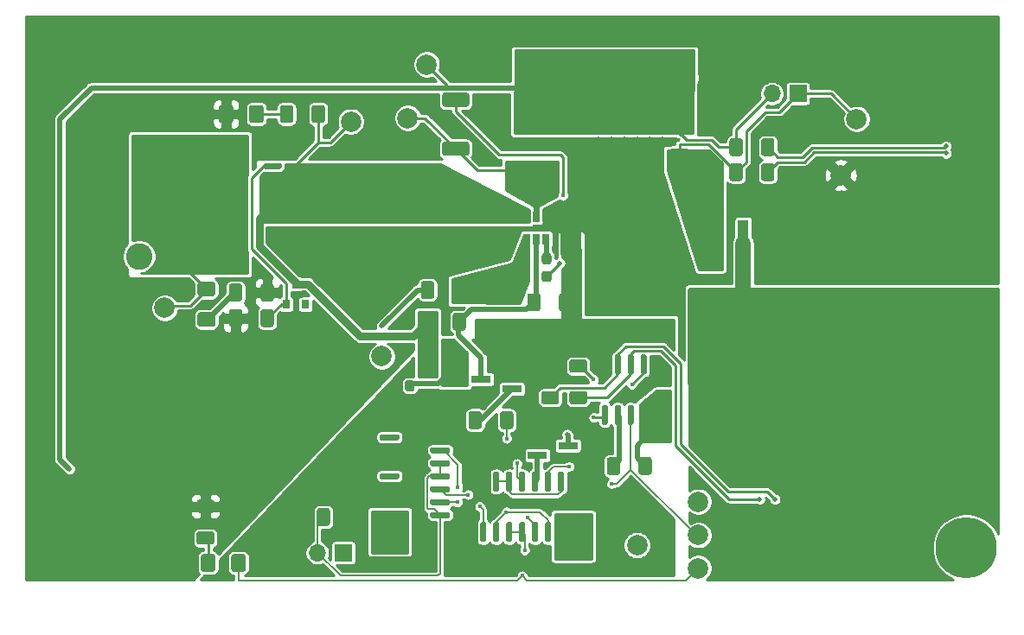
<source format=gbr>
%TF.GenerationSoftware,KiCad,Pcbnew,(5.1.8)-1*%
%TF.CreationDate,2021-03-05T14:15:40-05:00*%
%TF.ProjectId,BuckLinReg_5V,4275636b-4c69-46e5-9265-675f35562e6b,rev?*%
%TF.SameCoordinates,Original*%
%TF.FileFunction,Copper,L1,Top*%
%TF.FilePolarity,Positive*%
%FSLAX46Y46*%
G04 Gerber Fmt 4.6, Leading zero omitted, Abs format (unit mm)*
G04 Created by KiCad (PCBNEW (5.1.8)-1) date 2021-03-05 14:15:40*
%MOMM*%
%LPD*%
G01*
G04 APERTURE LIST*
%TA.AperFunction,SMDPad,CuDef*%
%ADD10R,2.000000X1.000000*%
%TD*%
%TA.AperFunction,ConnectorPad*%
%ADD11R,2.000000X1.000000*%
%TD*%
%TA.AperFunction,SMDPad,CuDef*%
%ADD12R,3.251000X3.124000*%
%TD*%
%TA.AperFunction,ComponentPad*%
%ADD13R,2.600000X2.600000*%
%TD*%
%TA.AperFunction,ComponentPad*%
%ADD14C,2.600000*%
%TD*%
%TA.AperFunction,ComponentPad*%
%ADD15C,6.000000*%
%TD*%
%TA.AperFunction,ComponentPad*%
%ADD16R,1.600000X1.600000*%
%TD*%
%TA.AperFunction,ComponentPad*%
%ADD17C,1.600000*%
%TD*%
%TA.AperFunction,SMDPad,CuDef*%
%ADD18R,0.800000X0.900000*%
%TD*%
%TA.AperFunction,SMDPad,CuDef*%
%ADD19R,0.600000X0.450000*%
%TD*%
%TA.AperFunction,ComponentPad*%
%ADD20O,1.700000X1.700000*%
%TD*%
%TA.AperFunction,ComponentPad*%
%ADD21R,1.700000X1.700000*%
%TD*%
%TA.AperFunction,SMDPad,CuDef*%
%ADD22R,1.900000X0.800000*%
%TD*%
%TA.AperFunction,ComponentPad*%
%ADD23C,2.000000*%
%TD*%
%TA.AperFunction,SMDPad,CuDef*%
%ADD24R,0.800000X1.900000*%
%TD*%
%TA.AperFunction,SMDPad,CuDef*%
%ADD25R,0.650000X1.060000*%
%TD*%
%TA.AperFunction,SMDPad,CuDef*%
%ADD26R,1.100000X4.600000*%
%TD*%
%TA.AperFunction,SMDPad,CuDef*%
%ADD27R,10.800000X9.400000*%
%TD*%
%TA.AperFunction,ComponentPad*%
%ADD28C,2.540000*%
%TD*%
%TA.AperFunction,ViaPad*%
%ADD29C,0.500000*%
%TD*%
%TA.AperFunction,ViaPad*%
%ADD30C,0.450000*%
%TD*%
%TA.AperFunction,Conductor*%
%ADD31C,0.250000*%
%TD*%
%TA.AperFunction,Conductor*%
%ADD32C,0.500000*%
%TD*%
%TA.AperFunction,Conductor*%
%ADD33C,0.750000*%
%TD*%
%TA.AperFunction,Conductor*%
%ADD34C,1.500000*%
%TD*%
%TA.AperFunction,Conductor*%
%ADD35C,0.150000*%
%TD*%
%TA.AperFunction,Conductor*%
%ADD36C,0.254000*%
%TD*%
G04 APERTURE END LIST*
D10*
%TO.P,NT1,1*%
%TO.N,GNDPWR*%
X111800000Y-73300000D03*
%TO.P,NT1,2*%
%TO.N,GNDA*%
X111800000Y-75300000D03*
D11*
%TO.P,NT1,3*%
%TO.N,N/C*%
X111800000Y-74300000D03*
%TD*%
D12*
%TO.P,L1,2*%
%TO.N,/SR+*%
X108400000Y-59429500D03*
%TO.P,L1,1*%
%TO.N,/SW*%
X108400000Y-68370500D03*
%TD*%
D13*
%TO.P,J1,1*%
%TO.N,/Vin*%
X72500000Y-71250000D03*
D14*
%TO.P,J1,2*%
%TO.N,GNDPWR*%
X66500000Y-71250000D03*
%TO.P,J1,3*%
%TO.N,N/C*%
X69500000Y-75950000D03*
%TD*%
D15*
%TO.P,H1,1*%
%TO.N,GNDPWR*%
X61500000Y-55500000D03*
%TD*%
%TO.P,H2,1*%
%TO.N,GNDPWR*%
X61500000Y-104500000D03*
%TD*%
%TO.P,H3,1*%
%TO.N,GNDPWR*%
X150500000Y-104500000D03*
%TD*%
%TO.P,H4,1*%
%TO.N,GNDPWR*%
X150500000Y-55500000D03*
%TD*%
D16*
%TO.P,C1,1*%
%TO.N,/+Vin*%
X91800000Y-71550000D03*
D17*
%TO.P,C1,2*%
%TO.N,GNDPWR*%
X91800000Y-74050000D03*
%TD*%
%TO.P,C2,2*%
%TO.N,GNDPWR*%
%TA.AperFunction,SMDPad,CuDef*%
G36*
G01*
X99849998Y-73850000D02*
X101150002Y-73850000D01*
G75*
G02*
X101400000Y-74099998I0J-249998D01*
G01*
X101400000Y-74925002D01*
G75*
G02*
X101150002Y-75175000I-249998J0D01*
G01*
X99849998Y-75175000D01*
G75*
G02*
X99600000Y-74925002I0J249998D01*
G01*
X99600000Y-74099998D01*
G75*
G02*
X99849998Y-73850000I249998J0D01*
G01*
G37*
%TD.AperFunction*%
%TO.P,C2,1*%
%TO.N,/+Vin*%
%TA.AperFunction,SMDPad,CuDef*%
G36*
G01*
X99849998Y-70725000D02*
X101150002Y-70725000D01*
G75*
G02*
X101400000Y-70974998I0J-249998D01*
G01*
X101400000Y-71800002D01*
G75*
G02*
X101150002Y-72050000I-249998J0D01*
G01*
X99849998Y-72050000D01*
G75*
G02*
X99600000Y-71800002I0J249998D01*
G01*
X99600000Y-70974998D01*
G75*
G02*
X99849998Y-70725000I249998J0D01*
G01*
G37*
%TD.AperFunction*%
%TD*%
%TO.P,C3,1*%
%TO.N,/SR+*%
%TA.AperFunction,SMDPad,CuDef*%
G36*
G01*
X114849998Y-62275000D02*
X116150002Y-62275000D01*
G75*
G02*
X116400000Y-62524998I0J-249998D01*
G01*
X116400000Y-63350002D01*
G75*
G02*
X116150002Y-63600000I-249998J0D01*
G01*
X114849998Y-63600000D01*
G75*
G02*
X114600000Y-63350002I0J249998D01*
G01*
X114600000Y-62524998D01*
G75*
G02*
X114849998Y-62275000I249998J0D01*
G01*
G37*
%TD.AperFunction*%
%TO.P,C3,2*%
%TO.N,GNDPWR*%
%TA.AperFunction,SMDPad,CuDef*%
G36*
G01*
X114849998Y-65400000D02*
X116150002Y-65400000D01*
G75*
G02*
X116400000Y-65649998I0J-249998D01*
G01*
X116400000Y-66475002D01*
G75*
G02*
X116150002Y-66725000I-249998J0D01*
G01*
X114849998Y-66725000D01*
G75*
G02*
X114600000Y-66475002I0J249998D01*
G01*
X114600000Y-65649998D01*
G75*
G02*
X114849998Y-65400000I249998J0D01*
G01*
G37*
%TD.AperFunction*%
%TD*%
%TO.P,C4,1*%
%TO.N,/5V0_LOGIC*%
%TA.AperFunction,SMDPad,CuDef*%
G36*
G01*
X113237500Y-102400000D02*
X112762500Y-102400000D01*
G75*
G02*
X112525000Y-102162500I0J237500D01*
G01*
X112525000Y-101562500D01*
G75*
G02*
X112762500Y-101325000I237500J0D01*
G01*
X113237500Y-101325000D01*
G75*
G02*
X113475000Y-101562500I0J-237500D01*
G01*
X113475000Y-102162500D01*
G75*
G02*
X113237500Y-102400000I-237500J0D01*
G01*
G37*
%TD.AperFunction*%
%TO.P,C4,2*%
%TO.N,GNDA*%
%TA.AperFunction,SMDPad,CuDef*%
G36*
G01*
X113237500Y-100675000D02*
X112762500Y-100675000D01*
G75*
G02*
X112525000Y-100437500I0J237500D01*
G01*
X112525000Y-99837500D01*
G75*
G02*
X112762500Y-99600000I237500J0D01*
G01*
X113237500Y-99600000D01*
G75*
G02*
X113475000Y-99837500I0J-237500D01*
G01*
X113475000Y-100437500D01*
G75*
G02*
X113237500Y-100675000I-237500J0D01*
G01*
G37*
%TD.AperFunction*%
%TD*%
%TO.P,C5,2*%
%TO.N,GNDPWR*%
%TA.AperFunction,SMDPad,CuDef*%
G36*
G01*
X102525000Y-73200000D02*
X103475000Y-73200000D01*
G75*
G02*
X103725000Y-73450000I0J-250000D01*
G01*
X103725000Y-74125000D01*
G75*
G02*
X103475000Y-74375000I-250000J0D01*
G01*
X102525000Y-74375000D01*
G75*
G02*
X102275000Y-74125000I0J250000D01*
G01*
X102275000Y-73450000D01*
G75*
G02*
X102525000Y-73200000I250000J0D01*
G01*
G37*
%TD.AperFunction*%
%TO.P,C5,1*%
%TO.N,/+Vin*%
%TA.AperFunction,SMDPad,CuDef*%
G36*
G01*
X102525000Y-71125000D02*
X103475000Y-71125000D01*
G75*
G02*
X103725000Y-71375000I0J-250000D01*
G01*
X103725000Y-72050000D01*
G75*
G02*
X103475000Y-72300000I-250000J0D01*
G01*
X102525000Y-72300000D01*
G75*
G02*
X102275000Y-72050000I0J250000D01*
G01*
X102275000Y-71375000D01*
G75*
G02*
X102525000Y-71125000I250000J0D01*
G01*
G37*
%TD.AperFunction*%
%TD*%
%TO.P,C6,2*%
%TO.N,GNDPWR*%
%TA.AperFunction,SMDPad,CuDef*%
G36*
G01*
X105062500Y-73075000D02*
X105537500Y-73075000D01*
G75*
G02*
X105775000Y-73312500I0J-237500D01*
G01*
X105775000Y-73912500D01*
G75*
G02*
X105537500Y-74150000I-237500J0D01*
G01*
X105062500Y-74150000D01*
G75*
G02*
X104825000Y-73912500I0J237500D01*
G01*
X104825000Y-73312500D01*
G75*
G02*
X105062500Y-73075000I237500J0D01*
G01*
G37*
%TD.AperFunction*%
%TO.P,C6,1*%
%TO.N,/+Vin*%
%TA.AperFunction,SMDPad,CuDef*%
G36*
G01*
X105062500Y-71350000D02*
X105537500Y-71350000D01*
G75*
G02*
X105775000Y-71587500I0J-237500D01*
G01*
X105775000Y-72187500D01*
G75*
G02*
X105537500Y-72425000I-237500J0D01*
G01*
X105062500Y-72425000D01*
G75*
G02*
X104825000Y-72187500I0J237500D01*
G01*
X104825000Y-71587500D01*
G75*
G02*
X105062500Y-71350000I237500J0D01*
G01*
G37*
%TD.AperFunction*%
%TD*%
%TO.P,C7,2*%
%TO.N,Net-(C7-Pad2)*%
%TA.AperFunction,SMDPad,CuDef*%
G36*
G01*
X109162500Y-77375000D02*
X109637500Y-77375000D01*
G75*
G02*
X109875000Y-77612500I0J-237500D01*
G01*
X109875000Y-78212500D01*
G75*
G02*
X109637500Y-78450000I-237500J0D01*
G01*
X109162500Y-78450000D01*
G75*
G02*
X108925000Y-78212500I0J237500D01*
G01*
X108925000Y-77612500D01*
G75*
G02*
X109162500Y-77375000I237500J0D01*
G01*
G37*
%TD.AperFunction*%
%TO.P,C7,1*%
%TO.N,/BOOT*%
%TA.AperFunction,SMDPad,CuDef*%
G36*
G01*
X109162500Y-75650000D02*
X109637500Y-75650000D01*
G75*
G02*
X109875000Y-75887500I0J-237500D01*
G01*
X109875000Y-76487500D01*
G75*
G02*
X109637500Y-76725000I-237500J0D01*
G01*
X109162500Y-76725000D01*
G75*
G02*
X108925000Y-76487500I0J237500D01*
G01*
X108925000Y-75887500D01*
G75*
G02*
X109162500Y-75650000I237500J0D01*
G01*
G37*
%TD.AperFunction*%
%TD*%
%TO.P,C8,2*%
%TO.N,GNDPWR*%
%TA.AperFunction,SMDPad,CuDef*%
G36*
G01*
X117799998Y-65350000D02*
X120000002Y-65350000D01*
G75*
G02*
X120250000Y-65599998I0J-249998D01*
G01*
X120250000Y-66425002D01*
G75*
G02*
X120000002Y-66675000I-249998J0D01*
G01*
X117799998Y-66675000D01*
G75*
G02*
X117550000Y-66425002I0J249998D01*
G01*
X117550000Y-65599998D01*
G75*
G02*
X117799998Y-65350000I249998J0D01*
G01*
G37*
%TD.AperFunction*%
%TO.P,C8,1*%
%TO.N,/SR+*%
%TA.AperFunction,SMDPad,CuDef*%
G36*
G01*
X117799998Y-62225000D02*
X120000002Y-62225000D01*
G75*
G02*
X120250000Y-62474998I0J-249998D01*
G01*
X120250000Y-63300002D01*
G75*
G02*
X120000002Y-63550000I-249998J0D01*
G01*
X117799998Y-63550000D01*
G75*
G02*
X117550000Y-63300002I0J249998D01*
G01*
X117550000Y-62474998D01*
G75*
G02*
X117799998Y-62225000I249998J0D01*
G01*
G37*
%TD.AperFunction*%
%TD*%
%TO.P,C9,1*%
%TO.N,/+Vin*%
%TA.AperFunction,SMDPad,CuDef*%
G36*
G01*
X96149998Y-70775000D02*
X98350002Y-70775000D01*
G75*
G02*
X98600000Y-71024998I0J-249998D01*
G01*
X98600000Y-71850002D01*
G75*
G02*
X98350002Y-72100000I-249998J0D01*
G01*
X96149998Y-72100000D01*
G75*
G02*
X95900000Y-71850002I0J249998D01*
G01*
X95900000Y-71024998D01*
G75*
G02*
X96149998Y-70775000I249998J0D01*
G01*
G37*
%TD.AperFunction*%
%TO.P,C9,2*%
%TO.N,GNDPWR*%
%TA.AperFunction,SMDPad,CuDef*%
G36*
G01*
X96149998Y-73900000D02*
X98350002Y-73900000D01*
G75*
G02*
X98600000Y-74149998I0J-249998D01*
G01*
X98600000Y-74975002D01*
G75*
G02*
X98350002Y-75225000I-249998J0D01*
G01*
X96149998Y-75225000D01*
G75*
G02*
X95900000Y-74975002I0J249998D01*
G01*
X95900000Y-74149998D01*
G75*
G02*
X96149998Y-73900000I249998J0D01*
G01*
G37*
%TD.AperFunction*%
%TD*%
%TO.P,C10,1*%
%TO.N,/SR+*%
%TA.AperFunction,SMDPad,CuDef*%
G36*
G01*
X122575000Y-61025000D02*
X122575000Y-60075000D01*
G75*
G02*
X122825000Y-59825000I250000J0D01*
G01*
X123500000Y-59825000D01*
G75*
G02*
X123750000Y-60075000I0J-250000D01*
G01*
X123750000Y-61025000D01*
G75*
G02*
X123500000Y-61275000I-250000J0D01*
G01*
X122825000Y-61275000D01*
G75*
G02*
X122575000Y-61025000I0J250000D01*
G01*
G37*
%TD.AperFunction*%
%TO.P,C10,2*%
%TO.N,GNDPWR*%
%TA.AperFunction,SMDPad,CuDef*%
G36*
G01*
X124650000Y-61025000D02*
X124650000Y-60075000D01*
G75*
G02*
X124900000Y-59825000I250000J0D01*
G01*
X125575000Y-59825000D01*
G75*
G02*
X125825000Y-60075000I0J-250000D01*
G01*
X125825000Y-61025000D01*
G75*
G02*
X125575000Y-61275000I-250000J0D01*
G01*
X124900000Y-61275000D01*
G75*
G02*
X124650000Y-61025000I0J250000D01*
G01*
G37*
%TD.AperFunction*%
%TD*%
%TO.P,C11,1*%
%TO.N,/SR+*%
%TA.AperFunction,SMDPad,CuDef*%
G36*
G01*
X122900000Y-58687500D02*
X122900000Y-58212500D01*
G75*
G02*
X123137500Y-57975000I237500J0D01*
G01*
X123737500Y-57975000D01*
G75*
G02*
X123975000Y-58212500I0J-237500D01*
G01*
X123975000Y-58687500D01*
G75*
G02*
X123737500Y-58925000I-237500J0D01*
G01*
X123137500Y-58925000D01*
G75*
G02*
X122900000Y-58687500I0J237500D01*
G01*
G37*
%TD.AperFunction*%
%TO.P,C11,2*%
%TO.N,GNDPWR*%
%TA.AperFunction,SMDPad,CuDef*%
G36*
G01*
X124625000Y-58687500D02*
X124625000Y-58212500D01*
G75*
G02*
X124862500Y-57975000I237500J0D01*
G01*
X125462500Y-57975000D01*
G75*
G02*
X125700000Y-58212500I0J-237500D01*
G01*
X125700000Y-58687500D01*
G75*
G02*
X125462500Y-58925000I-237500J0D01*
G01*
X124862500Y-58925000D01*
G75*
G02*
X124625000Y-58687500I0J237500D01*
G01*
G37*
%TD.AperFunction*%
%TD*%
%TO.P,C12,1*%
%TO.N,/5V0_LOGIC*%
%TA.AperFunction,SMDPad,CuDef*%
G36*
G01*
X94600000Y-103737500D02*
X94600000Y-103262500D01*
G75*
G02*
X94837500Y-103025000I237500J0D01*
G01*
X95437500Y-103025000D01*
G75*
G02*
X95675000Y-103262500I0J-237500D01*
G01*
X95675000Y-103737500D01*
G75*
G02*
X95437500Y-103975000I-237500J0D01*
G01*
X94837500Y-103975000D01*
G75*
G02*
X94600000Y-103737500I0J237500D01*
G01*
G37*
%TD.AperFunction*%
%TO.P,C12,2*%
%TO.N,GNDA*%
%TA.AperFunction,SMDPad,CuDef*%
G36*
G01*
X96325000Y-103737500D02*
X96325000Y-103262500D01*
G75*
G02*
X96562500Y-103025000I237500J0D01*
G01*
X97162500Y-103025000D01*
G75*
G02*
X97400000Y-103262500I0J-237500D01*
G01*
X97400000Y-103737500D01*
G75*
G02*
X97162500Y-103975000I-237500J0D01*
G01*
X96562500Y-103975000D01*
G75*
G02*
X96325000Y-103737500I0J237500D01*
G01*
G37*
%TD.AperFunction*%
%TD*%
%TO.P,C13,2*%
%TO.N,GNDA*%
%TA.AperFunction,SMDPad,CuDef*%
G36*
G01*
X121237500Y-88675000D02*
X120762500Y-88675000D01*
G75*
G02*
X120525000Y-88437500I0J237500D01*
G01*
X120525000Y-87837500D01*
G75*
G02*
X120762500Y-87600000I237500J0D01*
G01*
X121237500Y-87600000D01*
G75*
G02*
X121475000Y-87837500I0J-237500D01*
G01*
X121475000Y-88437500D01*
G75*
G02*
X121237500Y-88675000I-237500J0D01*
G01*
G37*
%TD.AperFunction*%
%TO.P,C13,1*%
%TO.N,/5V0_LOGIC*%
%TA.AperFunction,SMDPad,CuDef*%
G36*
G01*
X121237500Y-90400000D02*
X120762500Y-90400000D01*
G75*
G02*
X120525000Y-90162500I0J237500D01*
G01*
X120525000Y-89562500D01*
G75*
G02*
X120762500Y-89325000I237500J0D01*
G01*
X121237500Y-89325000D01*
G75*
G02*
X121475000Y-89562500I0J-237500D01*
G01*
X121475000Y-90162500D01*
G75*
G02*
X121237500Y-90400000I-237500J0D01*
G01*
G37*
%TD.AperFunction*%
%TD*%
%TO.P,C14,1*%
%TO.N,/5V0_LOGIC*%
%TA.AperFunction,SMDPad,CuDef*%
G36*
G01*
X95762500Y-88100000D02*
X96237500Y-88100000D01*
G75*
G02*
X96475000Y-88337500I0J-237500D01*
G01*
X96475000Y-88937500D01*
G75*
G02*
X96237500Y-89175000I-237500J0D01*
G01*
X95762500Y-89175000D01*
G75*
G02*
X95525000Y-88937500I0J237500D01*
G01*
X95525000Y-88337500D01*
G75*
G02*
X95762500Y-88100000I237500J0D01*
G01*
G37*
%TD.AperFunction*%
%TO.P,C14,2*%
%TO.N,GNDA*%
%TA.AperFunction,SMDPad,CuDef*%
G36*
G01*
X95762500Y-89825000D02*
X96237500Y-89825000D01*
G75*
G02*
X96475000Y-90062500I0J-237500D01*
G01*
X96475000Y-90662500D01*
G75*
G02*
X96237500Y-90900000I-237500J0D01*
G01*
X95762500Y-90900000D01*
G75*
G02*
X95525000Y-90662500I0J237500D01*
G01*
X95525000Y-90062500D01*
G75*
G02*
X95762500Y-89825000I237500J0D01*
G01*
G37*
%TD.AperFunction*%
%TD*%
%TO.P,D1,1*%
%TO.N,GNDPWR*%
%TA.AperFunction,SMDPad,CuDef*%
G36*
G01*
X77300000Y-62625000D02*
X77300000Y-61375000D01*
G75*
G02*
X77550000Y-61125000I250000J0D01*
G01*
X78475000Y-61125000D01*
G75*
G02*
X78725000Y-61375000I0J-250000D01*
G01*
X78725000Y-62625000D01*
G75*
G02*
X78475000Y-62875000I-250000J0D01*
G01*
X77550000Y-62875000D01*
G75*
G02*
X77300000Y-62625000I0J250000D01*
G01*
G37*
%TD.AperFunction*%
%TO.P,D1,2*%
%TO.N,Net-(D1-Pad2)*%
%TA.AperFunction,SMDPad,CuDef*%
G36*
G01*
X80275000Y-62625000D02*
X80275000Y-61375000D01*
G75*
G02*
X80525000Y-61125000I250000J0D01*
G01*
X81450000Y-61125000D01*
G75*
G02*
X81700000Y-61375000I0J-250000D01*
G01*
X81700000Y-62625000D01*
G75*
G02*
X81450000Y-62875000I-250000J0D01*
G01*
X80525000Y-62875000D01*
G75*
G02*
X80275000Y-62625000I0J250000D01*
G01*
G37*
%TD.AperFunction*%
%TD*%
%TO.P,D2,2*%
%TO.N,Net-(D2-Pad2)*%
%TA.AperFunction,SMDPad,CuDef*%
G36*
G01*
X75475000Y-81425000D02*
X76725000Y-81425000D01*
G75*
G02*
X76975000Y-81675000I0J-250000D01*
G01*
X76975000Y-82600000D01*
G75*
G02*
X76725000Y-82850000I-250000J0D01*
G01*
X75475000Y-82850000D01*
G75*
G02*
X75225000Y-82600000I0J250000D01*
G01*
X75225000Y-81675000D01*
G75*
G02*
X75475000Y-81425000I250000J0D01*
G01*
G37*
%TD.AperFunction*%
%TO.P,D2,1*%
%TO.N,/Vin*%
%TA.AperFunction,SMDPad,CuDef*%
G36*
G01*
X75475000Y-78450000D02*
X76725000Y-78450000D01*
G75*
G02*
X76975000Y-78700000I0J-250000D01*
G01*
X76975000Y-79625000D01*
G75*
G02*
X76725000Y-79875000I-250000J0D01*
G01*
X75475000Y-79875000D01*
G75*
G02*
X75225000Y-79625000I0J250000D01*
G01*
X75225000Y-78700000D01*
G75*
G02*
X75475000Y-78450000I250000J0D01*
G01*
G37*
%TD.AperFunction*%
%TD*%
D18*
%TO.P,D3,2*%
%TO.N,/PCheckG*%
X83900000Y-80650000D03*
%TO.P,D3,*%
%TO.N,*%
X85800000Y-80650000D03*
%TO.P,D3,1*%
%TO.N,/+Vin*%
X84850000Y-78650000D03*
%TD*%
D19*
%TO.P,D4,1*%
%TO.N,Net-(D4-Pad1)*%
X116500000Y-94000000D03*
%TO.P,D4,2*%
%TO.N,GNDA*%
X114400000Y-94000000D03*
%TD*%
D20*
%TO.P,J3,2*%
%TO.N,/SR+*%
X131460000Y-60000000D03*
D21*
%TO.P,J3,1*%
%TO.N,/SR-*%
X134000000Y-60000000D03*
%TD*%
D22*
%TO.P,Q1,1*%
%TO.N,Net-(Q1-Pad1)*%
X106000000Y-88950000D03*
%TO.P,Q1,2*%
%TO.N,GNDA*%
X106000000Y-87050000D03*
%TO.P,Q1,3*%
%TO.N,/EN*%
X103000000Y-88000000D03*
%TD*%
%TO.P,R1,1*%
%TO.N,Net-(D1-Pad2)*%
%TA.AperFunction,SMDPad,CuDef*%
G36*
G01*
X83300000Y-62625001D02*
X83300000Y-61374999D01*
G75*
G02*
X83549999Y-61125000I249999J0D01*
G01*
X84350001Y-61125000D01*
G75*
G02*
X84600000Y-61374999I0J-249999D01*
G01*
X84600000Y-62625001D01*
G75*
G02*
X84350001Y-62875000I-249999J0D01*
G01*
X83549999Y-62875000D01*
G75*
G02*
X83300000Y-62625001I0J249999D01*
G01*
G37*
%TD.AperFunction*%
%TO.P,R1,2*%
%TO.N,/+Vin*%
%TA.AperFunction,SMDPad,CuDef*%
G36*
G01*
X86400000Y-62625001D02*
X86400000Y-61374999D01*
G75*
G02*
X86649999Y-61125000I249999J0D01*
G01*
X87450001Y-61125000D01*
G75*
G02*
X87700000Y-61374999I0J-249999D01*
G01*
X87700000Y-62625001D01*
G75*
G02*
X87450001Y-62875000I-249999J0D01*
G01*
X86649999Y-62875000D01*
G75*
G02*
X86400000Y-62625001I0J249999D01*
G01*
G37*
%TD.AperFunction*%
%TD*%
%TO.P,R2,1*%
%TO.N,/~PWR_EN*%
%TA.AperFunction,SMDPad,CuDef*%
G36*
G01*
X106150000Y-91374999D02*
X106150000Y-92625001D01*
G75*
G02*
X105900001Y-92875000I-249999J0D01*
G01*
X105099999Y-92875000D01*
G75*
G02*
X104850000Y-92625001I0J249999D01*
G01*
X104850000Y-91374999D01*
G75*
G02*
X105099999Y-91125000I249999J0D01*
G01*
X105900001Y-91125000D01*
G75*
G02*
X106150000Y-91374999I0J-249999D01*
G01*
G37*
%TD.AperFunction*%
%TO.P,R2,2*%
%TO.N,Net-(Q1-Pad1)*%
%TA.AperFunction,SMDPad,CuDef*%
G36*
G01*
X103050000Y-91374999D02*
X103050000Y-92625001D01*
G75*
G02*
X102800001Y-92875000I-249999J0D01*
G01*
X101999999Y-92875000D01*
G75*
G02*
X101750000Y-92625001I0J249999D01*
G01*
X101750000Y-91374999D01*
G75*
G02*
X101999999Y-91125000I249999J0D01*
G01*
X102800001Y-91125000D01*
G75*
G02*
X103050000Y-91374999I0J-249999D01*
G01*
G37*
%TD.AperFunction*%
%TD*%
%TO.P,R3,1*%
%TO.N,/+Vin*%
%TA.AperFunction,SMDPad,CuDef*%
G36*
G01*
X97100000Y-82975001D02*
X97100000Y-81724999D01*
G75*
G02*
X97349999Y-81475000I249999J0D01*
G01*
X98150001Y-81475000D01*
G75*
G02*
X98400000Y-81724999I0J-249999D01*
G01*
X98400000Y-82975001D01*
G75*
G02*
X98150001Y-83225000I-249999J0D01*
G01*
X97349999Y-83225000D01*
G75*
G02*
X97100000Y-82975001I0J249999D01*
G01*
G37*
%TD.AperFunction*%
%TO.P,R3,2*%
%TO.N,/EN*%
%TA.AperFunction,SMDPad,CuDef*%
G36*
G01*
X100200000Y-82975001D02*
X100200000Y-81724999D01*
G75*
G02*
X100449999Y-81475000I249999J0D01*
G01*
X101250001Y-81475000D01*
G75*
G02*
X101500000Y-81724999I0J-249999D01*
G01*
X101500000Y-82975001D01*
G75*
G02*
X101250001Y-83225000I-249999J0D01*
G01*
X100449999Y-83225000D01*
G75*
G02*
X100200000Y-82975001I0J249999D01*
G01*
G37*
%TD.AperFunction*%
%TD*%
%TO.P,R4,2*%
%TO.N,GNDA*%
%TA.AperFunction,SMDPad,CuDef*%
G36*
G01*
X110600000Y-81075001D02*
X110600000Y-79824999D01*
G75*
G02*
X110849999Y-79575000I249999J0D01*
G01*
X111650001Y-79575000D01*
G75*
G02*
X111900000Y-79824999I0J-249999D01*
G01*
X111900000Y-81075001D01*
G75*
G02*
X111650001Y-81325000I-249999J0D01*
G01*
X110849999Y-81325000D01*
G75*
G02*
X110600000Y-81075001I0J249999D01*
G01*
G37*
%TD.AperFunction*%
%TO.P,R4,1*%
%TO.N,/EN*%
%TA.AperFunction,SMDPad,CuDef*%
G36*
G01*
X107500000Y-81075001D02*
X107500000Y-79824999D01*
G75*
G02*
X107749999Y-79575000I249999J0D01*
G01*
X108550001Y-79575000D01*
G75*
G02*
X108800000Y-79824999I0J-249999D01*
G01*
X108800000Y-81075001D01*
G75*
G02*
X108550001Y-81325000I-249999J0D01*
G01*
X107749999Y-81325000D01*
G75*
G02*
X107500000Y-81075001I0J249999D01*
G01*
G37*
%TD.AperFunction*%
%TD*%
%TO.P,R5,1*%
%TO.N,Net-(D2-Pad2)*%
%TA.AperFunction,SMDPad,CuDef*%
G36*
G01*
X78300000Y-80125001D02*
X78300000Y-78874999D01*
G75*
G02*
X78549999Y-78625000I249999J0D01*
G01*
X79350001Y-78625000D01*
G75*
G02*
X79600000Y-78874999I0J-249999D01*
G01*
X79600000Y-80125001D01*
G75*
G02*
X79350001Y-80375000I-249999J0D01*
G01*
X78549999Y-80375000D01*
G75*
G02*
X78300000Y-80125001I0J249999D01*
G01*
G37*
%TD.AperFunction*%
%TO.P,R5,2*%
%TO.N,GNDPWR*%
%TA.AperFunction,SMDPad,CuDef*%
G36*
G01*
X81400000Y-80125001D02*
X81400000Y-78874999D01*
G75*
G02*
X81649999Y-78625000I249999J0D01*
G01*
X82450001Y-78625000D01*
G75*
G02*
X82700000Y-78874999I0J-249999D01*
G01*
X82700000Y-80125001D01*
G75*
G02*
X82450001Y-80375000I-249999J0D01*
G01*
X81649999Y-80375000D01*
G75*
G02*
X81400000Y-80125001I0J249999D01*
G01*
G37*
%TD.AperFunction*%
%TD*%
%TO.P,R6,2*%
%TO.N,GNDPWR*%
%TA.AperFunction,SMDPad,CuDef*%
G36*
G01*
X79600000Y-81374999D02*
X79600000Y-82625001D01*
G75*
G02*
X79350001Y-82875000I-249999J0D01*
G01*
X78549999Y-82875000D01*
G75*
G02*
X78300000Y-82625001I0J249999D01*
G01*
X78300000Y-81374999D01*
G75*
G02*
X78549999Y-81125000I249999J0D01*
G01*
X79350001Y-81125000D01*
G75*
G02*
X79600000Y-81374999I0J-249999D01*
G01*
G37*
%TD.AperFunction*%
%TO.P,R6,1*%
%TO.N,/PCheckG*%
%TA.AperFunction,SMDPad,CuDef*%
G36*
G01*
X82700000Y-81374999D02*
X82700000Y-82625001D01*
G75*
G02*
X82450001Y-82875000I-249999J0D01*
G01*
X81649999Y-82875000D01*
G75*
G02*
X81400000Y-82625001I0J249999D01*
G01*
X81400000Y-81374999D01*
G75*
G02*
X81649999Y-81125000I249999J0D01*
G01*
X82450001Y-81125000D01*
G75*
G02*
X82700000Y-81374999I0J-249999D01*
G01*
G37*
%TD.AperFunction*%
%TD*%
%TO.P,R7,1*%
%TO.N,Net-(C7-Pad2)*%
%TA.AperFunction,SMDPad,CuDef*%
G36*
G01*
X99424999Y-59900000D02*
X101575001Y-59900000D01*
G75*
G02*
X101825000Y-60149999I0J-249999D01*
G01*
X101825000Y-61050001D01*
G75*
G02*
X101575001Y-61300000I-249999J0D01*
G01*
X99424999Y-61300000D01*
G75*
G02*
X99175000Y-61050001I0J249999D01*
G01*
X99175000Y-60149999D01*
G75*
G02*
X99424999Y-59900000I249999J0D01*
G01*
G37*
%TD.AperFunction*%
%TO.P,R7,2*%
%TO.N,/SW*%
%TA.AperFunction,SMDPad,CuDef*%
G36*
G01*
X99424999Y-64700000D02*
X101575001Y-64700000D01*
G75*
G02*
X101825000Y-64949999I0J-249999D01*
G01*
X101825000Y-65850001D01*
G75*
G02*
X101575001Y-66100000I-249999J0D01*
G01*
X99424999Y-66100000D01*
G75*
G02*
X99175000Y-65850001I0J249999D01*
G01*
X99175000Y-64949999D01*
G75*
G02*
X99424999Y-64700000I249999J0D01*
G01*
G37*
%TD.AperFunction*%
%TD*%
%TO.P,R8,2*%
%TO.N,/FB*%
%TA.AperFunction,SMDPad,CuDef*%
G36*
G01*
X100200000Y-79875001D02*
X100200000Y-78624999D01*
G75*
G02*
X100449999Y-78375000I249999J0D01*
G01*
X101250001Y-78375000D01*
G75*
G02*
X101500000Y-78624999I0J-249999D01*
G01*
X101500000Y-79875001D01*
G75*
G02*
X101250001Y-80125000I-249999J0D01*
G01*
X100449999Y-80125000D01*
G75*
G02*
X100200000Y-79875001I0J249999D01*
G01*
G37*
%TD.AperFunction*%
%TO.P,R8,1*%
%TO.N,/SR+*%
%TA.AperFunction,SMDPad,CuDef*%
G36*
G01*
X97100000Y-79875001D02*
X97100000Y-78624999D01*
G75*
G02*
X97349999Y-78375000I249999J0D01*
G01*
X98150001Y-78375000D01*
G75*
G02*
X98400000Y-78624999I0J-249999D01*
G01*
X98400000Y-79875001D01*
G75*
G02*
X98150001Y-80125000I-249999J0D01*
G01*
X97349999Y-80125000D01*
G75*
G02*
X97100000Y-79875001I0J249999D01*
G01*
G37*
%TD.AperFunction*%
%TD*%
%TO.P,R9,1*%
%TO.N,/FB*%
%TA.AperFunction,SMDPad,CuDef*%
G36*
G01*
X102774999Y-79150000D02*
X104025001Y-79150000D01*
G75*
G02*
X104275000Y-79399999I0J-249999D01*
G01*
X104275000Y-80200001D01*
G75*
G02*
X104025001Y-80450000I-249999J0D01*
G01*
X102774999Y-80450000D01*
G75*
G02*
X102525000Y-80200001I0J249999D01*
G01*
X102525000Y-79399999D01*
G75*
G02*
X102774999Y-79150000I249999J0D01*
G01*
G37*
%TD.AperFunction*%
%TO.P,R9,2*%
%TO.N,GNDA*%
%TA.AperFunction,SMDPad,CuDef*%
G36*
G01*
X102774999Y-82250000D02*
X104025001Y-82250000D01*
G75*
G02*
X104275000Y-82499999I0J-249999D01*
G01*
X104275000Y-83300001D01*
G75*
G02*
X104025001Y-83550000I-249999J0D01*
G01*
X102774999Y-83550000D01*
G75*
G02*
X102525000Y-83300001I0J249999D01*
G01*
X102525000Y-82499999D01*
G75*
G02*
X102774999Y-82250000I249999J0D01*
G01*
G37*
%TD.AperFunction*%
%TD*%
%TO.P,R10,2*%
%TO.N,GNDA*%
%TA.AperFunction,SMDPad,CuDef*%
G36*
G01*
X85100000Y-100874999D02*
X85100000Y-102125001D01*
G75*
G02*
X84850001Y-102375000I-249999J0D01*
G01*
X84049999Y-102375000D01*
G75*
G02*
X83800000Y-102125001I0J249999D01*
G01*
X83800000Y-100874999D01*
G75*
G02*
X84049999Y-100625000I249999J0D01*
G01*
X84850001Y-100625000D01*
G75*
G02*
X85100000Y-100874999I0J-249999D01*
G01*
G37*
%TD.AperFunction*%
%TO.P,R10,1*%
%TO.N,/SW_SIG*%
%TA.AperFunction,SMDPad,CuDef*%
G36*
G01*
X88200000Y-100874999D02*
X88200000Y-102125001D01*
G75*
G02*
X87950001Y-102375000I-249999J0D01*
G01*
X87149999Y-102375000D01*
G75*
G02*
X86900000Y-102125001I0J249999D01*
G01*
X86900000Y-100874999D01*
G75*
G02*
X87149999Y-100625000I249999J0D01*
G01*
X87950001Y-100625000D01*
G75*
G02*
X88200000Y-100874999I0J-249999D01*
G01*
G37*
%TD.AperFunction*%
%TD*%
%TO.P,R11,2*%
%TO.N,/SR-*%
%TA.AperFunction,SMDPad,CuDef*%
G36*
G01*
X128600000Y-67074999D02*
X128600000Y-68325001D01*
G75*
G02*
X128350001Y-68575000I-249999J0D01*
G01*
X127549999Y-68575000D01*
G75*
G02*
X127300000Y-68325001I0J249999D01*
G01*
X127300000Y-67074999D01*
G75*
G02*
X127549999Y-66825000I249999J0D01*
G01*
X128350001Y-66825000D01*
G75*
G02*
X128600000Y-67074999I0J-249999D01*
G01*
G37*
%TD.AperFunction*%
%TO.P,R11,1*%
%TO.N,/DFA-*%
%TA.AperFunction,SMDPad,CuDef*%
G36*
G01*
X131700000Y-67074999D02*
X131700000Y-68325001D01*
G75*
G02*
X131450001Y-68575000I-249999J0D01*
G01*
X130649999Y-68575000D01*
G75*
G02*
X130400000Y-68325001I0J249999D01*
G01*
X130400000Y-67074999D01*
G75*
G02*
X130649999Y-66825000I249999J0D01*
G01*
X131450001Y-66825000D01*
G75*
G02*
X131700000Y-67074999I0J-249999D01*
G01*
G37*
%TD.AperFunction*%
%TD*%
%TO.P,R12,1*%
%TO.N,/DFA+*%
%TA.AperFunction,SMDPad,CuDef*%
G36*
G01*
X131700000Y-64624999D02*
X131700000Y-65875001D01*
G75*
G02*
X131450001Y-66125000I-249999J0D01*
G01*
X130649999Y-66125000D01*
G75*
G02*
X130400000Y-65875001I0J249999D01*
G01*
X130400000Y-64624999D01*
G75*
G02*
X130649999Y-64375000I249999J0D01*
G01*
X131450001Y-64375000D01*
G75*
G02*
X131700000Y-64624999I0J-249999D01*
G01*
G37*
%TD.AperFunction*%
%TO.P,R12,2*%
%TO.N,/SR+*%
%TA.AperFunction,SMDPad,CuDef*%
G36*
G01*
X128600000Y-64624999D02*
X128600000Y-65875001D01*
G75*
G02*
X128350001Y-66125000I-249999J0D01*
G01*
X127549999Y-66125000D01*
G75*
G02*
X127300000Y-65875001I0J249999D01*
G01*
X127300000Y-64624999D01*
G75*
G02*
X127549999Y-64375000I249999J0D01*
G01*
X128350001Y-64375000D01*
G75*
G02*
X128600000Y-64624999I0J-249999D01*
G01*
G37*
%TD.AperFunction*%
%TD*%
%TO.P,R13,2*%
%TO.N,GNDA*%
%TA.AperFunction,SMDPad,CuDef*%
G36*
G01*
X110375001Y-87350000D02*
X109124999Y-87350000D01*
G75*
G02*
X108875000Y-87100001I0J249999D01*
G01*
X108875000Y-86299999D01*
G75*
G02*
X109124999Y-86050000I249999J0D01*
G01*
X110375001Y-86050000D01*
G75*
G02*
X110625000Y-86299999I0J-249999D01*
G01*
X110625000Y-87100001D01*
G75*
G02*
X110375001Y-87350000I-249999J0D01*
G01*
G37*
%TD.AperFunction*%
%TO.P,R13,1*%
%TO.N,/DFA+*%
%TA.AperFunction,SMDPad,CuDef*%
G36*
G01*
X110375001Y-90450000D02*
X109124999Y-90450000D01*
G75*
G02*
X108875000Y-90200001I0J249999D01*
G01*
X108875000Y-89399999D01*
G75*
G02*
X109124999Y-89150000I249999J0D01*
G01*
X110375001Y-89150000D01*
G75*
G02*
X110625000Y-89399999I0J-249999D01*
G01*
X110625000Y-90200001D01*
G75*
G02*
X110375001Y-90450000I-249999J0D01*
G01*
G37*
%TD.AperFunction*%
%TD*%
%TO.P,R14,1*%
%TO.N,/DFA-*%
%TA.AperFunction,SMDPad,CuDef*%
G36*
G01*
X113125001Y-90450000D02*
X111874999Y-90450000D01*
G75*
G02*
X111625000Y-90200001I0J249999D01*
G01*
X111625000Y-89399999D01*
G75*
G02*
X111874999Y-89150000I249999J0D01*
G01*
X113125001Y-89150000D01*
G75*
G02*
X113375000Y-89399999I0J-249999D01*
G01*
X113375000Y-90200001D01*
G75*
G02*
X113125001Y-90450000I-249999J0D01*
G01*
G37*
%TD.AperFunction*%
%TO.P,R14,2*%
%TO.N,/Vo*%
%TA.AperFunction,SMDPad,CuDef*%
G36*
G01*
X113125001Y-87350000D02*
X111874999Y-87350000D01*
G75*
G02*
X111625000Y-87100001I0J249999D01*
G01*
X111625000Y-86299999D01*
G75*
G02*
X111874999Y-86050000I249999J0D01*
G01*
X113125001Y-86050000D01*
G75*
G02*
X113375000Y-86299999I0J-249999D01*
G01*
X113375000Y-87100001D01*
G75*
G02*
X113125001Y-87350000I-249999J0D01*
G01*
G37*
%TD.AperFunction*%
%TD*%
%TO.P,R15,1*%
%TO.N,/SR-*%
%TA.AperFunction,SMDPad,CuDef*%
G36*
G01*
X123025001Y-66650000D02*
X121774999Y-66650000D01*
G75*
G02*
X121525000Y-66400001I0J249999D01*
G01*
X121525000Y-65599999D01*
G75*
G02*
X121774999Y-65350000I249999J0D01*
G01*
X123025001Y-65350000D01*
G75*
G02*
X123275000Y-65599999I0J-249999D01*
G01*
X123275000Y-66400001D01*
G75*
G02*
X123025001Y-66650000I-249999J0D01*
G01*
G37*
%TD.AperFunction*%
%TO.P,R15,2*%
%TO.N,/SR+*%
%TA.AperFunction,SMDPad,CuDef*%
G36*
G01*
X123025001Y-63550000D02*
X121774999Y-63550000D01*
G75*
G02*
X121525000Y-63300001I0J249999D01*
G01*
X121525000Y-62499999D01*
G75*
G02*
X121774999Y-62250000I249999J0D01*
G01*
X123025001Y-62250000D01*
G75*
G02*
X123275000Y-62499999I0J-249999D01*
G01*
X123275000Y-63300001D01*
G75*
G02*
X123025001Y-63550000I-249999J0D01*
G01*
G37*
%TD.AperFunction*%
%TD*%
%TO.P,R16,2*%
%TO.N,Net-(D4-Pad1)*%
%TA.AperFunction,SMDPad,CuDef*%
G36*
G01*
X116600000Y-95874999D02*
X116600000Y-97125001D01*
G75*
G02*
X116350001Y-97375000I-249999J0D01*
G01*
X115549999Y-97375000D01*
G75*
G02*
X115300000Y-97125001I0J249999D01*
G01*
X115300000Y-95874999D01*
G75*
G02*
X115549999Y-95625000I249999J0D01*
G01*
X116350001Y-95625000D01*
G75*
G02*
X116600000Y-95874999I0J-249999D01*
G01*
G37*
%TD.AperFunction*%
%TO.P,R16,1*%
%TO.N,/5V0_LOGIC*%
%TA.AperFunction,SMDPad,CuDef*%
G36*
G01*
X119700000Y-95874999D02*
X119700000Y-97125001D01*
G75*
G02*
X119450001Y-97375000I-249999J0D01*
G01*
X118649999Y-97375000D01*
G75*
G02*
X118400000Y-97125001I0J249999D01*
G01*
X118400000Y-95874999D01*
G75*
G02*
X118649999Y-95625000I249999J0D01*
G01*
X119450001Y-95625000D01*
G75*
G02*
X119700000Y-95874999I0J-249999D01*
G01*
G37*
%TD.AperFunction*%
%TD*%
%TO.P,R17,2*%
%TO.N,GNDA*%
%TA.AperFunction,SMDPad,CuDef*%
G36*
G01*
X105174999Y-82250000D02*
X106425001Y-82250000D01*
G75*
G02*
X106675000Y-82499999I0J-249999D01*
G01*
X106675000Y-83300001D01*
G75*
G02*
X106425001Y-83550000I-249999J0D01*
G01*
X105174999Y-83550000D01*
G75*
G02*
X104925000Y-83300001I0J249999D01*
G01*
X104925000Y-82499999D01*
G75*
G02*
X105174999Y-82250000I249999J0D01*
G01*
G37*
%TD.AperFunction*%
%TO.P,R17,1*%
%TO.N,/FB*%
%TA.AperFunction,SMDPad,CuDef*%
G36*
G01*
X105174999Y-79150000D02*
X106425001Y-79150000D01*
G75*
G02*
X106675000Y-79399999I0J-249999D01*
G01*
X106675000Y-80200001D01*
G75*
G02*
X106425001Y-80450000I-249999J0D01*
G01*
X105174999Y-80450000D01*
G75*
G02*
X104925000Y-80200001I0J249999D01*
G01*
X104925000Y-79399999D01*
G75*
G02*
X105174999Y-79150000I249999J0D01*
G01*
G37*
%TD.AperFunction*%
%TD*%
D21*
%TO.P,SW1,1*%
%TO.N,/5V0_LOGIC*%
X89500000Y-105000000D03*
D20*
%TO.P,SW1,2*%
%TO.N,/SW_SIG*%
X86960000Y-105000000D03*
%TO.P,SW1,3*%
%TO.N,GNDA*%
X84420000Y-105000000D03*
%TD*%
D23*
%TO.P,TP1,1*%
%TO.N,/+Vin*%
X90250000Y-62750000D03*
%TD*%
%TO.P,TP3,1*%
%TO.N,/Vin*%
X72000000Y-81000000D03*
%TD*%
%TO.P,TP4,1*%
%TO.N,/FB*%
X93250000Y-85750000D03*
%TD*%
%TO.P,TP6,1*%
%TO.N,/SW*%
X95800000Y-62400000D03*
%TD*%
%TO.P,TP7,1*%
%TO.N,/SR-*%
X139750000Y-62500000D03*
%TD*%
D24*
%TO.P,U1,3*%
%TO.N,GNDA*%
X99000000Y-90000000D03*
%TO.P,U1,2*%
%TO.N,/+Vin*%
X98050000Y-87000000D03*
%TO.P,U1,1*%
%TO.N,/5V0_LOGIC*%
X99950000Y-87000000D03*
%TD*%
%TO.P,U2,1*%
%TO.N,/Vo*%
%TA.AperFunction,SMDPad,CuDef*%
G36*
G01*
X118755000Y-85550000D02*
X119055000Y-85550000D01*
G75*
G02*
X119205000Y-85700000I0J-150000D01*
G01*
X119205000Y-87350000D01*
G75*
G02*
X119055000Y-87500000I-150000J0D01*
G01*
X118755000Y-87500000D01*
G75*
G02*
X118605000Y-87350000I0J150000D01*
G01*
X118605000Y-85700000D01*
G75*
G02*
X118755000Y-85550000I150000J0D01*
G01*
G37*
%TD.AperFunction*%
%TO.P,U2,2*%
%TO.N,/DFA-*%
%TA.AperFunction,SMDPad,CuDef*%
G36*
G01*
X117485000Y-85550000D02*
X117785000Y-85550000D01*
G75*
G02*
X117935000Y-85700000I0J-150000D01*
G01*
X117935000Y-87350000D01*
G75*
G02*
X117785000Y-87500000I-150000J0D01*
G01*
X117485000Y-87500000D01*
G75*
G02*
X117335000Y-87350000I0J150000D01*
G01*
X117335000Y-85700000D01*
G75*
G02*
X117485000Y-85550000I150000J0D01*
G01*
G37*
%TD.AperFunction*%
%TO.P,U2,3*%
%TO.N,/DFA+*%
%TA.AperFunction,SMDPad,CuDef*%
G36*
G01*
X116215000Y-85550000D02*
X116515000Y-85550000D01*
G75*
G02*
X116665000Y-85700000I0J-150000D01*
G01*
X116665000Y-87350000D01*
G75*
G02*
X116515000Y-87500000I-150000J0D01*
G01*
X116215000Y-87500000D01*
G75*
G02*
X116065000Y-87350000I0J150000D01*
G01*
X116065000Y-85700000D01*
G75*
G02*
X116215000Y-85550000I150000J0D01*
G01*
G37*
%TD.AperFunction*%
%TO.P,U2,4*%
%TO.N,GNDA*%
%TA.AperFunction,SMDPad,CuDef*%
G36*
G01*
X114945000Y-85550000D02*
X115245000Y-85550000D01*
G75*
G02*
X115395000Y-85700000I0J-150000D01*
G01*
X115395000Y-87350000D01*
G75*
G02*
X115245000Y-87500000I-150000J0D01*
G01*
X114945000Y-87500000D01*
G75*
G02*
X114795000Y-87350000I0J150000D01*
G01*
X114795000Y-85700000D01*
G75*
G02*
X114945000Y-85550000I150000J0D01*
G01*
G37*
%TD.AperFunction*%
%TO.P,U2,5*%
%TO.N,/Vo*%
%TA.AperFunction,SMDPad,CuDef*%
G36*
G01*
X114945000Y-90500000D02*
X115245000Y-90500000D01*
G75*
G02*
X115395000Y-90650000I0J-150000D01*
G01*
X115395000Y-92300000D01*
G75*
G02*
X115245000Y-92450000I-150000J0D01*
G01*
X114945000Y-92450000D01*
G75*
G02*
X114795000Y-92300000I0J150000D01*
G01*
X114795000Y-90650000D01*
G75*
G02*
X114945000Y-90500000I150000J0D01*
G01*
G37*
%TD.AperFunction*%
%TO.P,U2,6*%
%TO.N,Net-(D4-Pad1)*%
%TA.AperFunction,SMDPad,CuDef*%
G36*
G01*
X116215000Y-90500000D02*
X116515000Y-90500000D01*
G75*
G02*
X116665000Y-90650000I0J-150000D01*
G01*
X116665000Y-92300000D01*
G75*
G02*
X116515000Y-92450000I-150000J0D01*
G01*
X116215000Y-92450000D01*
G75*
G02*
X116065000Y-92300000I0J150000D01*
G01*
X116065000Y-90650000D01*
G75*
G02*
X116215000Y-90500000I150000J0D01*
G01*
G37*
%TD.AperFunction*%
%TO.P,U2,7*%
%TO.N,/OCP_TRIGGER*%
%TA.AperFunction,SMDPad,CuDef*%
G36*
G01*
X117485000Y-90500000D02*
X117785000Y-90500000D01*
G75*
G02*
X117935000Y-90650000I0J-150000D01*
G01*
X117935000Y-92300000D01*
G75*
G02*
X117785000Y-92450000I-150000J0D01*
G01*
X117485000Y-92450000D01*
G75*
G02*
X117335000Y-92300000I0J150000D01*
G01*
X117335000Y-90650000D01*
G75*
G02*
X117485000Y-90500000I150000J0D01*
G01*
G37*
%TD.AperFunction*%
%TO.P,U2,8*%
%TO.N,/5V0_LOGIC*%
%TA.AperFunction,SMDPad,CuDef*%
G36*
G01*
X118755000Y-90500000D02*
X119055000Y-90500000D01*
G75*
G02*
X119205000Y-90650000I0J-150000D01*
G01*
X119205000Y-92300000D01*
G75*
G02*
X119055000Y-92450000I-150000J0D01*
G01*
X118755000Y-92450000D01*
G75*
G02*
X118605000Y-92300000I0J150000D01*
G01*
X118605000Y-90650000D01*
G75*
G02*
X118755000Y-90500000I150000J0D01*
G01*
G37*
%TD.AperFunction*%
%TD*%
%TO.P,U3,14*%
%TO.N,/5V0_LOGIC*%
%TA.AperFunction,SMDPad,CuDef*%
G36*
G01*
X95000000Y-101160000D02*
X95000000Y-101460000D01*
G75*
G02*
X94850000Y-101610000I-150000J0D01*
G01*
X93200000Y-101610000D01*
G75*
G02*
X93050000Y-101460000I0J150000D01*
G01*
X93050000Y-101160000D01*
G75*
G02*
X93200000Y-101010000I150000J0D01*
G01*
X94850000Y-101010000D01*
G75*
G02*
X95000000Y-101160000I0J-150000D01*
G01*
G37*
%TD.AperFunction*%
%TO.P,U3,13*%
%TO.N,GNDA*%
%TA.AperFunction,SMDPad,CuDef*%
G36*
G01*
X95000000Y-99890000D02*
X95000000Y-100190000D01*
G75*
G02*
X94850000Y-100340000I-150000J0D01*
G01*
X93200000Y-100340000D01*
G75*
G02*
X93050000Y-100190000I0J150000D01*
G01*
X93050000Y-99890000D01*
G75*
G02*
X93200000Y-99740000I150000J0D01*
G01*
X94850000Y-99740000D01*
G75*
G02*
X95000000Y-99890000I0J-150000D01*
G01*
G37*
%TD.AperFunction*%
%TO.P,U3,12*%
%TA.AperFunction,SMDPad,CuDef*%
G36*
G01*
X95000000Y-98620000D02*
X95000000Y-98920000D01*
G75*
G02*
X94850000Y-99070000I-150000J0D01*
G01*
X93200000Y-99070000D01*
G75*
G02*
X93050000Y-98920000I0J150000D01*
G01*
X93050000Y-98620000D01*
G75*
G02*
X93200000Y-98470000I150000J0D01*
G01*
X94850000Y-98470000D01*
G75*
G02*
X95000000Y-98620000I0J-150000D01*
G01*
G37*
%TD.AperFunction*%
%TO.P,U3,11*%
%TO.N,Net-(U3-Pad11)*%
%TA.AperFunction,SMDPad,CuDef*%
G36*
G01*
X95000000Y-97350000D02*
X95000000Y-97650000D01*
G75*
G02*
X94850000Y-97800000I-150000J0D01*
G01*
X93200000Y-97800000D01*
G75*
G02*
X93050000Y-97650000I0J150000D01*
G01*
X93050000Y-97350000D01*
G75*
G02*
X93200000Y-97200000I150000J0D01*
G01*
X94850000Y-97200000D01*
G75*
G02*
X95000000Y-97350000I0J-150000D01*
G01*
G37*
%TD.AperFunction*%
%TO.P,U3,10*%
%TO.N,GNDA*%
%TA.AperFunction,SMDPad,CuDef*%
G36*
G01*
X95000000Y-96080000D02*
X95000000Y-96380000D01*
G75*
G02*
X94850000Y-96530000I-150000J0D01*
G01*
X93200000Y-96530000D01*
G75*
G02*
X93050000Y-96380000I0J150000D01*
G01*
X93050000Y-96080000D01*
G75*
G02*
X93200000Y-95930000I150000J0D01*
G01*
X94850000Y-95930000D01*
G75*
G02*
X95000000Y-96080000I0J-150000D01*
G01*
G37*
%TD.AperFunction*%
%TO.P,U3,9*%
%TA.AperFunction,SMDPad,CuDef*%
G36*
G01*
X95000000Y-94810000D02*
X95000000Y-95110000D01*
G75*
G02*
X94850000Y-95260000I-150000J0D01*
G01*
X93200000Y-95260000D01*
G75*
G02*
X93050000Y-95110000I0J150000D01*
G01*
X93050000Y-94810000D01*
G75*
G02*
X93200000Y-94660000I150000J0D01*
G01*
X94850000Y-94660000D01*
G75*
G02*
X95000000Y-94810000I0J-150000D01*
G01*
G37*
%TD.AperFunction*%
%TO.P,U3,8*%
%TO.N,Net-(U3-Pad8)*%
%TA.AperFunction,SMDPad,CuDef*%
G36*
G01*
X95000000Y-93540000D02*
X95000000Y-93840000D01*
G75*
G02*
X94850000Y-93990000I-150000J0D01*
G01*
X93200000Y-93990000D01*
G75*
G02*
X93050000Y-93840000I0J150000D01*
G01*
X93050000Y-93540000D01*
G75*
G02*
X93200000Y-93390000I150000J0D01*
G01*
X94850000Y-93390000D01*
G75*
G02*
X95000000Y-93540000I0J-150000D01*
G01*
G37*
%TD.AperFunction*%
%TO.P,U3,7*%
%TO.N,GNDA*%
%TA.AperFunction,SMDPad,CuDef*%
G36*
G01*
X99950000Y-93540000D02*
X99950000Y-93840000D01*
G75*
G02*
X99800000Y-93990000I-150000J0D01*
G01*
X98150000Y-93990000D01*
G75*
G02*
X98000000Y-93840000I0J150000D01*
G01*
X98000000Y-93540000D01*
G75*
G02*
X98150000Y-93390000I150000J0D01*
G01*
X99800000Y-93390000D01*
G75*
G02*
X99950000Y-93540000I0J-150000D01*
G01*
G37*
%TD.AperFunction*%
%TO.P,U3,6*%
%TO.N,/~SW_SIG*%
%TA.AperFunction,SMDPad,CuDef*%
G36*
G01*
X99950000Y-94810000D02*
X99950000Y-95110000D01*
G75*
G02*
X99800000Y-95260000I-150000J0D01*
G01*
X98150000Y-95260000D01*
G75*
G02*
X98000000Y-95110000I0J150000D01*
G01*
X98000000Y-94810000D01*
G75*
G02*
X98150000Y-94660000I150000J0D01*
G01*
X99800000Y-94660000D01*
G75*
G02*
X99950000Y-94810000I0J-150000D01*
G01*
G37*
%TD.AperFunction*%
%TO.P,U3,5*%
%TO.N,/SW_SIG*%
%TA.AperFunction,SMDPad,CuDef*%
G36*
G01*
X99950000Y-96080000D02*
X99950000Y-96380000D01*
G75*
G02*
X99800000Y-96530000I-150000J0D01*
G01*
X98150000Y-96530000D01*
G75*
G02*
X98000000Y-96380000I0J150000D01*
G01*
X98000000Y-96080000D01*
G75*
G02*
X98150000Y-95930000I150000J0D01*
G01*
X99800000Y-95930000D01*
G75*
G02*
X99950000Y-96080000I0J-150000D01*
G01*
G37*
%TD.AperFunction*%
%TO.P,U3,4*%
%TA.AperFunction,SMDPad,CuDef*%
G36*
G01*
X99950000Y-97350000D02*
X99950000Y-97650000D01*
G75*
G02*
X99800000Y-97800000I-150000J0D01*
G01*
X98150000Y-97800000D01*
G75*
G02*
X98000000Y-97650000I0J150000D01*
G01*
X98000000Y-97350000D01*
G75*
G02*
X98150000Y-97200000I150000J0D01*
G01*
X99800000Y-97200000D01*
G75*
G02*
X99950000Y-97350000I0J-150000D01*
G01*
G37*
%TD.AperFunction*%
%TO.P,U3,3*%
%TO.N,/~PWR_EN*%
%TA.AperFunction,SMDPad,CuDef*%
G36*
G01*
X99950000Y-98620000D02*
X99950000Y-98920000D01*
G75*
G02*
X99800000Y-99070000I-150000J0D01*
G01*
X98150000Y-99070000D01*
G75*
G02*
X98000000Y-98920000I0J150000D01*
G01*
X98000000Y-98620000D01*
G75*
G02*
X98150000Y-98470000I150000J0D01*
G01*
X99800000Y-98470000D01*
G75*
G02*
X99950000Y-98620000I0J-150000D01*
G01*
G37*
%TD.AperFunction*%
%TO.P,U3,2*%
%TO.N,/~Q*%
%TA.AperFunction,SMDPad,CuDef*%
G36*
G01*
X99950000Y-99890000D02*
X99950000Y-100190000D01*
G75*
G02*
X99800000Y-100340000I-150000J0D01*
G01*
X98150000Y-100340000D01*
G75*
G02*
X98000000Y-100190000I0J150000D01*
G01*
X98000000Y-99890000D01*
G75*
G02*
X98150000Y-99740000I150000J0D01*
G01*
X99800000Y-99740000D01*
G75*
G02*
X99950000Y-99890000I0J-150000D01*
G01*
G37*
%TD.AperFunction*%
%TO.P,U3,1*%
%TO.N,/SW_SIG*%
%TA.AperFunction,SMDPad,CuDef*%
G36*
G01*
X99950000Y-101160000D02*
X99950000Y-101460000D01*
G75*
G02*
X99800000Y-101610000I-150000J0D01*
G01*
X98150000Y-101610000D01*
G75*
G02*
X98000000Y-101460000I0J150000D01*
G01*
X98000000Y-101160000D01*
G75*
G02*
X98150000Y-101010000I150000J0D01*
G01*
X99800000Y-101010000D01*
G75*
G02*
X99950000Y-101160000I0J-150000D01*
G01*
G37*
%TD.AperFunction*%
%TD*%
%TO.P,U4,1*%
%TO.N,Net-(U4-Pad1)*%
%TA.AperFunction,SMDPad,CuDef*%
G36*
G01*
X110660000Y-97050000D02*
X110960000Y-97050000D01*
G75*
G02*
X111110000Y-97200000I0J-150000D01*
G01*
X111110000Y-98850000D01*
G75*
G02*
X110960000Y-99000000I-150000J0D01*
G01*
X110660000Y-99000000D01*
G75*
G02*
X110510000Y-98850000I0J150000D01*
G01*
X110510000Y-97200000D01*
G75*
G02*
X110660000Y-97050000I150000J0D01*
G01*
G37*
%TD.AperFunction*%
%TO.P,U4,2*%
%TO.N,/OCP_TRIGGER*%
%TA.AperFunction,SMDPad,CuDef*%
G36*
G01*
X109390000Y-97050000D02*
X109690000Y-97050000D01*
G75*
G02*
X109840000Y-97200000I0J-150000D01*
G01*
X109840000Y-98850000D01*
G75*
G02*
X109690000Y-99000000I-150000J0D01*
G01*
X109390000Y-99000000D01*
G75*
G02*
X109240000Y-98850000I0J150000D01*
G01*
X109240000Y-97200000D01*
G75*
G02*
X109390000Y-97050000I150000J0D01*
G01*
G37*
%TD.AperFunction*%
%TO.P,U4,3*%
%TO.N,/POR*%
%TA.AperFunction,SMDPad,CuDef*%
G36*
G01*
X108120000Y-97050000D02*
X108420000Y-97050000D01*
G75*
G02*
X108570000Y-97200000I0J-150000D01*
G01*
X108570000Y-98850000D01*
G75*
G02*
X108420000Y-99000000I-150000J0D01*
G01*
X108120000Y-99000000D01*
G75*
G02*
X107970000Y-98850000I0J150000D01*
G01*
X107970000Y-97200000D01*
G75*
G02*
X108120000Y-97050000I150000J0D01*
G01*
G37*
%TD.AperFunction*%
%TO.P,U4,4*%
%TO.N,/S*%
%TA.AperFunction,SMDPad,CuDef*%
G36*
G01*
X106850000Y-97050000D02*
X107150000Y-97050000D01*
G75*
G02*
X107300000Y-97200000I0J-150000D01*
G01*
X107300000Y-98850000D01*
G75*
G02*
X107150000Y-99000000I-150000J0D01*
G01*
X106850000Y-99000000D01*
G75*
G02*
X106700000Y-98850000I0J150000D01*
G01*
X106700000Y-97200000D01*
G75*
G02*
X106850000Y-97050000I150000J0D01*
G01*
G37*
%TD.AperFunction*%
%TO.P,U4,5*%
%TO.N,Net-(U4-Pad1)*%
%TA.AperFunction,SMDPad,CuDef*%
G36*
G01*
X105580000Y-97050000D02*
X105880000Y-97050000D01*
G75*
G02*
X106030000Y-97200000I0J-150000D01*
G01*
X106030000Y-98850000D01*
G75*
G02*
X105880000Y-99000000I-150000J0D01*
G01*
X105580000Y-99000000D01*
G75*
G02*
X105430000Y-98850000I0J150000D01*
G01*
X105430000Y-97200000D01*
G75*
G02*
X105580000Y-97050000I150000J0D01*
G01*
G37*
%TD.AperFunction*%
%TO.P,U4,6*%
%TA.AperFunction,SMDPad,CuDef*%
G36*
G01*
X104310000Y-97050000D02*
X104610000Y-97050000D01*
G75*
G02*
X104760000Y-97200000I0J-150000D01*
G01*
X104760000Y-98850000D01*
G75*
G02*
X104610000Y-99000000I-150000J0D01*
G01*
X104310000Y-99000000D01*
G75*
G02*
X104160000Y-98850000I0J150000D01*
G01*
X104160000Y-97200000D01*
G75*
G02*
X104310000Y-97050000I150000J0D01*
G01*
G37*
%TD.AperFunction*%
%TO.P,U4,7*%
%TO.N,GNDA*%
%TA.AperFunction,SMDPad,CuDef*%
G36*
G01*
X103040000Y-97050000D02*
X103340000Y-97050000D01*
G75*
G02*
X103490000Y-97200000I0J-150000D01*
G01*
X103490000Y-98850000D01*
G75*
G02*
X103340000Y-99000000I-150000J0D01*
G01*
X103040000Y-99000000D01*
G75*
G02*
X102890000Y-98850000I0J150000D01*
G01*
X102890000Y-97200000D01*
G75*
G02*
X103040000Y-97050000I150000J0D01*
G01*
G37*
%TD.AperFunction*%
%TO.P,U4,8*%
%TO.N,/~SW_SIG*%
%TA.AperFunction,SMDPad,CuDef*%
G36*
G01*
X103040000Y-102000000D02*
X103340000Y-102000000D01*
G75*
G02*
X103490000Y-102150000I0J-150000D01*
G01*
X103490000Y-103800000D01*
G75*
G02*
X103340000Y-103950000I-150000J0D01*
G01*
X103040000Y-103950000D01*
G75*
G02*
X102890000Y-103800000I0J150000D01*
G01*
X102890000Y-102150000D01*
G75*
G02*
X103040000Y-102000000I150000J0D01*
G01*
G37*
%TD.AperFunction*%
%TO.P,U4,9*%
%TO.N,/~Q*%
%TA.AperFunction,SMDPad,CuDef*%
G36*
G01*
X104310000Y-102000000D02*
X104610000Y-102000000D01*
G75*
G02*
X104760000Y-102150000I0J-150000D01*
G01*
X104760000Y-103800000D01*
G75*
G02*
X104610000Y-103950000I-150000J0D01*
G01*
X104310000Y-103950000D01*
G75*
G02*
X104160000Y-103800000I0J150000D01*
G01*
X104160000Y-102150000D01*
G75*
G02*
X104310000Y-102000000I150000J0D01*
G01*
G37*
%TD.AperFunction*%
%TO.P,U4,10*%
%TO.N,/Q*%
%TA.AperFunction,SMDPad,CuDef*%
G36*
G01*
X105580000Y-102000000D02*
X105880000Y-102000000D01*
G75*
G02*
X106030000Y-102150000I0J-150000D01*
G01*
X106030000Y-103800000D01*
G75*
G02*
X105880000Y-103950000I-150000J0D01*
G01*
X105580000Y-103950000D01*
G75*
G02*
X105430000Y-103800000I0J150000D01*
G01*
X105430000Y-102150000D01*
G75*
G02*
X105580000Y-102000000I150000J0D01*
G01*
G37*
%TD.AperFunction*%
%TO.P,U4,11*%
%TA.AperFunction,SMDPad,CuDef*%
G36*
G01*
X106850000Y-102000000D02*
X107150000Y-102000000D01*
G75*
G02*
X107300000Y-102150000I0J-150000D01*
G01*
X107300000Y-103800000D01*
G75*
G02*
X107150000Y-103950000I-150000J0D01*
G01*
X106850000Y-103950000D01*
G75*
G02*
X106700000Y-103800000I0J150000D01*
G01*
X106700000Y-102150000D01*
G75*
G02*
X106850000Y-102000000I150000J0D01*
G01*
G37*
%TD.AperFunction*%
%TO.P,U4,12*%
%TO.N,/S*%
%TA.AperFunction,SMDPad,CuDef*%
G36*
G01*
X108120000Y-102000000D02*
X108420000Y-102000000D01*
G75*
G02*
X108570000Y-102150000I0J-150000D01*
G01*
X108570000Y-103800000D01*
G75*
G02*
X108420000Y-103950000I-150000J0D01*
G01*
X108120000Y-103950000D01*
G75*
G02*
X107970000Y-103800000I0J150000D01*
G01*
X107970000Y-102150000D01*
G75*
G02*
X108120000Y-102000000I150000J0D01*
G01*
G37*
%TD.AperFunction*%
%TO.P,U4,13*%
%TO.N,/~Q*%
%TA.AperFunction,SMDPad,CuDef*%
G36*
G01*
X109390000Y-102000000D02*
X109690000Y-102000000D01*
G75*
G02*
X109840000Y-102150000I0J-150000D01*
G01*
X109840000Y-103800000D01*
G75*
G02*
X109690000Y-103950000I-150000J0D01*
G01*
X109390000Y-103950000D01*
G75*
G02*
X109240000Y-103800000I0J150000D01*
G01*
X109240000Y-102150000D01*
G75*
G02*
X109390000Y-102000000I150000J0D01*
G01*
G37*
%TD.AperFunction*%
%TO.P,U4,14*%
%TO.N,/5V0_LOGIC*%
%TA.AperFunction,SMDPad,CuDef*%
G36*
G01*
X110660000Y-102000000D02*
X110960000Y-102000000D01*
G75*
G02*
X111110000Y-102150000I0J-150000D01*
G01*
X111110000Y-103800000D01*
G75*
G02*
X110960000Y-103950000I-150000J0D01*
G01*
X110660000Y-103950000D01*
G75*
G02*
X110510000Y-103800000I0J150000D01*
G01*
X110510000Y-102150000D01*
G75*
G02*
X110660000Y-102000000I150000J0D01*
G01*
G37*
%TD.AperFunction*%
%TD*%
D22*
%TO.P,U5,1*%
%TO.N,GNDA*%
X108500000Y-93550000D03*
%TO.P,U5,2*%
%TO.N,/POR*%
X108500000Y-95450000D03*
%TO.P,U5,3*%
%TO.N,/5V0_LOGIC*%
X111500000Y-94500000D03*
%TD*%
D25*
%TO.P,U6,1*%
%TO.N,GNDPWR*%
X109350000Y-72050000D03*
%TO.P,U6,2*%
%TO.N,/SW*%
X108400000Y-72050000D03*
%TO.P,U6,3*%
%TO.N,/+Vin*%
X107450000Y-72050000D03*
%TO.P,U6,4*%
%TO.N,/FB*%
X107450000Y-74250000D03*
%TO.P,U6,6*%
%TO.N,/BOOT*%
X109350000Y-74250000D03*
%TO.P,U6,5*%
%TO.N,/EN*%
X108400000Y-74250000D03*
%TD*%
D26*
%TO.P,U7,1*%
%TO.N,GNDPWR*%
X131190000Y-74675000D03*
%TO.P,U7,2*%
%TO.N,/5V0_Out*%
X128650000Y-74675000D03*
%TO.P,U7,3*%
%TO.N,/SR-*%
X126110000Y-74675000D03*
D27*
%TO.P,U7,2*%
%TO.N,/5V0_Out*%
X128650000Y-83825000D03*
%TD*%
%TO.P,R18,1*%
%TO.N,Net-(D5-Pad1)*%
%TA.AperFunction,SMDPad,CuDef*%
G36*
G01*
X76625001Y-104200000D02*
X75374999Y-104200000D01*
G75*
G02*
X75125000Y-103950001I0J249999D01*
G01*
X75125000Y-103149999D01*
G75*
G02*
X75374999Y-102900000I249999J0D01*
G01*
X76625001Y-102900000D01*
G75*
G02*
X76875000Y-103149999I0J-249999D01*
G01*
X76875000Y-103950001D01*
G75*
G02*
X76625001Y-104200000I-249999J0D01*
G01*
G37*
%TD.AperFunction*%
%TO.P,R18,2*%
%TO.N,GNDPWR*%
%TA.AperFunction,SMDPad,CuDef*%
G36*
G01*
X76625001Y-101100000D02*
X75374999Y-101100000D01*
G75*
G02*
X75125000Y-100850001I0J249999D01*
G01*
X75125000Y-100049999D01*
G75*
G02*
X75374999Y-99800000I249999J0D01*
G01*
X76625001Y-99800000D01*
G75*
G02*
X76875000Y-100049999I0J-249999D01*
G01*
X76875000Y-100850001D01*
G75*
G02*
X76625001Y-101100000I-249999J0D01*
G01*
G37*
%TD.AperFunction*%
%TD*%
%TO.P,D5,1*%
%TO.N,Net-(D5-Pad1)*%
%TA.AperFunction,SMDPad,CuDef*%
G36*
G01*
X75550000Y-106625000D02*
X75550000Y-105375000D01*
G75*
G02*
X75800000Y-105125000I250000J0D01*
G01*
X76725000Y-105125000D01*
G75*
G02*
X76975000Y-105375000I0J-250000D01*
G01*
X76975000Y-106625000D01*
G75*
G02*
X76725000Y-106875000I-250000J0D01*
G01*
X75800000Y-106875000D01*
G75*
G02*
X75550000Y-106625000I0J250000D01*
G01*
G37*
%TD.AperFunction*%
%TO.P,D5,2*%
%TO.N,/Q*%
%TA.AperFunction,SMDPad,CuDef*%
G36*
G01*
X78525000Y-106625000D02*
X78525000Y-105375000D01*
G75*
G02*
X78775000Y-105125000I250000J0D01*
G01*
X79700000Y-105125000D01*
G75*
G02*
X79950000Y-105375000I0J-250000D01*
G01*
X79950000Y-106625000D01*
G75*
G02*
X79700000Y-106875000I-250000J0D01*
G01*
X78775000Y-106875000D01*
G75*
G02*
X78525000Y-106625000I0J250000D01*
G01*
G37*
%TD.AperFunction*%
%TD*%
D23*
%TO.P,TP9,1*%
%TO.N,/5V0_LOGIC*%
X118250000Y-104250000D03*
%TD*%
%TO.P,TP12,1*%
%TO.N,/Q*%
X124250000Y-106500000D03*
%TD*%
%TO.P,TP13,1*%
%TO.N,/Vo*%
X124250000Y-100000000D03*
%TD*%
%TO.P,TP15,1*%
%TO.N,/OCP_TRIGGER*%
X124250000Y-103250000D03*
%TD*%
%TO.P,TP16,1*%
%TO.N,GNDPWR*%
X138200000Y-68000000D03*
%TD*%
%TO.P,TP17,1*%
%TO.N,GNDA*%
X88750000Y-97750000D03*
%TD*%
%TO.P,TP10,1*%
%TO.N,/SR+*%
X97650000Y-57150000D03*
%TD*%
D28*
%TO.P,J2,4*%
%TO.N,GNDPWR*%
X149000000Y-71130000D03*
%TO.P,J2,3*%
X149000000Y-76210000D03*
%TO.P,J2,2*%
%TO.N,/5V0_Out*%
X149000000Y-81290000D03*
%TO.P,J2,1*%
X149000000Y-86370000D03*
%TD*%
%TO.P,Q2,1*%
%TO.N,/+Vin*%
%TA.AperFunction,SMDPad,CuDef*%
G36*
G01*
X83450000Y-70755000D02*
X83450000Y-71055000D01*
G75*
G02*
X83300000Y-71205000I-150000J0D01*
G01*
X81850000Y-71205000D01*
G75*
G02*
X81700000Y-71055000I0J150000D01*
G01*
X81700000Y-70755000D01*
G75*
G02*
X81850000Y-70605000I150000J0D01*
G01*
X83300000Y-70605000D01*
G75*
G02*
X83450000Y-70755000I0J-150000D01*
G01*
G37*
%TD.AperFunction*%
%TO.P,Q2,2*%
%TA.AperFunction,SMDPad,CuDef*%
G36*
G01*
X83450000Y-69485000D02*
X83450000Y-69785000D01*
G75*
G02*
X83300000Y-69935000I-150000J0D01*
G01*
X81850000Y-69935000D01*
G75*
G02*
X81700000Y-69785000I0J150000D01*
G01*
X81700000Y-69485000D01*
G75*
G02*
X81850000Y-69335000I150000J0D01*
G01*
X83300000Y-69335000D01*
G75*
G02*
X83450000Y-69485000I0J-150000D01*
G01*
G37*
%TD.AperFunction*%
%TO.P,Q2,3*%
%TA.AperFunction,SMDPad,CuDef*%
G36*
G01*
X83450000Y-68215000D02*
X83450000Y-68515000D01*
G75*
G02*
X83300000Y-68665000I-150000J0D01*
G01*
X81850000Y-68665000D01*
G75*
G02*
X81700000Y-68515000I0J150000D01*
G01*
X81700000Y-68215000D01*
G75*
G02*
X81850000Y-68065000I150000J0D01*
G01*
X83300000Y-68065000D01*
G75*
G02*
X83450000Y-68215000I0J-150000D01*
G01*
G37*
%TD.AperFunction*%
%TO.P,Q2,4*%
%TO.N,/PCheckG*%
%TA.AperFunction,SMDPad,CuDef*%
G36*
G01*
X83450000Y-66945000D02*
X83450000Y-67245000D01*
G75*
G02*
X83300000Y-67395000I-150000J0D01*
G01*
X81850000Y-67395000D01*
G75*
G02*
X81700000Y-67245000I0J150000D01*
G01*
X81700000Y-66945000D01*
G75*
G02*
X81850000Y-66795000I150000J0D01*
G01*
X83300000Y-66795000D01*
G75*
G02*
X83450000Y-66945000I0J-150000D01*
G01*
G37*
%TD.AperFunction*%
%TO.P,Q2,5*%
%TO.N,/Vin*%
%TA.AperFunction,SMDPad,CuDef*%
G36*
G01*
X78300000Y-66945000D02*
X78300000Y-67245000D01*
G75*
G02*
X78150000Y-67395000I-150000J0D01*
G01*
X76700000Y-67395000D01*
G75*
G02*
X76550000Y-67245000I0J150000D01*
G01*
X76550000Y-66945000D01*
G75*
G02*
X76700000Y-66795000I150000J0D01*
G01*
X78150000Y-66795000D01*
G75*
G02*
X78300000Y-66945000I0J-150000D01*
G01*
G37*
%TD.AperFunction*%
%TO.P,Q2,6*%
%TA.AperFunction,SMDPad,CuDef*%
G36*
G01*
X78300000Y-68215000D02*
X78300000Y-68515000D01*
G75*
G02*
X78150000Y-68665000I-150000J0D01*
G01*
X76700000Y-68665000D01*
G75*
G02*
X76550000Y-68515000I0J150000D01*
G01*
X76550000Y-68215000D01*
G75*
G02*
X76700000Y-68065000I150000J0D01*
G01*
X78150000Y-68065000D01*
G75*
G02*
X78300000Y-68215000I0J-150000D01*
G01*
G37*
%TD.AperFunction*%
%TO.P,Q2,7*%
%TA.AperFunction,SMDPad,CuDef*%
G36*
G01*
X78300000Y-69485000D02*
X78300000Y-69785000D01*
G75*
G02*
X78150000Y-69935000I-150000J0D01*
G01*
X76700000Y-69935000D01*
G75*
G02*
X76550000Y-69785000I0J150000D01*
G01*
X76550000Y-69485000D01*
G75*
G02*
X76700000Y-69335000I150000J0D01*
G01*
X78150000Y-69335000D01*
G75*
G02*
X78300000Y-69485000I0J-150000D01*
G01*
G37*
%TD.AperFunction*%
%TO.P,Q2,8*%
%TA.AperFunction,SMDPad,CuDef*%
G36*
G01*
X78300000Y-70755000D02*
X78300000Y-71055000D01*
G75*
G02*
X78150000Y-71205000I-150000J0D01*
G01*
X76700000Y-71205000D01*
G75*
G02*
X76550000Y-71055000I0J150000D01*
G01*
X76550000Y-70755000D01*
G75*
G02*
X76700000Y-70605000I150000J0D01*
G01*
X78150000Y-70605000D01*
G75*
G02*
X78300000Y-70755000I0J-150000D01*
G01*
G37*
%TD.AperFunction*%
%TD*%
D29*
%TO.N,/SR+*%
X62700000Y-96800000D03*
X93250000Y-82750000D03*
%TO.N,/5V0_LOGIC*%
X111400000Y-93400000D03*
X112000000Y-103250000D03*
X113250000Y-103250000D03*
X113250000Y-104250000D03*
X112000000Y-104250000D03*
X92750000Y-102750000D03*
X93750000Y-102750000D03*
X92750000Y-103750000D03*
X93750000Y-103750000D03*
X92750000Y-104750000D03*
X93750000Y-104750000D03*
X95000000Y-104750000D03*
X112000000Y-105250000D03*
X113250000Y-105250000D03*
X110750000Y-105250000D03*
X120750000Y-91250000D03*
X120750000Y-92500000D03*
X120750000Y-93750000D03*
X119500000Y-93750000D03*
X119750000Y-90000000D03*
X99500000Y-84500000D03*
X100500000Y-85250000D03*
X101250000Y-86250000D03*
X101250000Y-87500000D03*
D30*
%TO.N,Net-(C7-Pad2)*%
X111000000Y-70000000D03*
D29*
X110691098Y-76621408D03*
%TO.N,/5V0_Out*%
X125000000Y-89750000D03*
X126250000Y-89750000D03*
X127500000Y-89750000D03*
X128750000Y-89750000D03*
X130000000Y-89750000D03*
X131250000Y-89750000D03*
X132500000Y-89750000D03*
X125000000Y-91000000D03*
X126250000Y-91000000D03*
X127500000Y-91000000D03*
X128750000Y-91000000D03*
X130000000Y-91000000D03*
X131250000Y-91000000D03*
X132500000Y-91000000D03*
X125000000Y-92250000D03*
X126250000Y-92250000D03*
X127500000Y-92250000D03*
X128750000Y-92250000D03*
X130000000Y-92250000D03*
X131250000Y-92250000D03*
X132500000Y-92250000D03*
X133750000Y-89750000D03*
X133750000Y-91000000D03*
X133750000Y-92250000D03*
X135000000Y-89750000D03*
X135000000Y-91000000D03*
X135000000Y-92250000D03*
X136250000Y-89750000D03*
X136250000Y-91000000D03*
X136250000Y-92250000D03*
D30*
%TO.N,/~PWR_EN*%
X101700000Y-99300000D03*
X105500000Y-93800002D03*
D29*
%TO.N,/FB*%
X102500000Y-78250000D03*
D30*
%TO.N,/Vo*%
X114000000Y-88000000D03*
X114000000Y-91750000D03*
X117750000Y-88500000D03*
%TO.N,/OCP_TRIGGER*%
X115750000Y-98250000D03*
X111600000Y-96550000D03*
%TO.N,/~SW_SIG*%
X102850000Y-100450000D03*
X100700000Y-98550000D03*
%TO.N,/~Q*%
X105460000Y-101000000D03*
X100660000Y-100040000D03*
%TO.N,/S*%
X106500000Y-96250000D03*
X107499990Y-101510010D03*
%TO.N,/Q*%
X107000000Y-107250000D03*
X107250000Y-104750000D03*
D29*
%TO.N,GNDPWR*%
X133250000Y-69750000D03*
X133250000Y-71000000D03*
X134500000Y-71000000D03*
X134500000Y-69750000D03*
X135750000Y-69750000D03*
X135750000Y-71000000D03*
X137000000Y-69750000D03*
X138250000Y-69750000D03*
X138250000Y-71000000D03*
X138250000Y-72250000D03*
X138250000Y-73500000D03*
X138250000Y-74750000D03*
X138250000Y-76000000D03*
X138250000Y-77250000D03*
X133250000Y-72250000D03*
X133250000Y-73500000D03*
X134500000Y-73500000D03*
X135750000Y-73500000D03*
X137000000Y-73500000D03*
X133250000Y-74750000D03*
X133250000Y-76000000D03*
X133250000Y-77250000D03*
X134500000Y-77250000D03*
X135750000Y-77250000D03*
X137000000Y-77250000D03*
X137000000Y-76000000D03*
X137000000Y-74750000D03*
X135750000Y-74750000D03*
X134500000Y-74750000D03*
X134500000Y-76000000D03*
X135750000Y-76000000D03*
X134500000Y-72250000D03*
X135750000Y-72250000D03*
X137000000Y-71000000D03*
X137000000Y-72250000D03*
X132000000Y-71000000D03*
X132000000Y-69750000D03*
X130750000Y-69750000D03*
X130750000Y-71000000D03*
X129500000Y-71000000D03*
X129500000Y-69750000D03*
X128250000Y-69750000D03*
X128250000Y-71000000D03*
X130750000Y-78000000D03*
X132250000Y-78000000D03*
X66000000Y-88500000D03*
X69500000Y-86250000D03*
X72000000Y-89250000D03*
X70750000Y-92250000D03*
X66500000Y-91750000D03*
X76000000Y-91500000D03*
X80250000Y-87500000D03*
X84500000Y-84500000D03*
X73250000Y-99500000D03*
X73250000Y-105250000D03*
X68750000Y-104500000D03*
X68500000Y-100250000D03*
X59500000Y-92250000D03*
X60750000Y-83750000D03*
X60500000Y-88000000D03*
X60500000Y-79500000D03*
X60750000Y-72000000D03*
X60500000Y-74750000D03*
X60000000Y-67250000D03*
X71500000Y-55250000D03*
X78500000Y-55500000D03*
X85000000Y-55500000D03*
X83500000Y-64000000D03*
X76250000Y-62500000D03*
X67750000Y-62250000D03*
X67250000Y-66750000D03*
X68250000Y-70500000D03*
X90250000Y-65500000D03*
X92250000Y-54500000D03*
X95500000Y-56750000D03*
X105500000Y-53750000D03*
X111000000Y-53500000D03*
X118000000Y-54250000D03*
X122250000Y-54000000D03*
X126250000Y-54250000D03*
X131750000Y-55000000D03*
X136000000Y-55500000D03*
X129250000Y-57000000D03*
X139750000Y-57500000D03*
X141750000Y-54000000D03*
X144000000Y-59500000D03*
X143250000Y-63000000D03*
X149750000Y-62000000D03*
X145000000Y-56250000D03*
X124750000Y-62250000D03*
X126000000Y-62250000D03*
X127250000Y-62250000D03*
X127250000Y-61000000D03*
X127250000Y-59750000D03*
X127250000Y-58500000D03*
X127250000Y-57250000D03*
X126000000Y-57250000D03*
X124750000Y-57250000D03*
X114500000Y-64500000D03*
X115750000Y-64500000D03*
X117000000Y-64500000D03*
X118250000Y-64500000D03*
X119500000Y-64500000D03*
X120750000Y-64500000D03*
X119750000Y-68000000D03*
X119750000Y-69250000D03*
X119750000Y-70500000D03*
X119750000Y-71750000D03*
X119750000Y-73000000D03*
X119750000Y-74250000D03*
X119750000Y-75500000D03*
X119750000Y-76750000D03*
X119750000Y-78000000D03*
X119750000Y-79250000D03*
X119750000Y-80500000D03*
X121250000Y-80500000D03*
X121250000Y-79250000D03*
X121250000Y-78000000D03*
X121250000Y-76750000D03*
X121250000Y-75500000D03*
X121250000Y-74250000D03*
X121250000Y-73000000D03*
X121250000Y-71750000D03*
X94750000Y-75750000D03*
X96000000Y-76000000D03*
X97500000Y-76000000D03*
X98500000Y-76000000D03*
X99750000Y-76000000D03*
X99750000Y-77000000D03*
X101000000Y-76000000D03*
X102250000Y-75750000D03*
X103500000Y-75750000D03*
X70000000Y-61000000D03*
X63750000Y-63000000D03*
X74250000Y-61000000D03*
X90500000Y-56500000D03*
X69250000Y-57250000D03*
X67500000Y-54000000D03*
X60500000Y-62500000D03*
X64500000Y-67250000D03*
X85500000Y-88000000D03*
X134000000Y-56500000D03*
X88750000Y-78250000D03*
X90250000Y-79250000D03*
X94000000Y-77500000D03*
X94250000Y-79250000D03*
X90750000Y-76500000D03*
X87250000Y-75750000D03*
X85250000Y-74500000D03*
X89250000Y-75250000D03*
X91750000Y-79750000D03*
D30*
%TO.N,GNDA*%
X120100000Y-86100000D03*
X120100000Y-83800000D03*
D29*
%TO.N,/DFA-*%
X148500000Y-65855000D03*
X130250000Y-99750000D03*
%TO.N,/DFA+*%
X148500000Y-65145000D03*
X131750000Y-99750000D03*
%TD*%
D31*
%TO.N,/Vin*%
X72500000Y-75562500D02*
X76100000Y-79162500D01*
X72500000Y-71250000D02*
X72500000Y-75562500D01*
X72237500Y-80762500D02*
X72000000Y-81000000D01*
X74500000Y-80762500D02*
X72237500Y-80762500D01*
X76100000Y-79162500D02*
X74500000Y-80762500D01*
%TO.N,/SW*%
X100500000Y-65400000D02*
X102600000Y-67500000D01*
X107529500Y-67500000D02*
X108400000Y-68370500D01*
X102600000Y-67500000D02*
X107529500Y-67500000D01*
X97500000Y-62400000D02*
X100500000Y-65400000D01*
X95800000Y-62400000D02*
X97500000Y-62400000D01*
D32*
%TO.N,/SR+*%
X62700000Y-96800000D02*
X62700000Y-96800000D01*
D31*
X122400000Y-62900000D02*
X122400000Y-64000000D01*
X123139990Y-64539990D02*
X125539990Y-64539990D01*
X122600000Y-64000000D02*
X123139990Y-64539990D01*
X122400000Y-64000000D02*
X122600000Y-64000000D01*
X126250000Y-65250000D02*
X127950000Y-65250000D01*
X125539990Y-64539990D02*
X126250000Y-65250000D01*
X127950000Y-63510000D02*
X131460000Y-60000000D01*
X127950000Y-65250000D02*
X127950000Y-63510000D01*
D32*
X97750000Y-79250000D02*
X96750000Y-79250000D01*
X96750000Y-79250000D02*
X93250000Y-82750000D01*
X61750000Y-95850000D02*
X62700000Y-96800000D01*
X64820500Y-59429500D02*
X61750000Y-62500000D01*
X61750000Y-62500000D02*
X61750000Y-95850000D01*
X108400000Y-59429500D02*
X104179500Y-59429500D01*
D31*
X99679500Y-59179500D02*
X97650000Y-57150000D01*
X99679500Y-59429500D02*
X99679500Y-59179500D01*
D32*
X108400000Y-59429500D02*
X99679500Y-59429500D01*
X99679500Y-59429500D02*
X64820500Y-59429500D01*
D31*
%TO.N,/+Vin*%
X83450000Y-68365000D02*
X82575000Y-68365000D01*
X87050000Y-64765000D02*
X83450000Y-68365000D01*
X87050000Y-62000000D02*
X87050000Y-64765000D01*
X88235000Y-64765000D02*
X90250000Y-62750000D01*
X87050000Y-64765000D02*
X88235000Y-64765000D01*
D33*
X82575000Y-70905000D02*
X81250000Y-72230000D01*
X81250000Y-72230000D02*
X81250000Y-74946448D01*
X84850000Y-78546448D02*
X84850000Y-78650000D01*
X81250000Y-74946448D02*
X84850000Y-78546448D01*
X86000000Y-78650000D02*
X91100000Y-83750000D01*
X84850000Y-78650000D02*
X86000000Y-78650000D01*
X96350000Y-83750000D02*
X97750000Y-82350000D01*
X91100000Y-83750000D02*
X96350000Y-83750000D01*
D32*
%TO.N,/5V0_LOGIC*%
X118905000Y-93845000D02*
X118905000Y-91475000D01*
X118250000Y-94500000D02*
X118905000Y-93845000D01*
X118250000Y-95700000D02*
X119050000Y-96500000D01*
X118250000Y-94500000D02*
X118250000Y-95700000D01*
X111500000Y-93500000D02*
X111400000Y-93400000D01*
X111500000Y-94500000D02*
X111500000Y-93500000D01*
X111400000Y-93400000D02*
X111400000Y-93400000D01*
X96227499Y-88410001D02*
X96000000Y-88637500D01*
X98818001Y-88410001D02*
X96227499Y-88410001D01*
X99950000Y-87278002D02*
X98818001Y-88410001D01*
X99950000Y-87000000D02*
X99950000Y-87278002D01*
D31*
%TO.N,Net-(C7-Pad2)*%
X111000000Y-66250000D02*
X111000000Y-70000000D01*
X104750000Y-66000000D02*
X110750000Y-66000000D01*
X110750000Y-66000000D02*
X111000000Y-66250000D01*
X100500000Y-61750000D02*
X104750000Y-66000000D01*
X100500000Y-60600000D02*
X100500000Y-61750000D01*
X109400000Y-77912500D02*
X110691092Y-76621408D01*
X110691092Y-76621408D02*
X110691098Y-76621408D01*
D32*
%TO.N,/BOOT*%
X109400000Y-74300000D02*
X109350000Y-74250000D01*
X109400000Y-76187500D02*
X109400000Y-74300000D01*
D31*
%TO.N,Net-(D1-Pad2)*%
X80987500Y-62000000D02*
X83950000Y-62000000D01*
D32*
%TO.N,Net-(D2-Pad2)*%
X78850000Y-79500000D02*
X78950000Y-79500000D01*
X76212500Y-82137500D02*
X78850000Y-79500000D01*
X76100000Y-82137500D02*
X76212500Y-82137500D01*
D31*
%TO.N,/PCheckG*%
X83450000Y-80600000D02*
X82050000Y-82000000D01*
X83850000Y-80600000D02*
X83450000Y-80600000D01*
X83900000Y-80650000D02*
X83850000Y-80600000D01*
X83900000Y-78600552D02*
X83900000Y-80650000D01*
X80500000Y-75200552D02*
X83900000Y-78600552D01*
X82575000Y-67095000D02*
X81700000Y-67095000D01*
X81700000Y-67095000D02*
X80500000Y-68295000D01*
X80500000Y-68295000D02*
X80500000Y-75200552D01*
D32*
%TO.N,Net-(D4-Pad1)*%
X116500000Y-91610000D02*
X116365000Y-91475000D01*
X116500000Y-94000000D02*
X116500000Y-91610000D01*
X116500000Y-95950000D02*
X115950000Y-96500000D01*
X116500000Y-94000000D02*
X116500000Y-95950000D01*
D31*
%TO.N,/SR-*%
X122400000Y-66000000D02*
X122400000Y-65000000D01*
X125250000Y-65000000D02*
X127950000Y-67700000D01*
X122400000Y-65000000D02*
X125250000Y-65000000D01*
X128935010Y-66714990D02*
X128935010Y-63664990D01*
X127950000Y-67700000D02*
X128935010Y-66714990D01*
X128935010Y-63664990D02*
X130800000Y-61800000D01*
X132200000Y-61800000D02*
X134000000Y-60000000D01*
X130800000Y-61800000D02*
X132200000Y-61800000D01*
X137250000Y-60000000D02*
X139750000Y-62500000D01*
X134000000Y-60000000D02*
X137250000Y-60000000D01*
D34*
%TO.N,/5V0_Out*%
X128650000Y-74675000D02*
X128650000Y-83825000D01*
D32*
%TO.N,Net-(Q1-Pad1)*%
X102950000Y-92000000D02*
X106000000Y-88950000D01*
X102400000Y-92000000D02*
X102950000Y-92000000D01*
%TO.N,/EN*%
X108400000Y-80200000D02*
X108150000Y-80450000D01*
X108400000Y-74250000D02*
X108400000Y-80200000D01*
X107450000Y-81150000D02*
X108150000Y-80450000D01*
X102050000Y-81150000D02*
X107450000Y-81150000D01*
X100850000Y-82350000D02*
X102050000Y-81150000D01*
X103000000Y-85900000D02*
X103000000Y-88000000D01*
X100800000Y-83700000D02*
X103000000Y-85900000D01*
X100800000Y-82400000D02*
X100800000Y-83700000D01*
X100850000Y-82350000D02*
X100800000Y-82400000D01*
D35*
%TO.N,/~PWR_EN*%
X98975000Y-98770000D02*
X99555000Y-99350000D01*
X99555000Y-99350000D02*
X101550000Y-99350000D01*
X101650000Y-99350000D02*
X101700000Y-99300000D01*
X101550000Y-99350000D02*
X101650000Y-99350000D01*
X105500000Y-92000000D02*
X105500000Y-93800002D01*
%TO.N,/SW_SIG*%
X98975000Y-97500000D02*
X98975000Y-96230000D01*
X86960000Y-102090000D02*
X87550000Y-101500000D01*
X86960000Y-105000000D02*
X86960000Y-102090000D01*
X89210000Y-107250000D02*
X86960000Y-105000000D01*
X98975000Y-107025000D02*
X98750000Y-107250000D01*
X98750000Y-107250000D02*
X89210000Y-107250000D01*
X98975000Y-101310000D02*
X98975000Y-107025000D01*
X98389990Y-100724990D02*
X98975000Y-101310000D01*
X97824990Y-100724990D02*
X98389990Y-100724990D01*
X97700000Y-100600000D02*
X97824990Y-100724990D01*
X97700000Y-97700000D02*
X97700000Y-100600000D01*
X97900000Y-97500000D02*
X97700000Y-97700000D01*
X98975000Y-97500000D02*
X97900000Y-97500000D01*
D31*
%TO.N,/Vo*%
X112700000Y-86700000D02*
X114000000Y-88000000D01*
X112500000Y-86700000D02*
X112700000Y-86700000D01*
X114820000Y-91750000D02*
X115095000Y-91475000D01*
X114000000Y-91750000D02*
X114820000Y-91750000D01*
X118905000Y-87345000D02*
X118905000Y-86525000D01*
X117750000Y-88500000D02*
X118905000Y-87345000D01*
D35*
%TO.N,/OCP_TRIGGER*%
X117635000Y-91475000D02*
X117635000Y-96596622D01*
X110040000Y-96550000D02*
X111600000Y-96550000D01*
X109540000Y-97050000D02*
X110040000Y-96550000D01*
X109540000Y-98025000D02*
X109540000Y-97050000D01*
X117635000Y-96596622D02*
X117635000Y-96866622D01*
X116251622Y-98250000D02*
X115750000Y-98250000D01*
X117635000Y-96866622D02*
X116251622Y-98250000D01*
X124018378Y-103250000D02*
X124250000Y-103250000D01*
X117635000Y-96866622D02*
X124018378Y-103250000D01*
%TO.N,/~SW_SIG*%
X103190000Y-100790000D02*
X102850000Y-100450000D01*
X103190000Y-102975000D02*
X103190000Y-100790000D01*
X99295198Y-94960000D02*
X98975000Y-94960000D01*
X100700000Y-96364802D02*
X99295198Y-94960000D01*
X100700000Y-98550000D02*
X100700000Y-96364802D01*
%TO.N,/~Q*%
X109540000Y-101785198D02*
X109540000Y-102975000D01*
X105460000Y-101000000D02*
X108754802Y-101000000D01*
X104460000Y-102000000D02*
X105460000Y-101000000D01*
X104460000Y-102975000D02*
X104460000Y-102000000D01*
X108754802Y-101000000D02*
X109540000Y-101785198D01*
X98975000Y-100040000D02*
X100660000Y-100040000D01*
%TO.N,Net-(U4-Pad1)*%
X105730000Y-99000000D02*
X105730000Y-98025000D01*
X106015010Y-99285010D02*
X105730000Y-99000000D01*
X110524990Y-99285010D02*
X106015010Y-99285010D01*
X110810000Y-99000000D02*
X110524990Y-99285010D01*
X110810000Y-98025000D02*
X110810000Y-99000000D01*
X105730000Y-98025000D02*
X104460000Y-98025000D01*
D32*
%TO.N,/POR*%
X108500000Y-97795000D02*
X108270000Y-98025000D01*
X108500000Y-95450000D02*
X108500000Y-97795000D01*
D35*
%TO.N,/S*%
X106500000Y-97525000D02*
X107000000Y-98025000D01*
X106500000Y-96250000D02*
X106500000Y-97525000D01*
X108270000Y-102975000D02*
X108270000Y-102280020D01*
X108270000Y-102280020D02*
X107499990Y-101510010D01*
%TO.N,/Q*%
X107000000Y-102975000D02*
X105730000Y-102975000D01*
X79237500Y-106000000D02*
X79237500Y-107689990D01*
X79237500Y-107689990D02*
X106250000Y-107689990D01*
X106560010Y-107689990D02*
X107000000Y-107250000D01*
X106250000Y-107689990D02*
X106560010Y-107689990D01*
X107250000Y-103225000D02*
X107000000Y-102975000D01*
X107250000Y-104750000D02*
X107250000Y-103225000D01*
X123060010Y-107689990D02*
X124250000Y-106500000D01*
X107439990Y-107689990D02*
X123060010Y-107689990D01*
X107000000Y-107250000D02*
X107439990Y-107689990D01*
D31*
%TO.N,Net-(D5-Pad1)*%
X76262500Y-103812500D02*
X76000000Y-103550000D01*
X76262500Y-106000000D02*
X76262500Y-103812500D01*
D33*
%TO.N,GNDPWR*%
X110425000Y-72050000D02*
X110800000Y-72425000D01*
X109350000Y-72050000D02*
X110425000Y-72050000D01*
D31*
%TO.N,/DFA-*%
X132045000Y-66705000D02*
X134620270Y-66705000D01*
X131050000Y-67700000D02*
X132045000Y-66705000D01*
X134620270Y-66705000D02*
X135595270Y-65730000D01*
X135595270Y-65730000D02*
X148375000Y-65730000D01*
X148375000Y-65730000D02*
X148500000Y-65855000D01*
X117635000Y-87500000D02*
X117635000Y-86525000D01*
X115335000Y-89800000D02*
X117635000Y-87500000D01*
X112500000Y-89800000D02*
X115335000Y-89800000D01*
X127250000Y-99750000D02*
X130250000Y-99750000D01*
X122000000Y-94500000D02*
X127250000Y-99750000D01*
X120614990Y-85214990D02*
X122000000Y-86600000D01*
X117970010Y-85214990D02*
X120614990Y-85214990D01*
X117635000Y-86525000D02*
X117635000Y-85550000D01*
X122000000Y-86600000D02*
X122000000Y-94500000D01*
X117635000Y-85550000D02*
X117970010Y-85214990D01*
%TO.N,/DFA+*%
X148375000Y-65270000D02*
X148500000Y-65145000D01*
X135404730Y-65270000D02*
X148375000Y-65270000D01*
X132045000Y-66245000D02*
X134429730Y-66245000D01*
X131050000Y-65250000D02*
X132045000Y-66245000D01*
X134429730Y-66245000D02*
X135404730Y-65270000D01*
X116365000Y-87500000D02*
X116365000Y-86525000D01*
X115050010Y-88814990D02*
X116365000Y-87500000D01*
X110735010Y-88814990D02*
X115050010Y-88814990D01*
X109750000Y-89800000D02*
X110735010Y-88814990D01*
X127150552Y-99000000D02*
X131000000Y-99000000D01*
X122500000Y-94349448D02*
X127150552Y-99000000D01*
X131000000Y-99000000D02*
X131750000Y-99750000D01*
X122500000Y-86449448D02*
X122500000Y-94349448D01*
X120805532Y-84754979D02*
X122500000Y-86449448D01*
X117160021Y-84754979D02*
X120805532Y-84754979D01*
X116365000Y-85550000D02*
X117160021Y-84754979D01*
X116365000Y-86525000D02*
X116365000Y-85550000D01*
%TD*%
D36*
%TO.N,/+Vin*%
X107673000Y-71426918D02*
X107673000Y-72623000D01*
X81377000Y-72623000D01*
X81377000Y-68127935D01*
X81742566Y-67762369D01*
X81746832Y-67763663D01*
X81850000Y-67773824D01*
X83300000Y-67773824D01*
X83403168Y-67763663D01*
X83502372Y-67733570D01*
X83593799Y-67684701D01*
X83673935Y-67618935D01*
X83739701Y-67538799D01*
X83788570Y-67447372D01*
X83818663Y-67348168D01*
X83828824Y-67245000D01*
X83828824Y-66945000D01*
X83822127Y-66877000D01*
X98968809Y-66877000D01*
X107673000Y-71426918D01*
%TA.AperFunction,Conductor*%
D35*
G36*
X107673000Y-71426918D02*
G01*
X107673000Y-72623000D01*
X81377000Y-72623000D01*
X81377000Y-68127935D01*
X81742566Y-67762369D01*
X81746832Y-67763663D01*
X81850000Y-67773824D01*
X83300000Y-67773824D01*
X83403168Y-67763663D01*
X83502372Y-67733570D01*
X83593799Y-67684701D01*
X83673935Y-67618935D01*
X83739701Y-67538799D01*
X83788570Y-67447372D01*
X83818663Y-67348168D01*
X83828824Y-67245000D01*
X83828824Y-66945000D01*
X83822127Y-66877000D01*
X98968809Y-66877000D01*
X107673000Y-71426918D01*
G37*
%TD.AperFunction*%
%TD*%
D36*
%TO.N,/SW*%
X110498001Y-69667723D02*
X110466514Y-69714846D01*
X110421134Y-69824403D01*
X110398000Y-69940708D01*
X110398000Y-70037603D01*
X108642104Y-70936964D01*
X108621164Y-70950431D01*
X108603254Y-70967725D01*
X108589062Y-70988180D01*
X108579133Y-71011011D01*
X108573849Y-71035340D01*
X108573000Y-71050000D01*
X108573000Y-72423000D01*
X108227000Y-72423000D01*
X108227000Y-71050000D01*
X108224560Y-71025224D01*
X108217333Y-71001399D01*
X108205597Y-70979443D01*
X108189803Y-70960197D01*
X108160677Y-70938433D01*
X105377000Y-69424503D01*
X105377000Y-66627000D01*
X110498000Y-66627000D01*
X110498001Y-69667723D01*
%TA.AperFunction,Conductor*%
D35*
G36*
X110498001Y-69667723D02*
G01*
X110466514Y-69714846D01*
X110421134Y-69824403D01*
X110398000Y-69940708D01*
X110398000Y-70037603D01*
X108642104Y-70936964D01*
X108621164Y-70950431D01*
X108603254Y-70967725D01*
X108589062Y-70988180D01*
X108579133Y-71011011D01*
X108573849Y-71035340D01*
X108573000Y-71050000D01*
X108573000Y-72423000D01*
X108227000Y-72423000D01*
X108227000Y-71050000D01*
X108224560Y-71025224D01*
X108217333Y-71001399D01*
X108205597Y-70979443D01*
X108189803Y-70960197D01*
X108160677Y-70938433D01*
X105377000Y-69424503D01*
X105377000Y-66627000D01*
X110498000Y-66627000D01*
X110498001Y-69667723D01*
G37*
%TD.AperFunction*%
%TD*%
D36*
%TO.N,/SR+*%
X123723758Y-63873000D02*
X106277763Y-63873000D01*
X106326242Y-55777000D01*
X123772237Y-55777000D01*
X123723758Y-63873000D01*
%TA.AperFunction,Conductor*%
D35*
G36*
X123723758Y-63873000D02*
G01*
X106277763Y-63873000D01*
X106326242Y-55777000D01*
X123772237Y-55777000D01*
X123723758Y-63873000D01*
G37*
%TD.AperFunction*%
%TD*%
D36*
%TO.N,/FB*%
X107623000Y-78327284D02*
X106811777Y-80522357D01*
X100127000Y-80473917D01*
X100127000Y-78197571D01*
X106032723Y-76622712D01*
X106056034Y-76613970D01*
X106077192Y-76600848D01*
X106095383Y-76583851D01*
X106109909Y-76563632D01*
X106117917Y-76547167D01*
X107185984Y-73877000D01*
X107623000Y-73877000D01*
X107623000Y-78327284D01*
%TA.AperFunction,Conductor*%
D35*
G36*
X107623000Y-78327284D02*
G01*
X106811777Y-80522357D01*
X100127000Y-80473917D01*
X100127000Y-78197571D01*
X106032723Y-76622712D01*
X106056034Y-76613970D01*
X106077192Y-76600848D01*
X106095383Y-76583851D01*
X106109909Y-76563632D01*
X106117917Y-76547167D01*
X107185984Y-73877000D01*
X107623000Y-73877000D01*
X107623000Y-78327284D01*
G37*
%TD.AperFunction*%
%TD*%
D36*
%TO.N,/SR-*%
X126573000Y-66754014D02*
X126573000Y-77223000D01*
X124293029Y-77223000D01*
X121227000Y-67530393D01*
X121227000Y-65527000D01*
X125298793Y-65527000D01*
X126573000Y-66754014D01*
%TA.AperFunction,Conductor*%
D35*
G36*
X126573000Y-66754014D02*
G01*
X126573000Y-77223000D01*
X124293029Y-77223000D01*
X121227000Y-67530393D01*
X121227000Y-65527000D01*
X125298793Y-65527000D01*
X126573000Y-66754014D01*
G37*
%TD.AperFunction*%
%TD*%
D31*
%TO.N,GNDPWR*%
X153600000Y-78625000D02*
X129775000Y-78625000D01*
X129775000Y-74619736D01*
X129758722Y-74454462D01*
X129694393Y-74242398D01*
X129589929Y-74046960D01*
X129576814Y-74030979D01*
X129576814Y-72375000D01*
X129569574Y-72301487D01*
X129548131Y-72230800D01*
X129513309Y-72165653D01*
X129466448Y-72108552D01*
X129409347Y-72061691D01*
X129344200Y-72026869D01*
X129273513Y-72005426D01*
X129200000Y-71998186D01*
X128100000Y-71998186D01*
X128026487Y-72005426D01*
X127955800Y-72026869D01*
X127890653Y-72061691D01*
X127833552Y-72108552D01*
X127786691Y-72165653D01*
X127751869Y-72230800D01*
X127730426Y-72301487D01*
X127723186Y-72375000D01*
X127723186Y-74030979D01*
X127710071Y-74046960D01*
X127605607Y-74242399D01*
X127541278Y-74454463D01*
X127525000Y-74619737D01*
X127525000Y-78625000D01*
X123250000Y-78625000D01*
X123176841Y-78632206D01*
X123106494Y-78653545D01*
X123041661Y-78688199D01*
X122984835Y-78734835D01*
X122938199Y-78791661D01*
X122903545Y-78856494D01*
X122882206Y-78926841D01*
X122875000Y-79000000D01*
X122875000Y-79106581D01*
X122873186Y-79125000D01*
X122873186Y-86116022D01*
X122855264Y-86094184D01*
X122836181Y-86078523D01*
X122375000Y-85617342D01*
X122375000Y-82000000D01*
X122367794Y-81926841D01*
X122346455Y-81856494D01*
X122311801Y-81791661D01*
X122265165Y-81734835D01*
X122208339Y-81688199D01*
X122143506Y-81653545D01*
X122073159Y-81632206D01*
X122000000Y-81625000D01*
X113175000Y-81625000D01*
X113175000Y-75818419D01*
X113176814Y-75800000D01*
X113176814Y-73800000D01*
X113169574Y-73726487D01*
X113148131Y-73655800D01*
X113113309Y-73590653D01*
X113066448Y-73533552D01*
X113009347Y-73486691D01*
X112944200Y-73451869D01*
X112873513Y-73430426D01*
X112800000Y-73423186D01*
X110800000Y-73423186D01*
X110726487Y-73430426D01*
X110655800Y-73451869D01*
X110590653Y-73486691D01*
X110533552Y-73533552D01*
X110486691Y-73590653D01*
X110451869Y-73655800D01*
X110430426Y-73726487D01*
X110423186Y-73800000D01*
X110423186Y-75800000D01*
X110425000Y-75818419D01*
X110425000Y-76055134D01*
X110395050Y-76067540D01*
X110292684Y-76135939D01*
X110251814Y-76176809D01*
X110251814Y-75887500D01*
X110240010Y-75767653D01*
X110205052Y-75652412D01*
X110148283Y-75546205D01*
X110071886Y-75453114D01*
X110025000Y-75414636D01*
X110025000Y-74918039D01*
X110044574Y-74853513D01*
X110051814Y-74780000D01*
X110051814Y-73720000D01*
X110044574Y-73646487D01*
X110023131Y-73575800D01*
X109988309Y-73510653D01*
X109941448Y-73453552D01*
X109884347Y-73406691D01*
X109819200Y-73371869D01*
X109748513Y-73350426D01*
X109675000Y-73343186D01*
X109025000Y-73343186D01*
X108951487Y-73350426D01*
X108880800Y-73371869D01*
X108875000Y-73374969D01*
X108869200Y-73371869D01*
X108798513Y-73350426D01*
X108725000Y-73343186D01*
X108075000Y-73343186D01*
X108001487Y-73350426D01*
X107930800Y-73371869D01*
X107925000Y-73374969D01*
X107919200Y-73371869D01*
X107848513Y-73350426D01*
X107775000Y-73343186D01*
X107125000Y-73343186D01*
X107051487Y-73350426D01*
X106980800Y-73371869D01*
X106915653Y-73406691D01*
X106858552Y-73453552D01*
X106811691Y-73510653D01*
X106807937Y-73517676D01*
X106785682Y-73545478D01*
X106751821Y-73610728D01*
X105721665Y-76186119D01*
X99903377Y-77737662D01*
X99856494Y-77753545D01*
X99791661Y-77788199D01*
X99734835Y-77834835D01*
X99688199Y-77891661D01*
X99653545Y-77956494D01*
X99632206Y-78026841D01*
X99625000Y-78100000D01*
X99625000Y-80600000D01*
X99631685Y-80670492D01*
X99652514Y-80740992D01*
X99686697Y-80806074D01*
X99732920Y-80863237D01*
X99789407Y-80910283D01*
X99853987Y-80945406D01*
X99924178Y-80967255D01*
X99997283Y-80974990D01*
X101331459Y-80984658D01*
X101217931Y-81098186D01*
X100449999Y-81098186D01*
X100327714Y-81110230D01*
X100210128Y-81145899D01*
X100101760Y-81203823D01*
X100006775Y-81281775D01*
X99928823Y-81376760D01*
X99870899Y-81485128D01*
X99835230Y-81602714D01*
X99823186Y-81724999D01*
X99823186Y-82975001D01*
X99835230Y-83097286D01*
X99870899Y-83214872D01*
X99928823Y-83323240D01*
X100006775Y-83418225D01*
X100101760Y-83496177D01*
X100175001Y-83535325D01*
X100175001Y-83625000D01*
X99125000Y-83625000D01*
X99125000Y-81250000D01*
X99117794Y-81176841D01*
X99096455Y-81106494D01*
X99061801Y-81041661D01*
X99015165Y-80984835D01*
X98958339Y-80938199D01*
X98893506Y-80903545D01*
X98823159Y-80882206D01*
X98750000Y-80875000D01*
X96750000Y-80875000D01*
X96676841Y-80882206D01*
X96606494Y-80903545D01*
X96541661Y-80938199D01*
X96484835Y-80984835D01*
X96438199Y-81041661D01*
X96403545Y-81106494D01*
X96382206Y-81176841D01*
X96375000Y-81250000D01*
X96375000Y-82664341D01*
X96039341Y-83000000D01*
X93883882Y-83000000D01*
X96770460Y-80113424D01*
X96770899Y-80114872D01*
X96828823Y-80223240D01*
X96906775Y-80318225D01*
X97001760Y-80396177D01*
X97110128Y-80454101D01*
X97227714Y-80489770D01*
X97349999Y-80501814D01*
X98150001Y-80501814D01*
X98272286Y-80489770D01*
X98389872Y-80454101D01*
X98498240Y-80396177D01*
X98593225Y-80318225D01*
X98671177Y-80223240D01*
X98729101Y-80114872D01*
X98764770Y-79997286D01*
X98776814Y-79875001D01*
X98776814Y-78624999D01*
X98764770Y-78502714D01*
X98729101Y-78385128D01*
X98671177Y-78276760D01*
X98593225Y-78181775D01*
X98498240Y-78103823D01*
X98389872Y-78045899D01*
X98272286Y-78010230D01*
X98150001Y-77998186D01*
X97349999Y-77998186D01*
X97227714Y-78010230D01*
X97110128Y-78045899D01*
X97001760Y-78103823D01*
X96906775Y-78181775D01*
X96828823Y-78276760D01*
X96770899Y-78385128D01*
X96735230Y-78502714D01*
X96723224Y-78624614D01*
X96719305Y-78625000D01*
X96719296Y-78625000D01*
X96627479Y-78634043D01*
X96509666Y-78669781D01*
X96509664Y-78669782D01*
X96401087Y-78727818D01*
X96329768Y-78786348D01*
X96329765Y-78786351D01*
X96305920Y-78805920D01*
X96286351Y-78829765D01*
X92851589Y-82264529D01*
X92851586Y-82264531D01*
X92764531Y-82351586D01*
X92747386Y-82377246D01*
X92727818Y-82401089D01*
X92713278Y-82428291D01*
X92696132Y-82453952D01*
X92684323Y-82482462D01*
X92669782Y-82509666D01*
X92660827Y-82539186D01*
X92649019Y-82567694D01*
X92642999Y-82597959D01*
X92634044Y-82627479D01*
X92631021Y-82658175D01*
X92625000Y-82688443D01*
X92625000Y-82719306D01*
X92621977Y-82750000D01*
X92625000Y-82780694D01*
X92625000Y-82811557D01*
X92631021Y-82841825D01*
X92634044Y-82872521D01*
X92642999Y-82902041D01*
X92649019Y-82932306D01*
X92660827Y-82960814D01*
X92669782Y-82990334D01*
X92674949Y-83000000D01*
X91410660Y-83000000D01*
X86556379Y-78145720D01*
X86532895Y-78117105D01*
X86418693Y-78023381D01*
X86288401Y-77953739D01*
X86147026Y-77910853D01*
X86036835Y-77900000D01*
X86036827Y-77900000D01*
X86000000Y-77896373D01*
X85963173Y-77900000D01*
X85475564Y-77900000D01*
X85459347Y-77886691D01*
X85394200Y-77851869D01*
X85323513Y-77830426D01*
X85250000Y-77823186D01*
X85187398Y-77823186D01*
X82000000Y-74635789D01*
X82000000Y-73125000D01*
X107800000Y-73125000D01*
X107873159Y-73117794D01*
X107943506Y-73096455D01*
X108008339Y-73061801D01*
X108065165Y-73015165D01*
X108111801Y-72958339D01*
X108112616Y-72956814D01*
X108725000Y-72956814D01*
X108798513Y-72949574D01*
X108869200Y-72928131D01*
X108934347Y-72893309D01*
X108991448Y-72846448D01*
X109038309Y-72789347D01*
X109073131Y-72724200D01*
X109094574Y-72653513D01*
X109101814Y-72580000D01*
X109101814Y-71520000D01*
X109094574Y-71446487D01*
X109075000Y-71381961D01*
X109075000Y-71279254D01*
X110637119Y-70479144D01*
X110715793Y-70531713D01*
X110824986Y-70576942D01*
X110940905Y-70600000D01*
X111059095Y-70600000D01*
X111175014Y-70576942D01*
X111284207Y-70531713D01*
X111382478Y-70466050D01*
X111466050Y-70382478D01*
X111531713Y-70284207D01*
X111576942Y-70175014D01*
X111600000Y-70059095D01*
X111600000Y-69940905D01*
X111576942Y-69824986D01*
X111531713Y-69715793D01*
X111500000Y-69668331D01*
X111500000Y-66274549D01*
X111502418Y-66249999D01*
X111500000Y-66225449D01*
X111500000Y-66225440D01*
X111492765Y-66151983D01*
X111464175Y-66057733D01*
X111417746Y-65970871D01*
X111355264Y-65894736D01*
X111336181Y-65879075D01*
X111120929Y-65663823D01*
X111105264Y-65644736D01*
X111029129Y-65582254D01*
X110942267Y-65535825D01*
X110848017Y-65507235D01*
X110774560Y-65500000D01*
X110750000Y-65497581D01*
X110725440Y-65500000D01*
X104957107Y-65500000D01*
X101133919Y-61676814D01*
X101575001Y-61676814D01*
X101697286Y-61664770D01*
X101814872Y-61629101D01*
X101923240Y-61571177D01*
X102018225Y-61493225D01*
X102096177Y-61398240D01*
X102154101Y-61289872D01*
X102189770Y-61172286D01*
X102201814Y-61050001D01*
X102201814Y-60149999D01*
X102192408Y-60054500D01*
X105798619Y-60054500D01*
X105775007Y-63997755D01*
X105782206Y-64073159D01*
X105803545Y-64143506D01*
X105838199Y-64208339D01*
X105884835Y-64265165D01*
X105941661Y-64311801D01*
X106006494Y-64346455D01*
X106076841Y-64367794D01*
X106150000Y-64375000D01*
X122068785Y-64375000D01*
X122120871Y-64417746D01*
X122207733Y-64464175D01*
X122301983Y-64492765D01*
X122375440Y-64500000D01*
X122301983Y-64507235D01*
X122207733Y-64535825D01*
X122120871Y-64582254D01*
X122044736Y-64644736D01*
X121982254Y-64720871D01*
X121935825Y-64807733D01*
X121907235Y-64901983D01*
X121900222Y-64973186D01*
X121774999Y-64973186D01*
X121652714Y-64985230D01*
X121535128Y-65020899D01*
X121527456Y-65025000D01*
X121100000Y-65025000D01*
X121026841Y-65032206D01*
X120956494Y-65053545D01*
X120891661Y-65088199D01*
X120834835Y-65134835D01*
X120788199Y-65191661D01*
X120753545Y-65256494D01*
X120732206Y-65326841D01*
X120725000Y-65400000D01*
X120725000Y-67550000D01*
X120727267Y-67591173D01*
X120742462Y-67663099D01*
X123842462Y-77463099D01*
X123888199Y-77558339D01*
X123934835Y-77615165D01*
X123991661Y-77661801D01*
X124056494Y-77696455D01*
X124126841Y-77717794D01*
X124200000Y-77725000D01*
X126700000Y-77725000D01*
X126773159Y-77717794D01*
X126843506Y-77696455D01*
X126908339Y-77661801D01*
X126965165Y-77615165D01*
X127011801Y-77558339D01*
X127046455Y-77493506D01*
X127067794Y-77423159D01*
X127075000Y-77350000D01*
X127075000Y-69279470D01*
X137450860Y-69279470D01*
X137564409Y-69512804D01*
X137871755Y-69607734D01*
X138191715Y-69640879D01*
X138511994Y-69610966D01*
X138820283Y-69519145D01*
X138835591Y-69512804D01*
X138949140Y-69279470D01*
X138200000Y-68530330D01*
X137450860Y-69279470D01*
X127075000Y-69279470D01*
X127075000Y-68729507D01*
X127106775Y-68768225D01*
X127201760Y-68846177D01*
X127310128Y-68904101D01*
X127427714Y-68939770D01*
X127549999Y-68951814D01*
X128350001Y-68951814D01*
X128472286Y-68939770D01*
X128589872Y-68904101D01*
X128698240Y-68846177D01*
X128793225Y-68768225D01*
X128871177Y-68673240D01*
X128929101Y-68564872D01*
X128964770Y-68447286D01*
X128976814Y-68325001D01*
X128976814Y-67380292D01*
X129271197Y-67085910D01*
X129290274Y-67070254D01*
X129352756Y-66994119D01*
X129399185Y-66907257D01*
X129427775Y-66813007D01*
X129435010Y-66739550D01*
X129435010Y-66739549D01*
X129437429Y-66714990D01*
X129435010Y-66690430D01*
X129435010Y-64624999D01*
X130023186Y-64624999D01*
X130023186Y-65875001D01*
X130035230Y-65997286D01*
X130070899Y-66114872D01*
X130128823Y-66223240D01*
X130206775Y-66318225D01*
X130301760Y-66396177D01*
X130410128Y-66454101D01*
X130479023Y-66475000D01*
X130410128Y-66495899D01*
X130301760Y-66553823D01*
X130206775Y-66631775D01*
X130128823Y-66726760D01*
X130070899Y-66835128D01*
X130035230Y-66952714D01*
X130023186Y-67074999D01*
X130023186Y-68325001D01*
X130035230Y-68447286D01*
X130070899Y-68564872D01*
X130128823Y-68673240D01*
X130206775Y-68768225D01*
X130301760Y-68846177D01*
X130410128Y-68904101D01*
X130527714Y-68939770D01*
X130649999Y-68951814D01*
X131450001Y-68951814D01*
X131572286Y-68939770D01*
X131689872Y-68904101D01*
X131798240Y-68846177D01*
X131893225Y-68768225D01*
X131971177Y-68673240D01*
X132029101Y-68564872D01*
X132064770Y-68447286D01*
X132076814Y-68325001D01*
X132076814Y-67991715D01*
X136559121Y-67991715D01*
X136589034Y-68311994D01*
X136680855Y-68620283D01*
X136687196Y-68635591D01*
X136920530Y-68749140D01*
X137669670Y-68000000D01*
X138730330Y-68000000D01*
X139479470Y-68749140D01*
X139712804Y-68635591D01*
X139807734Y-68328245D01*
X139840879Y-68008285D01*
X139810966Y-67688006D01*
X139719145Y-67379717D01*
X139712804Y-67364409D01*
X139479470Y-67250860D01*
X138730330Y-68000000D01*
X137669670Y-68000000D01*
X136920530Y-67250860D01*
X136687196Y-67364409D01*
X136592266Y-67671755D01*
X136559121Y-67991715D01*
X132076814Y-67991715D01*
X132076814Y-67380292D01*
X132252107Y-67205000D01*
X134595710Y-67205000D01*
X134620270Y-67207419D01*
X134644830Y-67205000D01*
X134718287Y-67197765D01*
X134812537Y-67169175D01*
X134899399Y-67122746D01*
X134975534Y-67060264D01*
X134991199Y-67041176D01*
X135311845Y-66720530D01*
X137450860Y-66720530D01*
X138200000Y-67469670D01*
X138949140Y-66720530D01*
X138835591Y-66487196D01*
X138528245Y-66392266D01*
X138208285Y-66359121D01*
X137888006Y-66389034D01*
X137579717Y-66480855D01*
X137564409Y-66487196D01*
X137450860Y-66720530D01*
X135311845Y-66720530D01*
X135802377Y-66230000D01*
X147998886Y-66230000D01*
X148014531Y-66253414D01*
X148101586Y-66340469D01*
X148203952Y-66408868D01*
X148317694Y-66455981D01*
X148438443Y-66480000D01*
X148561557Y-66480000D01*
X148682306Y-66455981D01*
X148796048Y-66408868D01*
X148898414Y-66340469D01*
X148985469Y-66253414D01*
X149053868Y-66151048D01*
X149100981Y-66037306D01*
X149125000Y-65916557D01*
X149125000Y-65793443D01*
X149100981Y-65672694D01*
X149053868Y-65558952D01*
X149014477Y-65500000D01*
X149053868Y-65441048D01*
X149100981Y-65327306D01*
X149125000Y-65206557D01*
X149125000Y-65083443D01*
X149100981Y-64962694D01*
X149053868Y-64848952D01*
X148985469Y-64746586D01*
X148898414Y-64659531D01*
X148796048Y-64591132D01*
X148682306Y-64544019D01*
X148561557Y-64520000D01*
X148438443Y-64520000D01*
X148317694Y-64544019D01*
X148203952Y-64591132D01*
X148101586Y-64659531D01*
X148014531Y-64746586D01*
X147998886Y-64770000D01*
X135429287Y-64770000D01*
X135404729Y-64767581D01*
X135380171Y-64770000D01*
X135380170Y-64770000D01*
X135306713Y-64777235D01*
X135212463Y-64805825D01*
X135125601Y-64852254D01*
X135049466Y-64914736D01*
X135033810Y-64933813D01*
X134222625Y-65745000D01*
X132252107Y-65745000D01*
X132076814Y-65569708D01*
X132076814Y-64624999D01*
X132064770Y-64502714D01*
X132029101Y-64385128D01*
X131971177Y-64276760D01*
X131893225Y-64181775D01*
X131798240Y-64103823D01*
X131689872Y-64045899D01*
X131572286Y-64010230D01*
X131450001Y-63998186D01*
X130649999Y-63998186D01*
X130527714Y-64010230D01*
X130410128Y-64045899D01*
X130301760Y-64103823D01*
X130206775Y-64181775D01*
X130128823Y-64276760D01*
X130070899Y-64385128D01*
X130035230Y-64502714D01*
X130023186Y-64624999D01*
X129435010Y-64624999D01*
X129435010Y-63872095D01*
X131007106Y-62300000D01*
X132175440Y-62300000D01*
X132200000Y-62302419D01*
X132224560Y-62300000D01*
X132298017Y-62292765D01*
X132392267Y-62264175D01*
X132479129Y-62217746D01*
X132555264Y-62155264D01*
X132570929Y-62136176D01*
X133480292Y-61226814D01*
X134850000Y-61226814D01*
X134923513Y-61219574D01*
X134994200Y-61198131D01*
X135059347Y-61163309D01*
X135116448Y-61116448D01*
X135163309Y-61059347D01*
X135198131Y-60994200D01*
X135219574Y-60923513D01*
X135226814Y-60850000D01*
X135226814Y-60500000D01*
X137042895Y-60500000D01*
X138490514Y-61947620D01*
X138427841Y-62098927D01*
X138375000Y-62364574D01*
X138375000Y-62635426D01*
X138427841Y-62901073D01*
X138531491Y-63151307D01*
X138681968Y-63376511D01*
X138873489Y-63568032D01*
X139098693Y-63718509D01*
X139348927Y-63822159D01*
X139614574Y-63875000D01*
X139885426Y-63875000D01*
X140151073Y-63822159D01*
X140401307Y-63718509D01*
X140626511Y-63568032D01*
X140818032Y-63376511D01*
X140968509Y-63151307D01*
X141072159Y-62901073D01*
X141125000Y-62635426D01*
X141125000Y-62364574D01*
X141072159Y-62098927D01*
X140968509Y-61848693D01*
X140818032Y-61623489D01*
X140626511Y-61431968D01*
X140401307Y-61281491D01*
X140151073Y-61177841D01*
X139885426Y-61125000D01*
X139614574Y-61125000D01*
X139348927Y-61177841D01*
X139197620Y-61240514D01*
X137620929Y-59663824D01*
X137605264Y-59644736D01*
X137529129Y-59582254D01*
X137442267Y-59535825D01*
X137348017Y-59507235D01*
X137274560Y-59500000D01*
X137250000Y-59497581D01*
X137225440Y-59500000D01*
X135226814Y-59500000D01*
X135226814Y-59150000D01*
X135219574Y-59076487D01*
X135198131Y-59005800D01*
X135163309Y-58940653D01*
X135116448Y-58883552D01*
X135059347Y-58836691D01*
X134994200Y-58801869D01*
X134923513Y-58780426D01*
X134850000Y-58773186D01*
X133150000Y-58773186D01*
X133076487Y-58780426D01*
X133005800Y-58801869D01*
X132940653Y-58836691D01*
X132883552Y-58883552D01*
X132836691Y-58940653D01*
X132801869Y-59005800D01*
X132780426Y-59076487D01*
X132773186Y-59150000D01*
X132773186Y-60519708D01*
X131992895Y-61300000D01*
X130867106Y-61300000D01*
X131022425Y-61144681D01*
X131102681Y-61177924D01*
X131339348Y-61225000D01*
X131580652Y-61225000D01*
X131817319Y-61177924D01*
X132040255Y-61085581D01*
X132240892Y-60951519D01*
X132411519Y-60780892D01*
X132545581Y-60580255D01*
X132637924Y-60357319D01*
X132685000Y-60120652D01*
X132685000Y-59879348D01*
X132637924Y-59642681D01*
X132545581Y-59419745D01*
X132411519Y-59219108D01*
X132240892Y-59048481D01*
X132040255Y-58914419D01*
X131817319Y-58822076D01*
X131580652Y-58775000D01*
X131339348Y-58775000D01*
X131102681Y-58822076D01*
X130879745Y-58914419D01*
X130679108Y-59048481D01*
X130508481Y-59219108D01*
X130374419Y-59419745D01*
X130282076Y-59642681D01*
X130235000Y-59879348D01*
X130235000Y-60120652D01*
X130282076Y-60357319D01*
X130315319Y-60437575D01*
X127613819Y-63139076D01*
X127594737Y-63154736D01*
X127532255Y-63230871D01*
X127490106Y-63309726D01*
X127485826Y-63317733D01*
X127457235Y-63411983D01*
X127447581Y-63510000D01*
X127450001Y-63534570D01*
X127450001Y-64008035D01*
X127427714Y-64010230D01*
X127310128Y-64045899D01*
X127201760Y-64103823D01*
X127106775Y-64181775D01*
X127028823Y-64276760D01*
X126970899Y-64385128D01*
X126935230Y-64502714D01*
X126923186Y-64624999D01*
X126923186Y-64750000D01*
X126457107Y-64750000D01*
X125910919Y-64203814D01*
X125895254Y-64184726D01*
X125819119Y-64122244D01*
X125732257Y-64075815D01*
X125638007Y-64047225D01*
X125564550Y-64039990D01*
X125539990Y-64037571D01*
X125515430Y-64039990D01*
X124221047Y-64039990D01*
X124224993Y-64002245D01*
X124254848Y-59016513D01*
X124305052Y-58922588D01*
X124340010Y-58807347D01*
X124351814Y-58687500D01*
X124351814Y-58212500D01*
X124340010Y-58092653D01*
X124305052Y-57977412D01*
X124261557Y-57896039D01*
X124274993Y-55652245D01*
X124267794Y-55576841D01*
X124246455Y-55506494D01*
X124211801Y-55441661D01*
X124165165Y-55384835D01*
X124108339Y-55338199D01*
X124043506Y-55303545D01*
X123973159Y-55282206D01*
X123900000Y-55275000D01*
X106200000Y-55275000D01*
X106129045Y-55281774D01*
X106058571Y-55302692D01*
X105993532Y-55336957D01*
X105936427Y-55383252D01*
X105889452Y-55439798D01*
X105854411Y-55504422D01*
X105832650Y-55574640D01*
X105825007Y-55647755D01*
X105806104Y-58804500D01*
X100011607Y-58804500D01*
X98909486Y-57702380D01*
X98972159Y-57551073D01*
X99025000Y-57285426D01*
X99025000Y-57014574D01*
X98972159Y-56748927D01*
X98868509Y-56498693D01*
X98718032Y-56273489D01*
X98526511Y-56081968D01*
X98301307Y-55931491D01*
X98051073Y-55827841D01*
X97785426Y-55775000D01*
X97514574Y-55775000D01*
X97248927Y-55827841D01*
X96998693Y-55931491D01*
X96773489Y-56081968D01*
X96581968Y-56273489D01*
X96431491Y-56498693D01*
X96327841Y-56748927D01*
X96275000Y-57014574D01*
X96275000Y-57285426D01*
X96327841Y-57551073D01*
X96431491Y-57801307D01*
X96581968Y-58026511D01*
X96773489Y-58218032D01*
X96998693Y-58368509D01*
X97248927Y-58472159D01*
X97514574Y-58525000D01*
X97785426Y-58525000D01*
X98051073Y-58472159D01*
X98202380Y-58409486D01*
X98597394Y-58804500D01*
X64851201Y-58804500D01*
X64820500Y-58801476D01*
X64789798Y-58804500D01*
X64789796Y-58804500D01*
X64697979Y-58813543D01*
X64580166Y-58849281D01*
X64471589Y-58907317D01*
X64376420Y-58985420D01*
X64356846Y-59009271D01*
X61329776Y-62036342D01*
X61305920Y-62055920D01*
X61227817Y-62151090D01*
X61169781Y-62259667D01*
X61134043Y-62377480D01*
X61125000Y-62469297D01*
X61125000Y-62469306D01*
X61121977Y-62500000D01*
X61125000Y-62530694D01*
X61125001Y-95819296D01*
X61121977Y-95850000D01*
X61125001Y-95880704D01*
X61134044Y-95972521D01*
X61169782Y-96090334D01*
X61227818Y-96198911D01*
X61305921Y-96294080D01*
X61329772Y-96313654D01*
X62214531Y-97198414D01*
X62236346Y-97220229D01*
X62255920Y-97244080D01*
X62279769Y-97263652D01*
X62301586Y-97285469D01*
X62327239Y-97302610D01*
X62351089Y-97322183D01*
X62378299Y-97336727D01*
X62403952Y-97353868D01*
X62432454Y-97365674D01*
X62459666Y-97380219D01*
X62489195Y-97389177D01*
X62517694Y-97400981D01*
X62547949Y-97406999D01*
X62577479Y-97415957D01*
X62608185Y-97418981D01*
X62638443Y-97425000D01*
X62669298Y-97425000D01*
X62700000Y-97428024D01*
X62730701Y-97425000D01*
X62761557Y-97425000D01*
X62791815Y-97418981D01*
X62822521Y-97415957D01*
X62852051Y-97406999D01*
X62882306Y-97400981D01*
X62910805Y-97389177D01*
X62940334Y-97380219D01*
X62967546Y-97365674D01*
X62996048Y-97353868D01*
X63021701Y-97336727D01*
X63048911Y-97322183D01*
X63072761Y-97302610D01*
X63098414Y-97285469D01*
X63120231Y-97263652D01*
X63144080Y-97244080D01*
X63163654Y-97220229D01*
X63185469Y-97198414D01*
X63202610Y-97172761D01*
X63222183Y-97148911D01*
X63236727Y-97121701D01*
X63253868Y-97096048D01*
X63265674Y-97067546D01*
X63280219Y-97040334D01*
X63289177Y-97010805D01*
X63300981Y-96982306D01*
X63306999Y-96952051D01*
X63315957Y-96922521D01*
X63318981Y-96891815D01*
X63325000Y-96861557D01*
X63325000Y-96830704D01*
X63328024Y-96800000D01*
X63325000Y-96769296D01*
X63325000Y-96738443D01*
X63318981Y-96708185D01*
X63315957Y-96677479D01*
X63306999Y-96647949D01*
X63300981Y-96617694D01*
X63289177Y-96589195D01*
X63280219Y-96559666D01*
X63265674Y-96532454D01*
X63253868Y-96503952D01*
X63236727Y-96478299D01*
X63222183Y-96451089D01*
X63202610Y-96427239D01*
X63185469Y-96401586D01*
X63163652Y-96379769D01*
X63144080Y-96355920D01*
X63120229Y-96336346D01*
X63098414Y-96314531D01*
X62375000Y-95591118D01*
X62375000Y-62875000D01*
X76663937Y-62875000D01*
X76676159Y-62999090D01*
X76712354Y-63118411D01*
X76771133Y-63228378D01*
X76850236Y-63324764D01*
X76946622Y-63403867D01*
X77056589Y-63462646D01*
X77175910Y-63498841D01*
X77300000Y-63511063D01*
X77479250Y-63508000D01*
X77637500Y-63349750D01*
X77637500Y-62375000D01*
X78387500Y-62375000D01*
X78387500Y-63349750D01*
X78545750Y-63508000D01*
X78725000Y-63511063D01*
X78849090Y-63498841D01*
X78968411Y-63462646D01*
X79078378Y-63403867D01*
X79174764Y-63324764D01*
X79253867Y-63228378D01*
X79312646Y-63118411D01*
X79348841Y-62999090D01*
X79361063Y-62875000D01*
X79358000Y-62533250D01*
X79199750Y-62375000D01*
X78387500Y-62375000D01*
X77637500Y-62375000D01*
X76825250Y-62375000D01*
X76667000Y-62533250D01*
X76663937Y-62875000D01*
X62375000Y-62875000D01*
X62375000Y-62758882D01*
X64008882Y-61125000D01*
X76663937Y-61125000D01*
X76667000Y-61466750D01*
X76825250Y-61625000D01*
X77637500Y-61625000D01*
X77637500Y-60650250D01*
X78387500Y-60650250D01*
X78387500Y-61625000D01*
X79199750Y-61625000D01*
X79358000Y-61466750D01*
X79358822Y-61375000D01*
X79898186Y-61375000D01*
X79898186Y-62625000D01*
X79910230Y-62747285D01*
X79945899Y-62864871D01*
X80003823Y-62973239D01*
X80081776Y-63068224D01*
X80176761Y-63146177D01*
X80285129Y-63204101D01*
X80402715Y-63239770D01*
X80525000Y-63251814D01*
X81450000Y-63251814D01*
X81572285Y-63239770D01*
X81689871Y-63204101D01*
X81798239Y-63146177D01*
X81893224Y-63068224D01*
X81971177Y-62973239D01*
X82029101Y-62864871D01*
X82064770Y-62747285D01*
X82076814Y-62625000D01*
X82076814Y-62500000D01*
X82923186Y-62500000D01*
X82923186Y-62625001D01*
X82935230Y-62747286D01*
X82970899Y-62864872D01*
X83028823Y-62973240D01*
X83106775Y-63068225D01*
X83201760Y-63146177D01*
X83310128Y-63204101D01*
X83427714Y-63239770D01*
X83549999Y-63251814D01*
X84350001Y-63251814D01*
X84472286Y-63239770D01*
X84589872Y-63204101D01*
X84698240Y-63146177D01*
X84793225Y-63068225D01*
X84871177Y-62973240D01*
X84929101Y-62864872D01*
X84964770Y-62747286D01*
X84976814Y-62625001D01*
X84976814Y-61374999D01*
X84964770Y-61252714D01*
X84929101Y-61135128D01*
X84871177Y-61026760D01*
X84793225Y-60931775D01*
X84698240Y-60853823D01*
X84589872Y-60795899D01*
X84472286Y-60760230D01*
X84350001Y-60748186D01*
X83549999Y-60748186D01*
X83427714Y-60760230D01*
X83310128Y-60795899D01*
X83201760Y-60853823D01*
X83106775Y-60931775D01*
X83028823Y-61026760D01*
X82970899Y-61135128D01*
X82935230Y-61252714D01*
X82923186Y-61374999D01*
X82923186Y-61500000D01*
X82076814Y-61500000D01*
X82076814Y-61375000D01*
X82064770Y-61252715D01*
X82029101Y-61135129D01*
X81971177Y-61026761D01*
X81893224Y-60931776D01*
X81798239Y-60853823D01*
X81689871Y-60795899D01*
X81572285Y-60760230D01*
X81450000Y-60748186D01*
X80525000Y-60748186D01*
X80402715Y-60760230D01*
X80285129Y-60795899D01*
X80176761Y-60853823D01*
X80081776Y-60931776D01*
X80003823Y-61026761D01*
X79945899Y-61135129D01*
X79910230Y-61252715D01*
X79898186Y-61375000D01*
X79358822Y-61375000D01*
X79361063Y-61125000D01*
X79348841Y-61000910D01*
X79312646Y-60881589D01*
X79253867Y-60771622D01*
X79174764Y-60675236D01*
X79078378Y-60596133D01*
X78968411Y-60537354D01*
X78849090Y-60501159D01*
X78725000Y-60488937D01*
X78545750Y-60492000D01*
X78387500Y-60650250D01*
X77637500Y-60650250D01*
X77479250Y-60492000D01*
X77300000Y-60488937D01*
X77175910Y-60501159D01*
X77056589Y-60537354D01*
X76946622Y-60596133D01*
X76850236Y-60675236D01*
X76771133Y-60771622D01*
X76712354Y-60881589D01*
X76676159Y-61000910D01*
X76663937Y-61125000D01*
X64008882Y-61125000D01*
X65079383Y-60054500D01*
X98807592Y-60054500D01*
X98798186Y-60149999D01*
X98798186Y-61050001D01*
X98810230Y-61172286D01*
X98845899Y-61289872D01*
X98903823Y-61398240D01*
X98981775Y-61493225D01*
X99076760Y-61571177D01*
X99185128Y-61629101D01*
X99302714Y-61664770D01*
X99424999Y-61676814D01*
X100000001Y-61676814D01*
X100000001Y-61725430D01*
X99997581Y-61750000D01*
X100007235Y-61848017D01*
X100029005Y-61919781D01*
X100035826Y-61942267D01*
X100082255Y-62029129D01*
X100144737Y-62105264D01*
X100163819Y-62120924D01*
X104379079Y-66336186D01*
X104394736Y-66355264D01*
X104470871Y-66417746D01*
X104557733Y-66464175D01*
X104642110Y-66489770D01*
X104651983Y-66492765D01*
X104750000Y-66502419D01*
X104774560Y-66500000D01*
X104875000Y-66500000D01*
X104875000Y-67000000D01*
X102807107Y-67000000D01*
X102055235Y-66248129D01*
X102096177Y-66198240D01*
X102154101Y-66089872D01*
X102189770Y-65972286D01*
X102201814Y-65850001D01*
X102201814Y-64949999D01*
X102189770Y-64827714D01*
X102154101Y-64710128D01*
X102096177Y-64601760D01*
X102018225Y-64506775D01*
X101923240Y-64428823D01*
X101814872Y-64370899D01*
X101697286Y-64335230D01*
X101575001Y-64323186D01*
X100130293Y-64323186D01*
X97870929Y-62063824D01*
X97855264Y-62044736D01*
X97779129Y-61982254D01*
X97692267Y-61935825D01*
X97598017Y-61907235D01*
X97524560Y-61900000D01*
X97500000Y-61897581D01*
X97475440Y-61900000D01*
X97081182Y-61900000D01*
X97018509Y-61748693D01*
X96868032Y-61523489D01*
X96676511Y-61331968D01*
X96451307Y-61181491D01*
X96201073Y-61077841D01*
X95935426Y-61025000D01*
X95664574Y-61025000D01*
X95398927Y-61077841D01*
X95148693Y-61181491D01*
X94923489Y-61331968D01*
X94731968Y-61523489D01*
X94581491Y-61748693D01*
X94477841Y-61998927D01*
X94425000Y-62264574D01*
X94425000Y-62535426D01*
X94477841Y-62801073D01*
X94581491Y-63051307D01*
X94731968Y-63276511D01*
X94923489Y-63468032D01*
X95148693Y-63618509D01*
X95398927Y-63722159D01*
X95664574Y-63775000D01*
X95935426Y-63775000D01*
X96201073Y-63722159D01*
X96451307Y-63618509D01*
X96676511Y-63468032D01*
X96868032Y-63276511D01*
X97018509Y-63051307D01*
X97081182Y-62900000D01*
X97292895Y-62900000D01*
X98944765Y-64551872D01*
X98903823Y-64601760D01*
X98845899Y-64710128D01*
X98810230Y-64827714D01*
X98798186Y-64949999D01*
X98798186Y-65850001D01*
X98810230Y-65972286D01*
X98845899Y-66089872D01*
X98903823Y-66198240D01*
X98981775Y-66293225D01*
X99076760Y-66371177D01*
X99144373Y-66407317D01*
X99073159Y-66382206D01*
X99000000Y-66375000D01*
X86147106Y-66375000D01*
X87257107Y-65265000D01*
X88210440Y-65265000D01*
X88235000Y-65267419D01*
X88259560Y-65265000D01*
X88333017Y-65257765D01*
X88427267Y-65229175D01*
X88514129Y-65182746D01*
X88590264Y-65120264D01*
X88605929Y-65101176D01*
X89697620Y-64009486D01*
X89848927Y-64072159D01*
X90114574Y-64125000D01*
X90385426Y-64125000D01*
X90651073Y-64072159D01*
X90901307Y-63968509D01*
X91126511Y-63818032D01*
X91318032Y-63626511D01*
X91468509Y-63401307D01*
X91572159Y-63151073D01*
X91625000Y-62885426D01*
X91625000Y-62614574D01*
X91572159Y-62348927D01*
X91468509Y-62098693D01*
X91318032Y-61873489D01*
X91126511Y-61681968D01*
X90901307Y-61531491D01*
X90651073Y-61427841D01*
X90385426Y-61375000D01*
X90114574Y-61375000D01*
X89848927Y-61427841D01*
X89598693Y-61531491D01*
X89373489Y-61681968D01*
X89181968Y-61873489D01*
X89031491Y-62098693D01*
X88927841Y-62348927D01*
X88875000Y-62614574D01*
X88875000Y-62885426D01*
X88927841Y-63151073D01*
X88990514Y-63302380D01*
X88027895Y-64265000D01*
X87550000Y-64265000D01*
X87550000Y-63241965D01*
X87572286Y-63239770D01*
X87689872Y-63204101D01*
X87798240Y-63146177D01*
X87893225Y-63068225D01*
X87971177Y-62973240D01*
X88029101Y-62864872D01*
X88064770Y-62747286D01*
X88076814Y-62625001D01*
X88076814Y-61374999D01*
X88064770Y-61252714D01*
X88029101Y-61135128D01*
X87971177Y-61026760D01*
X87893225Y-60931775D01*
X87798240Y-60853823D01*
X87689872Y-60795899D01*
X87572286Y-60760230D01*
X87450001Y-60748186D01*
X86649999Y-60748186D01*
X86527714Y-60760230D01*
X86410128Y-60795899D01*
X86301760Y-60853823D01*
X86206775Y-60931775D01*
X86128823Y-61026760D01*
X86070899Y-61135128D01*
X86035230Y-61252714D01*
X86023186Y-61374999D01*
X86023186Y-62625001D01*
X86035230Y-62747286D01*
X86070899Y-62864872D01*
X86128823Y-62973240D01*
X86206775Y-63068225D01*
X86301760Y-63146177D01*
X86410128Y-63204101D01*
X86527714Y-63239770D01*
X86550000Y-63241965D01*
X86550001Y-64557892D01*
X84732894Y-66375000D01*
X81250000Y-66375000D01*
X81176841Y-66382206D01*
X81106494Y-66403545D01*
X81041661Y-66438199D01*
X80984835Y-66484835D01*
X80938199Y-66541661D01*
X80903545Y-66606494D01*
X80882206Y-66676841D01*
X80875000Y-66750000D01*
X80875000Y-67212894D01*
X80625000Y-67462894D01*
X80625000Y-64000000D01*
X80617794Y-63926841D01*
X80596455Y-63856494D01*
X80561801Y-63791661D01*
X80515165Y-63734835D01*
X80458339Y-63688199D01*
X80393506Y-63653545D01*
X80323159Y-63632206D01*
X80250000Y-63625000D01*
X68750000Y-63625000D01*
X68676841Y-63632206D01*
X68606494Y-63653545D01*
X68541661Y-63688199D01*
X68484835Y-63734835D01*
X68438199Y-63791661D01*
X68403545Y-63856494D01*
X68382206Y-63926841D01*
X68375000Y-64000000D01*
X68375000Y-74706191D01*
X68198942Y-74882249D01*
X68015634Y-75156590D01*
X67889369Y-75461420D01*
X67825000Y-75785027D01*
X67825000Y-76114973D01*
X67889369Y-76438580D01*
X68015634Y-76743410D01*
X68198942Y-77017751D01*
X68375000Y-77193809D01*
X68375000Y-77750000D01*
X68382206Y-77823159D01*
X68403545Y-77893506D01*
X68438199Y-77958339D01*
X68484835Y-78015165D01*
X68541661Y-78061801D01*
X68606494Y-78096455D01*
X68676841Y-78117794D01*
X68750000Y-78125000D01*
X74355394Y-78125000D01*
X74855557Y-78625163D01*
X74848186Y-78700000D01*
X74848186Y-79625000D01*
X74855557Y-79699837D01*
X74292895Y-80262500D01*
X73160916Y-80262500D01*
X73068032Y-80123489D01*
X72876511Y-79931968D01*
X72651307Y-79781491D01*
X72401073Y-79677841D01*
X72135426Y-79625000D01*
X71864574Y-79625000D01*
X71598927Y-79677841D01*
X71348693Y-79781491D01*
X71123489Y-79931968D01*
X70931968Y-80123489D01*
X70781491Y-80348693D01*
X70677841Y-80598927D01*
X70625000Y-80864574D01*
X70625000Y-81135426D01*
X70677841Y-81401073D01*
X70781491Y-81651307D01*
X70931968Y-81876511D01*
X71123489Y-82068032D01*
X71348693Y-82218509D01*
X71598927Y-82322159D01*
X71864574Y-82375000D01*
X72135426Y-82375000D01*
X72401073Y-82322159D01*
X72651307Y-82218509D01*
X72876511Y-82068032D01*
X73068032Y-81876511D01*
X73202677Y-81675000D01*
X74848186Y-81675000D01*
X74848186Y-82600000D01*
X74860230Y-82722285D01*
X74895899Y-82839871D01*
X74953823Y-82948239D01*
X75031776Y-83043224D01*
X75126761Y-83121177D01*
X75235129Y-83179101D01*
X75352715Y-83214770D01*
X75475000Y-83226814D01*
X76725000Y-83226814D01*
X76847285Y-83214770D01*
X76964871Y-83179101D01*
X77073239Y-83121177D01*
X77168224Y-83043224D01*
X77246177Y-82948239D01*
X77285324Y-82875000D01*
X77663937Y-82875000D01*
X77676159Y-82999090D01*
X77712354Y-83118411D01*
X77771133Y-83228378D01*
X77850236Y-83324764D01*
X77946622Y-83403867D01*
X78056589Y-83462646D01*
X78175910Y-83498841D01*
X78300000Y-83511063D01*
X78416750Y-83508000D01*
X78575000Y-83349750D01*
X78575000Y-82375000D01*
X79325000Y-82375000D01*
X79325000Y-83349750D01*
X79483250Y-83508000D01*
X79600000Y-83511063D01*
X79724090Y-83498841D01*
X79843411Y-83462646D01*
X79953378Y-83403867D01*
X80049764Y-83324764D01*
X80128867Y-83228378D01*
X80187646Y-83118411D01*
X80223841Y-82999090D01*
X80236063Y-82875000D01*
X80233000Y-82533250D01*
X80074750Y-82375000D01*
X79325000Y-82375000D01*
X78575000Y-82375000D01*
X77825250Y-82375000D01*
X77667000Y-82533250D01*
X77663937Y-82875000D01*
X77285324Y-82875000D01*
X77304101Y-82839871D01*
X77339770Y-82722285D01*
X77351814Y-82600000D01*
X77351814Y-81882068D01*
X77717066Y-81516816D01*
X77825250Y-81625000D01*
X78575000Y-81625000D01*
X78575000Y-81605000D01*
X79325000Y-81605000D01*
X79325000Y-81625000D01*
X80074750Y-81625000D01*
X80233000Y-81466750D01*
X80236063Y-81125000D01*
X80223841Y-81000910D01*
X80187646Y-80881589D01*
X80128867Y-80771622D01*
X80049764Y-80675236D01*
X79953378Y-80596133D01*
X79843411Y-80537354D01*
X79823514Y-80531318D01*
X79871177Y-80473240D01*
X79929101Y-80364872D01*
X79964770Y-80247286D01*
X79976814Y-80125001D01*
X79976814Y-78874999D01*
X79964770Y-78752714D01*
X79929101Y-78635128D01*
X79923688Y-78625000D01*
X80763937Y-78625000D01*
X80767000Y-78966750D01*
X80925250Y-79125000D01*
X81675000Y-79125000D01*
X81675000Y-78150250D01*
X81516750Y-77992000D01*
X81400000Y-77988937D01*
X81275910Y-78001159D01*
X81156589Y-78037354D01*
X81046622Y-78096133D01*
X80950236Y-78175236D01*
X80871133Y-78271622D01*
X80812354Y-78381589D01*
X80776159Y-78500910D01*
X80763937Y-78625000D01*
X79923688Y-78625000D01*
X79871177Y-78526760D01*
X79793225Y-78431775D01*
X79698240Y-78353823D01*
X79589872Y-78295899D01*
X79472286Y-78260230D01*
X79350001Y-78248186D01*
X78549999Y-78248186D01*
X78427714Y-78260230D01*
X78310128Y-78295899D01*
X78201760Y-78353823D01*
X78106775Y-78431775D01*
X78028823Y-78526760D01*
X77970899Y-78635128D01*
X77935230Y-78752714D01*
X77923186Y-78874999D01*
X77923186Y-79542931D01*
X76417932Y-81048186D01*
X75475000Y-81048186D01*
X75352715Y-81060230D01*
X75235129Y-81095899D01*
X75126761Y-81153823D01*
X75031776Y-81231776D01*
X74953823Y-81326761D01*
X74895899Y-81435129D01*
X74860230Y-81552715D01*
X74848186Y-81675000D01*
X73202677Y-81675000D01*
X73218509Y-81651307D01*
X73322159Y-81401073D01*
X73349723Y-81262500D01*
X74475440Y-81262500D01*
X74500000Y-81264919D01*
X74524560Y-81262500D01*
X74598017Y-81255265D01*
X74692267Y-81226675D01*
X74779129Y-81180246D01*
X74855264Y-81117764D01*
X74870929Y-81098676D01*
X75717792Y-80251814D01*
X76725000Y-80251814D01*
X76847285Y-80239770D01*
X76964871Y-80204101D01*
X77073239Y-80146177D01*
X77168224Y-80068224D01*
X77246177Y-79973239D01*
X77304101Y-79864871D01*
X77339770Y-79747285D01*
X77351814Y-79625000D01*
X77351814Y-78700000D01*
X77339770Y-78577715D01*
X77304101Y-78460129D01*
X77246177Y-78351761D01*
X77168224Y-78256776D01*
X77073239Y-78178823D01*
X76972543Y-78125000D01*
X80250000Y-78125000D01*
X80323159Y-78117794D01*
X80393506Y-78096455D01*
X80458339Y-78061801D01*
X80515165Y-78015165D01*
X80561801Y-77958339D01*
X80596455Y-77893506D01*
X80617794Y-77823159D01*
X80625000Y-77750000D01*
X80625000Y-76032657D01*
X82584314Y-77991972D01*
X82583250Y-77992000D01*
X82425000Y-78150250D01*
X82425000Y-79125000D01*
X83174750Y-79125000D01*
X83333000Y-78966750D01*
X83335008Y-78742666D01*
X83400000Y-78807658D01*
X83400001Y-79838461D01*
X83355800Y-79851869D01*
X83290653Y-79886691D01*
X83233552Y-79933552D01*
X83233439Y-79933689D01*
X83174750Y-79875000D01*
X82425000Y-79875000D01*
X82425000Y-79895000D01*
X81675000Y-79895000D01*
X81675000Y-79875000D01*
X80925250Y-79875000D01*
X80767000Y-80033250D01*
X80763937Y-80375000D01*
X80776159Y-80499090D01*
X80812354Y-80618411D01*
X80871133Y-80728378D01*
X80950236Y-80824764D01*
X81046622Y-80903867D01*
X81156589Y-80962646D01*
X81176486Y-80968682D01*
X81128823Y-81026760D01*
X81070899Y-81135128D01*
X81035230Y-81252714D01*
X81023186Y-81374999D01*
X81023186Y-82625001D01*
X81035230Y-82747286D01*
X81070899Y-82864872D01*
X81128823Y-82973240D01*
X81206775Y-83068225D01*
X81301760Y-83146177D01*
X81410128Y-83204101D01*
X81527714Y-83239770D01*
X81649999Y-83251814D01*
X82450001Y-83251814D01*
X82572286Y-83239770D01*
X82689872Y-83204101D01*
X82798240Y-83146177D01*
X82893225Y-83068225D01*
X82971177Y-82973240D01*
X83029101Y-82864872D01*
X83064770Y-82747286D01*
X83076814Y-82625001D01*
X83076814Y-81680291D01*
X83325285Y-81431820D01*
X83355800Y-81448131D01*
X83426487Y-81469574D01*
X83500000Y-81476814D01*
X84300000Y-81476814D01*
X84373513Y-81469574D01*
X84444200Y-81448131D01*
X84509347Y-81413309D01*
X84566448Y-81366448D01*
X84613309Y-81309347D01*
X84648131Y-81244200D01*
X84669574Y-81173513D01*
X84676814Y-81100000D01*
X84676814Y-80200000D01*
X84669574Y-80126487D01*
X84648131Y-80055800D01*
X84613309Y-79990653D01*
X84566448Y-79933552D01*
X84509347Y-79886691D01*
X84444200Y-79851869D01*
X84400000Y-79838461D01*
X84400000Y-79471890D01*
X84450000Y-79476814D01*
X85250000Y-79476814D01*
X85323513Y-79469574D01*
X85394200Y-79448131D01*
X85459347Y-79413309D01*
X85475564Y-79400000D01*
X85689341Y-79400000D01*
X86112527Y-79823186D01*
X85400000Y-79823186D01*
X85326487Y-79830426D01*
X85255800Y-79851869D01*
X85190653Y-79886691D01*
X85133552Y-79933552D01*
X85086691Y-79990653D01*
X85051869Y-80055800D01*
X85030426Y-80126487D01*
X85023186Y-80200000D01*
X85023186Y-81100000D01*
X85030426Y-81173513D01*
X85051869Y-81244200D01*
X85086691Y-81309347D01*
X85133552Y-81366448D01*
X85190653Y-81413309D01*
X85255800Y-81448131D01*
X85326487Y-81469574D01*
X85400000Y-81476814D01*
X86200000Y-81476814D01*
X86273513Y-81469574D01*
X86344200Y-81448131D01*
X86409347Y-81413309D01*
X86466448Y-81366448D01*
X86513309Y-81309347D01*
X86548131Y-81244200D01*
X86569574Y-81173513D01*
X86576814Y-81100000D01*
X86576814Y-80287473D01*
X90543626Y-84254286D01*
X90567105Y-84282895D01*
X90681307Y-84376619D01*
X90811599Y-84446261D01*
X90952973Y-84489147D01*
X90967817Y-84490609D01*
X91063165Y-84500000D01*
X91063171Y-84500000D01*
X91099999Y-84503627D01*
X91136827Y-84500000D01*
X92674719Y-84500000D01*
X92598693Y-84531491D01*
X92373489Y-84681968D01*
X92181968Y-84873489D01*
X92031491Y-85098693D01*
X91927841Y-85348927D01*
X91875000Y-85614574D01*
X91875000Y-85885426D01*
X91927841Y-86151073D01*
X92031491Y-86401307D01*
X92181968Y-86626511D01*
X92373489Y-86818032D01*
X92598693Y-86968509D01*
X92848927Y-87072159D01*
X93114574Y-87125000D01*
X93385426Y-87125000D01*
X93651073Y-87072159D01*
X93901307Y-86968509D01*
X94126511Y-86818032D01*
X94318032Y-86626511D01*
X94468509Y-86401307D01*
X94572159Y-86151073D01*
X94625000Y-85885426D01*
X94625000Y-85614574D01*
X94572159Y-85348927D01*
X94468509Y-85098693D01*
X94318032Y-84873489D01*
X94126511Y-84681968D01*
X93901307Y-84531491D01*
X93825281Y-84500000D01*
X96313173Y-84500000D01*
X96350000Y-84503627D01*
X96375000Y-84501165D01*
X96375000Y-85153670D01*
X77276173Y-105082880D01*
X77246177Y-105026761D01*
X77168224Y-104931776D01*
X77073239Y-104853823D01*
X76964871Y-104795899D01*
X76847285Y-104760230D01*
X76762500Y-104751879D01*
X76762500Y-104560155D01*
X76864872Y-104529101D01*
X76973240Y-104471177D01*
X77068225Y-104393225D01*
X77146177Y-104298240D01*
X77204101Y-104189872D01*
X77239770Y-104072286D01*
X77251814Y-103950001D01*
X77251814Y-103149999D01*
X77239770Y-103027714D01*
X77204101Y-102910128D01*
X77146177Y-102801760D01*
X77068225Y-102706775D01*
X76973240Y-102628823D01*
X76864872Y-102570899D01*
X76747286Y-102535230D01*
X76625001Y-102523186D01*
X75374999Y-102523186D01*
X75252714Y-102535230D01*
X75135128Y-102570899D01*
X75026760Y-102628823D01*
X74931775Y-102706775D01*
X74853823Y-102801760D01*
X74795899Y-102910128D01*
X74760230Y-103027714D01*
X74748186Y-103149999D01*
X74748186Y-103950001D01*
X74760230Y-104072286D01*
X74795899Y-104189872D01*
X74853823Y-104298240D01*
X74931775Y-104393225D01*
X75026760Y-104471177D01*
X75135128Y-104529101D01*
X75252714Y-104564770D01*
X75374999Y-104576814D01*
X75762501Y-104576814D01*
X75762501Y-104751879D01*
X75677715Y-104760230D01*
X75560129Y-104795899D01*
X75451761Y-104853823D01*
X75356776Y-104931776D01*
X75278823Y-105026761D01*
X75220899Y-105135129D01*
X75185230Y-105252715D01*
X75173186Y-105375000D01*
X75173186Y-106625000D01*
X75185230Y-106747285D01*
X75220899Y-106864871D01*
X75278823Y-106973239D01*
X75356776Y-107068224D01*
X75366166Y-107075931D01*
X74863933Y-107600000D01*
X58400000Y-107600000D01*
X58400000Y-101100000D01*
X74488937Y-101100000D01*
X74501159Y-101224090D01*
X74537354Y-101343411D01*
X74596133Y-101453378D01*
X74675236Y-101549764D01*
X74771622Y-101628867D01*
X74881589Y-101687646D01*
X75000910Y-101723841D01*
X75125000Y-101736063D01*
X75466750Y-101733000D01*
X75625000Y-101574750D01*
X75625000Y-100825000D01*
X76375000Y-100825000D01*
X76375000Y-101574750D01*
X76533250Y-101733000D01*
X76875000Y-101736063D01*
X76999090Y-101723841D01*
X77118411Y-101687646D01*
X77228378Y-101628867D01*
X77324764Y-101549764D01*
X77403867Y-101453378D01*
X77462646Y-101343411D01*
X77498841Y-101224090D01*
X77511063Y-101100000D01*
X77508000Y-100983250D01*
X77349750Y-100825000D01*
X76375000Y-100825000D01*
X75625000Y-100825000D01*
X74650250Y-100825000D01*
X74492000Y-100983250D01*
X74488937Y-101100000D01*
X58400000Y-101100000D01*
X58400000Y-99800000D01*
X74488937Y-99800000D01*
X74492000Y-99916750D01*
X74650250Y-100075000D01*
X75625000Y-100075000D01*
X75625000Y-99325250D01*
X76375000Y-99325250D01*
X76375000Y-100075000D01*
X77349750Y-100075000D01*
X77508000Y-99916750D01*
X77511063Y-99800000D01*
X77498841Y-99675910D01*
X77462646Y-99556589D01*
X77403867Y-99446622D01*
X77324764Y-99350236D01*
X77228378Y-99271133D01*
X77118411Y-99212354D01*
X76999090Y-99176159D01*
X76875000Y-99163937D01*
X76533250Y-99167000D01*
X76375000Y-99325250D01*
X75625000Y-99325250D01*
X75466750Y-99167000D01*
X75125000Y-99163937D01*
X75000910Y-99176159D01*
X74881589Y-99212354D01*
X74771622Y-99271133D01*
X74675236Y-99350236D01*
X74596133Y-99446622D01*
X74537354Y-99556589D01*
X74501159Y-99675910D01*
X74488937Y-99800000D01*
X58400000Y-99800000D01*
X58400000Y-52400000D01*
X153600000Y-52400000D01*
X153600000Y-78625000D01*
%TA.AperFunction,Conductor*%
D35*
G36*
X153600000Y-78625000D02*
G01*
X129775000Y-78625000D01*
X129775000Y-74619736D01*
X129758722Y-74454462D01*
X129694393Y-74242398D01*
X129589929Y-74046960D01*
X129576814Y-74030979D01*
X129576814Y-72375000D01*
X129569574Y-72301487D01*
X129548131Y-72230800D01*
X129513309Y-72165653D01*
X129466448Y-72108552D01*
X129409347Y-72061691D01*
X129344200Y-72026869D01*
X129273513Y-72005426D01*
X129200000Y-71998186D01*
X128100000Y-71998186D01*
X128026487Y-72005426D01*
X127955800Y-72026869D01*
X127890653Y-72061691D01*
X127833552Y-72108552D01*
X127786691Y-72165653D01*
X127751869Y-72230800D01*
X127730426Y-72301487D01*
X127723186Y-72375000D01*
X127723186Y-74030979D01*
X127710071Y-74046960D01*
X127605607Y-74242399D01*
X127541278Y-74454463D01*
X127525000Y-74619737D01*
X127525000Y-78625000D01*
X123250000Y-78625000D01*
X123176841Y-78632206D01*
X123106494Y-78653545D01*
X123041661Y-78688199D01*
X122984835Y-78734835D01*
X122938199Y-78791661D01*
X122903545Y-78856494D01*
X122882206Y-78926841D01*
X122875000Y-79000000D01*
X122875000Y-79106581D01*
X122873186Y-79125000D01*
X122873186Y-86116022D01*
X122855264Y-86094184D01*
X122836181Y-86078523D01*
X122375000Y-85617342D01*
X122375000Y-82000000D01*
X122367794Y-81926841D01*
X122346455Y-81856494D01*
X122311801Y-81791661D01*
X122265165Y-81734835D01*
X122208339Y-81688199D01*
X122143506Y-81653545D01*
X122073159Y-81632206D01*
X122000000Y-81625000D01*
X113175000Y-81625000D01*
X113175000Y-75818419D01*
X113176814Y-75800000D01*
X113176814Y-73800000D01*
X113169574Y-73726487D01*
X113148131Y-73655800D01*
X113113309Y-73590653D01*
X113066448Y-73533552D01*
X113009347Y-73486691D01*
X112944200Y-73451869D01*
X112873513Y-73430426D01*
X112800000Y-73423186D01*
X110800000Y-73423186D01*
X110726487Y-73430426D01*
X110655800Y-73451869D01*
X110590653Y-73486691D01*
X110533552Y-73533552D01*
X110486691Y-73590653D01*
X110451869Y-73655800D01*
X110430426Y-73726487D01*
X110423186Y-73800000D01*
X110423186Y-75800000D01*
X110425000Y-75818419D01*
X110425000Y-76055134D01*
X110395050Y-76067540D01*
X110292684Y-76135939D01*
X110251814Y-76176809D01*
X110251814Y-75887500D01*
X110240010Y-75767653D01*
X110205052Y-75652412D01*
X110148283Y-75546205D01*
X110071886Y-75453114D01*
X110025000Y-75414636D01*
X110025000Y-74918039D01*
X110044574Y-74853513D01*
X110051814Y-74780000D01*
X110051814Y-73720000D01*
X110044574Y-73646487D01*
X110023131Y-73575800D01*
X109988309Y-73510653D01*
X109941448Y-73453552D01*
X109884347Y-73406691D01*
X109819200Y-73371869D01*
X109748513Y-73350426D01*
X109675000Y-73343186D01*
X109025000Y-73343186D01*
X108951487Y-73350426D01*
X108880800Y-73371869D01*
X108875000Y-73374969D01*
X108869200Y-73371869D01*
X108798513Y-73350426D01*
X108725000Y-73343186D01*
X108075000Y-73343186D01*
X108001487Y-73350426D01*
X107930800Y-73371869D01*
X107925000Y-73374969D01*
X107919200Y-73371869D01*
X107848513Y-73350426D01*
X107775000Y-73343186D01*
X107125000Y-73343186D01*
X107051487Y-73350426D01*
X106980800Y-73371869D01*
X106915653Y-73406691D01*
X106858552Y-73453552D01*
X106811691Y-73510653D01*
X106807937Y-73517676D01*
X106785682Y-73545478D01*
X106751821Y-73610728D01*
X105721665Y-76186119D01*
X99903377Y-77737662D01*
X99856494Y-77753545D01*
X99791661Y-77788199D01*
X99734835Y-77834835D01*
X99688199Y-77891661D01*
X99653545Y-77956494D01*
X99632206Y-78026841D01*
X99625000Y-78100000D01*
X99625000Y-80600000D01*
X99631685Y-80670492D01*
X99652514Y-80740992D01*
X99686697Y-80806074D01*
X99732920Y-80863237D01*
X99789407Y-80910283D01*
X99853987Y-80945406D01*
X99924178Y-80967255D01*
X99997283Y-80974990D01*
X101331459Y-80984658D01*
X101217931Y-81098186D01*
X100449999Y-81098186D01*
X100327714Y-81110230D01*
X100210128Y-81145899D01*
X100101760Y-81203823D01*
X100006775Y-81281775D01*
X99928823Y-81376760D01*
X99870899Y-81485128D01*
X99835230Y-81602714D01*
X99823186Y-81724999D01*
X99823186Y-82975001D01*
X99835230Y-83097286D01*
X99870899Y-83214872D01*
X99928823Y-83323240D01*
X100006775Y-83418225D01*
X100101760Y-83496177D01*
X100175001Y-83535325D01*
X100175001Y-83625000D01*
X99125000Y-83625000D01*
X99125000Y-81250000D01*
X99117794Y-81176841D01*
X99096455Y-81106494D01*
X99061801Y-81041661D01*
X99015165Y-80984835D01*
X98958339Y-80938199D01*
X98893506Y-80903545D01*
X98823159Y-80882206D01*
X98750000Y-80875000D01*
X96750000Y-80875000D01*
X96676841Y-80882206D01*
X96606494Y-80903545D01*
X96541661Y-80938199D01*
X96484835Y-80984835D01*
X96438199Y-81041661D01*
X96403545Y-81106494D01*
X96382206Y-81176841D01*
X96375000Y-81250000D01*
X96375000Y-82664341D01*
X96039341Y-83000000D01*
X93883882Y-83000000D01*
X96770460Y-80113424D01*
X96770899Y-80114872D01*
X96828823Y-80223240D01*
X96906775Y-80318225D01*
X97001760Y-80396177D01*
X97110128Y-80454101D01*
X97227714Y-80489770D01*
X97349999Y-80501814D01*
X98150001Y-80501814D01*
X98272286Y-80489770D01*
X98389872Y-80454101D01*
X98498240Y-80396177D01*
X98593225Y-80318225D01*
X98671177Y-80223240D01*
X98729101Y-80114872D01*
X98764770Y-79997286D01*
X98776814Y-79875001D01*
X98776814Y-78624999D01*
X98764770Y-78502714D01*
X98729101Y-78385128D01*
X98671177Y-78276760D01*
X98593225Y-78181775D01*
X98498240Y-78103823D01*
X98389872Y-78045899D01*
X98272286Y-78010230D01*
X98150001Y-77998186D01*
X97349999Y-77998186D01*
X97227714Y-78010230D01*
X97110128Y-78045899D01*
X97001760Y-78103823D01*
X96906775Y-78181775D01*
X96828823Y-78276760D01*
X96770899Y-78385128D01*
X96735230Y-78502714D01*
X96723224Y-78624614D01*
X96719305Y-78625000D01*
X96719296Y-78625000D01*
X96627479Y-78634043D01*
X96509666Y-78669781D01*
X96509664Y-78669782D01*
X96401087Y-78727818D01*
X96329768Y-78786348D01*
X96329765Y-78786351D01*
X96305920Y-78805920D01*
X96286351Y-78829765D01*
X92851589Y-82264529D01*
X92851586Y-82264531D01*
X92764531Y-82351586D01*
X92747386Y-82377246D01*
X92727818Y-82401089D01*
X92713278Y-82428291D01*
X92696132Y-82453952D01*
X92684323Y-82482462D01*
X92669782Y-82509666D01*
X92660827Y-82539186D01*
X92649019Y-82567694D01*
X92642999Y-82597959D01*
X92634044Y-82627479D01*
X92631021Y-82658175D01*
X92625000Y-82688443D01*
X92625000Y-82719306D01*
X92621977Y-82750000D01*
X92625000Y-82780694D01*
X92625000Y-82811557D01*
X92631021Y-82841825D01*
X92634044Y-82872521D01*
X92642999Y-82902041D01*
X92649019Y-82932306D01*
X92660827Y-82960814D01*
X92669782Y-82990334D01*
X92674949Y-83000000D01*
X91410660Y-83000000D01*
X86556379Y-78145720D01*
X86532895Y-78117105D01*
X86418693Y-78023381D01*
X86288401Y-77953739D01*
X86147026Y-77910853D01*
X86036835Y-77900000D01*
X86036827Y-77900000D01*
X86000000Y-77896373D01*
X85963173Y-77900000D01*
X85475564Y-77900000D01*
X85459347Y-77886691D01*
X85394200Y-77851869D01*
X85323513Y-77830426D01*
X85250000Y-77823186D01*
X85187398Y-77823186D01*
X82000000Y-74635789D01*
X82000000Y-73125000D01*
X107800000Y-73125000D01*
X107873159Y-73117794D01*
X107943506Y-73096455D01*
X108008339Y-73061801D01*
X108065165Y-73015165D01*
X108111801Y-72958339D01*
X108112616Y-72956814D01*
X108725000Y-72956814D01*
X108798513Y-72949574D01*
X108869200Y-72928131D01*
X108934347Y-72893309D01*
X108991448Y-72846448D01*
X109038309Y-72789347D01*
X109073131Y-72724200D01*
X109094574Y-72653513D01*
X109101814Y-72580000D01*
X109101814Y-71520000D01*
X109094574Y-71446487D01*
X109075000Y-71381961D01*
X109075000Y-71279254D01*
X110637119Y-70479144D01*
X110715793Y-70531713D01*
X110824986Y-70576942D01*
X110940905Y-70600000D01*
X111059095Y-70600000D01*
X111175014Y-70576942D01*
X111284207Y-70531713D01*
X111382478Y-70466050D01*
X111466050Y-70382478D01*
X111531713Y-70284207D01*
X111576942Y-70175014D01*
X111600000Y-70059095D01*
X111600000Y-69940905D01*
X111576942Y-69824986D01*
X111531713Y-69715793D01*
X111500000Y-69668331D01*
X111500000Y-66274549D01*
X111502418Y-66249999D01*
X111500000Y-66225449D01*
X111500000Y-66225440D01*
X111492765Y-66151983D01*
X111464175Y-66057733D01*
X111417746Y-65970871D01*
X111355264Y-65894736D01*
X111336181Y-65879075D01*
X111120929Y-65663823D01*
X111105264Y-65644736D01*
X111029129Y-65582254D01*
X110942267Y-65535825D01*
X110848017Y-65507235D01*
X110774560Y-65500000D01*
X110750000Y-65497581D01*
X110725440Y-65500000D01*
X104957107Y-65500000D01*
X101133919Y-61676814D01*
X101575001Y-61676814D01*
X101697286Y-61664770D01*
X101814872Y-61629101D01*
X101923240Y-61571177D01*
X102018225Y-61493225D01*
X102096177Y-61398240D01*
X102154101Y-61289872D01*
X102189770Y-61172286D01*
X102201814Y-61050001D01*
X102201814Y-60149999D01*
X102192408Y-60054500D01*
X105798619Y-60054500D01*
X105775007Y-63997755D01*
X105782206Y-64073159D01*
X105803545Y-64143506D01*
X105838199Y-64208339D01*
X105884835Y-64265165D01*
X105941661Y-64311801D01*
X106006494Y-64346455D01*
X106076841Y-64367794D01*
X106150000Y-64375000D01*
X122068785Y-64375000D01*
X122120871Y-64417746D01*
X122207733Y-64464175D01*
X122301983Y-64492765D01*
X122375440Y-64500000D01*
X122301983Y-64507235D01*
X122207733Y-64535825D01*
X122120871Y-64582254D01*
X122044736Y-64644736D01*
X121982254Y-64720871D01*
X121935825Y-64807733D01*
X121907235Y-64901983D01*
X121900222Y-64973186D01*
X121774999Y-64973186D01*
X121652714Y-64985230D01*
X121535128Y-65020899D01*
X121527456Y-65025000D01*
X121100000Y-65025000D01*
X121026841Y-65032206D01*
X120956494Y-65053545D01*
X120891661Y-65088199D01*
X120834835Y-65134835D01*
X120788199Y-65191661D01*
X120753545Y-65256494D01*
X120732206Y-65326841D01*
X120725000Y-65400000D01*
X120725000Y-67550000D01*
X120727267Y-67591173D01*
X120742462Y-67663099D01*
X123842462Y-77463099D01*
X123888199Y-77558339D01*
X123934835Y-77615165D01*
X123991661Y-77661801D01*
X124056494Y-77696455D01*
X124126841Y-77717794D01*
X124200000Y-77725000D01*
X126700000Y-77725000D01*
X126773159Y-77717794D01*
X126843506Y-77696455D01*
X126908339Y-77661801D01*
X126965165Y-77615165D01*
X127011801Y-77558339D01*
X127046455Y-77493506D01*
X127067794Y-77423159D01*
X127075000Y-77350000D01*
X127075000Y-69279470D01*
X137450860Y-69279470D01*
X137564409Y-69512804D01*
X137871755Y-69607734D01*
X138191715Y-69640879D01*
X138511994Y-69610966D01*
X138820283Y-69519145D01*
X138835591Y-69512804D01*
X138949140Y-69279470D01*
X138200000Y-68530330D01*
X137450860Y-69279470D01*
X127075000Y-69279470D01*
X127075000Y-68729507D01*
X127106775Y-68768225D01*
X127201760Y-68846177D01*
X127310128Y-68904101D01*
X127427714Y-68939770D01*
X127549999Y-68951814D01*
X128350001Y-68951814D01*
X128472286Y-68939770D01*
X128589872Y-68904101D01*
X128698240Y-68846177D01*
X128793225Y-68768225D01*
X128871177Y-68673240D01*
X128929101Y-68564872D01*
X128964770Y-68447286D01*
X128976814Y-68325001D01*
X128976814Y-67380292D01*
X129271197Y-67085910D01*
X129290274Y-67070254D01*
X129352756Y-66994119D01*
X129399185Y-66907257D01*
X129427775Y-66813007D01*
X129435010Y-66739550D01*
X129435010Y-66739549D01*
X129437429Y-66714990D01*
X129435010Y-66690430D01*
X129435010Y-64624999D01*
X130023186Y-64624999D01*
X130023186Y-65875001D01*
X130035230Y-65997286D01*
X130070899Y-66114872D01*
X130128823Y-66223240D01*
X130206775Y-66318225D01*
X130301760Y-66396177D01*
X130410128Y-66454101D01*
X130479023Y-66475000D01*
X130410128Y-66495899D01*
X130301760Y-66553823D01*
X130206775Y-66631775D01*
X130128823Y-66726760D01*
X130070899Y-66835128D01*
X130035230Y-66952714D01*
X130023186Y-67074999D01*
X130023186Y-68325001D01*
X130035230Y-68447286D01*
X130070899Y-68564872D01*
X130128823Y-68673240D01*
X130206775Y-68768225D01*
X130301760Y-68846177D01*
X130410128Y-68904101D01*
X130527714Y-68939770D01*
X130649999Y-68951814D01*
X131450001Y-68951814D01*
X131572286Y-68939770D01*
X131689872Y-68904101D01*
X131798240Y-68846177D01*
X131893225Y-68768225D01*
X131971177Y-68673240D01*
X132029101Y-68564872D01*
X132064770Y-68447286D01*
X132076814Y-68325001D01*
X132076814Y-67991715D01*
X136559121Y-67991715D01*
X136589034Y-68311994D01*
X136680855Y-68620283D01*
X136687196Y-68635591D01*
X136920530Y-68749140D01*
X137669670Y-68000000D01*
X138730330Y-68000000D01*
X139479470Y-68749140D01*
X139712804Y-68635591D01*
X139807734Y-68328245D01*
X139840879Y-68008285D01*
X139810966Y-67688006D01*
X139719145Y-67379717D01*
X139712804Y-67364409D01*
X139479470Y-67250860D01*
X138730330Y-68000000D01*
X137669670Y-68000000D01*
X136920530Y-67250860D01*
X136687196Y-67364409D01*
X136592266Y-67671755D01*
X136559121Y-67991715D01*
X132076814Y-67991715D01*
X132076814Y-67380292D01*
X132252107Y-67205000D01*
X134595710Y-67205000D01*
X134620270Y-67207419D01*
X134644830Y-67205000D01*
X134718287Y-67197765D01*
X134812537Y-67169175D01*
X134899399Y-67122746D01*
X134975534Y-67060264D01*
X134991199Y-67041176D01*
X135311845Y-66720530D01*
X137450860Y-66720530D01*
X138200000Y-67469670D01*
X138949140Y-66720530D01*
X138835591Y-66487196D01*
X138528245Y-66392266D01*
X138208285Y-66359121D01*
X137888006Y-66389034D01*
X137579717Y-66480855D01*
X137564409Y-66487196D01*
X137450860Y-66720530D01*
X135311845Y-66720530D01*
X135802377Y-66230000D01*
X147998886Y-66230000D01*
X148014531Y-66253414D01*
X148101586Y-66340469D01*
X148203952Y-66408868D01*
X148317694Y-66455981D01*
X148438443Y-66480000D01*
X148561557Y-66480000D01*
X148682306Y-66455981D01*
X148796048Y-66408868D01*
X148898414Y-66340469D01*
X148985469Y-66253414D01*
X149053868Y-66151048D01*
X149100981Y-66037306D01*
X149125000Y-65916557D01*
X149125000Y-65793443D01*
X149100981Y-65672694D01*
X149053868Y-65558952D01*
X149014477Y-65500000D01*
X149053868Y-65441048D01*
X149100981Y-65327306D01*
X149125000Y-65206557D01*
X149125000Y-65083443D01*
X149100981Y-64962694D01*
X149053868Y-64848952D01*
X148985469Y-64746586D01*
X148898414Y-64659531D01*
X148796048Y-64591132D01*
X148682306Y-64544019D01*
X148561557Y-64520000D01*
X148438443Y-64520000D01*
X148317694Y-64544019D01*
X148203952Y-64591132D01*
X148101586Y-64659531D01*
X148014531Y-64746586D01*
X147998886Y-64770000D01*
X135429287Y-64770000D01*
X135404729Y-64767581D01*
X135380171Y-64770000D01*
X135380170Y-64770000D01*
X135306713Y-64777235D01*
X135212463Y-64805825D01*
X135125601Y-64852254D01*
X135049466Y-64914736D01*
X135033810Y-64933813D01*
X134222625Y-65745000D01*
X132252107Y-65745000D01*
X132076814Y-65569708D01*
X132076814Y-64624999D01*
X132064770Y-64502714D01*
X132029101Y-64385128D01*
X131971177Y-64276760D01*
X131893225Y-64181775D01*
X131798240Y-64103823D01*
X131689872Y-64045899D01*
X131572286Y-64010230D01*
X131450001Y-63998186D01*
X130649999Y-63998186D01*
X130527714Y-64010230D01*
X130410128Y-64045899D01*
X130301760Y-64103823D01*
X130206775Y-64181775D01*
X130128823Y-64276760D01*
X130070899Y-64385128D01*
X130035230Y-64502714D01*
X130023186Y-64624999D01*
X129435010Y-64624999D01*
X129435010Y-63872095D01*
X131007106Y-62300000D01*
X132175440Y-62300000D01*
X132200000Y-62302419D01*
X132224560Y-62300000D01*
X132298017Y-62292765D01*
X132392267Y-62264175D01*
X132479129Y-62217746D01*
X132555264Y-62155264D01*
X132570929Y-62136176D01*
X133480292Y-61226814D01*
X134850000Y-61226814D01*
X134923513Y-61219574D01*
X134994200Y-61198131D01*
X135059347Y-61163309D01*
X135116448Y-61116448D01*
X135163309Y-61059347D01*
X135198131Y-60994200D01*
X135219574Y-60923513D01*
X135226814Y-60850000D01*
X135226814Y-60500000D01*
X137042895Y-60500000D01*
X138490514Y-61947620D01*
X138427841Y-62098927D01*
X138375000Y-62364574D01*
X138375000Y-62635426D01*
X138427841Y-62901073D01*
X138531491Y-63151307D01*
X138681968Y-63376511D01*
X138873489Y-63568032D01*
X139098693Y-63718509D01*
X139348927Y-63822159D01*
X139614574Y-63875000D01*
X139885426Y-63875000D01*
X140151073Y-63822159D01*
X140401307Y-63718509D01*
X140626511Y-63568032D01*
X140818032Y-63376511D01*
X140968509Y-63151307D01*
X141072159Y-62901073D01*
X141125000Y-62635426D01*
X141125000Y-62364574D01*
X141072159Y-62098927D01*
X140968509Y-61848693D01*
X140818032Y-61623489D01*
X140626511Y-61431968D01*
X140401307Y-61281491D01*
X140151073Y-61177841D01*
X139885426Y-61125000D01*
X139614574Y-61125000D01*
X139348927Y-61177841D01*
X139197620Y-61240514D01*
X137620929Y-59663824D01*
X137605264Y-59644736D01*
X137529129Y-59582254D01*
X137442267Y-59535825D01*
X137348017Y-59507235D01*
X137274560Y-59500000D01*
X137250000Y-59497581D01*
X137225440Y-59500000D01*
X135226814Y-59500000D01*
X135226814Y-59150000D01*
X135219574Y-59076487D01*
X135198131Y-59005800D01*
X135163309Y-58940653D01*
X135116448Y-58883552D01*
X135059347Y-58836691D01*
X134994200Y-58801869D01*
X134923513Y-58780426D01*
X134850000Y-58773186D01*
X133150000Y-58773186D01*
X133076487Y-58780426D01*
X133005800Y-58801869D01*
X132940653Y-58836691D01*
X132883552Y-58883552D01*
X132836691Y-58940653D01*
X132801869Y-59005800D01*
X132780426Y-59076487D01*
X132773186Y-59150000D01*
X132773186Y-60519708D01*
X131992895Y-61300000D01*
X130867106Y-61300000D01*
X131022425Y-61144681D01*
X131102681Y-61177924D01*
X131339348Y-61225000D01*
X131580652Y-61225000D01*
X131817319Y-61177924D01*
X132040255Y-61085581D01*
X132240892Y-60951519D01*
X132411519Y-60780892D01*
X132545581Y-60580255D01*
X132637924Y-60357319D01*
X132685000Y-60120652D01*
X132685000Y-59879348D01*
X132637924Y-59642681D01*
X132545581Y-59419745D01*
X132411519Y-59219108D01*
X132240892Y-59048481D01*
X132040255Y-58914419D01*
X131817319Y-58822076D01*
X131580652Y-58775000D01*
X131339348Y-58775000D01*
X131102681Y-58822076D01*
X130879745Y-58914419D01*
X130679108Y-59048481D01*
X130508481Y-59219108D01*
X130374419Y-59419745D01*
X130282076Y-59642681D01*
X130235000Y-59879348D01*
X130235000Y-60120652D01*
X130282076Y-60357319D01*
X130315319Y-60437575D01*
X127613819Y-63139076D01*
X127594737Y-63154736D01*
X127532255Y-63230871D01*
X127490106Y-63309726D01*
X127485826Y-63317733D01*
X127457235Y-63411983D01*
X127447581Y-63510000D01*
X127450001Y-63534570D01*
X127450001Y-64008035D01*
X127427714Y-64010230D01*
X127310128Y-64045899D01*
X127201760Y-64103823D01*
X127106775Y-64181775D01*
X127028823Y-64276760D01*
X126970899Y-64385128D01*
X126935230Y-64502714D01*
X126923186Y-64624999D01*
X126923186Y-64750000D01*
X126457107Y-64750000D01*
X125910919Y-64203814D01*
X125895254Y-64184726D01*
X125819119Y-64122244D01*
X125732257Y-64075815D01*
X125638007Y-64047225D01*
X125564550Y-64039990D01*
X125539990Y-64037571D01*
X125515430Y-64039990D01*
X124221047Y-64039990D01*
X124224993Y-64002245D01*
X124254848Y-59016513D01*
X124305052Y-58922588D01*
X124340010Y-58807347D01*
X124351814Y-58687500D01*
X124351814Y-58212500D01*
X124340010Y-58092653D01*
X124305052Y-57977412D01*
X124261557Y-57896039D01*
X124274993Y-55652245D01*
X124267794Y-55576841D01*
X124246455Y-55506494D01*
X124211801Y-55441661D01*
X124165165Y-55384835D01*
X124108339Y-55338199D01*
X124043506Y-55303545D01*
X123973159Y-55282206D01*
X123900000Y-55275000D01*
X106200000Y-55275000D01*
X106129045Y-55281774D01*
X106058571Y-55302692D01*
X105993532Y-55336957D01*
X105936427Y-55383252D01*
X105889452Y-55439798D01*
X105854411Y-55504422D01*
X105832650Y-55574640D01*
X105825007Y-55647755D01*
X105806104Y-58804500D01*
X100011607Y-58804500D01*
X98909486Y-57702380D01*
X98972159Y-57551073D01*
X99025000Y-57285426D01*
X99025000Y-57014574D01*
X98972159Y-56748927D01*
X98868509Y-56498693D01*
X98718032Y-56273489D01*
X98526511Y-56081968D01*
X98301307Y-55931491D01*
X98051073Y-55827841D01*
X97785426Y-55775000D01*
X97514574Y-55775000D01*
X97248927Y-55827841D01*
X96998693Y-55931491D01*
X96773489Y-56081968D01*
X96581968Y-56273489D01*
X96431491Y-56498693D01*
X96327841Y-56748927D01*
X96275000Y-57014574D01*
X96275000Y-57285426D01*
X96327841Y-57551073D01*
X96431491Y-57801307D01*
X96581968Y-58026511D01*
X96773489Y-58218032D01*
X96998693Y-58368509D01*
X97248927Y-58472159D01*
X97514574Y-58525000D01*
X97785426Y-58525000D01*
X98051073Y-58472159D01*
X98202380Y-58409486D01*
X98597394Y-58804500D01*
X64851201Y-58804500D01*
X64820500Y-58801476D01*
X64789798Y-58804500D01*
X64789796Y-58804500D01*
X64697979Y-58813543D01*
X64580166Y-58849281D01*
X64471589Y-58907317D01*
X64376420Y-58985420D01*
X64356846Y-59009271D01*
X61329776Y-62036342D01*
X61305920Y-62055920D01*
X61227817Y-62151090D01*
X61169781Y-62259667D01*
X61134043Y-62377480D01*
X61125000Y-62469297D01*
X61125000Y-62469306D01*
X61121977Y-62500000D01*
X61125000Y-62530694D01*
X61125001Y-95819296D01*
X61121977Y-95850000D01*
X61125001Y-95880704D01*
X61134044Y-95972521D01*
X61169782Y-96090334D01*
X61227818Y-96198911D01*
X61305921Y-96294080D01*
X61329772Y-96313654D01*
X62214531Y-97198414D01*
X62236346Y-97220229D01*
X62255920Y-97244080D01*
X62279769Y-97263652D01*
X62301586Y-97285469D01*
X62327239Y-97302610D01*
X62351089Y-97322183D01*
X62378299Y-97336727D01*
X62403952Y-97353868D01*
X62432454Y-97365674D01*
X62459666Y-97380219D01*
X62489195Y-97389177D01*
X62517694Y-97400981D01*
X62547949Y-97406999D01*
X62577479Y-97415957D01*
X62608185Y-97418981D01*
X62638443Y-97425000D01*
X62669298Y-97425000D01*
X62700000Y-97428024D01*
X62730701Y-97425000D01*
X62761557Y-97425000D01*
X62791815Y-97418981D01*
X62822521Y-97415957D01*
X62852051Y-97406999D01*
X62882306Y-97400981D01*
X62910805Y-97389177D01*
X62940334Y-97380219D01*
X62967546Y-97365674D01*
X62996048Y-97353868D01*
X63021701Y-97336727D01*
X63048911Y-97322183D01*
X63072761Y-97302610D01*
X63098414Y-97285469D01*
X63120231Y-97263652D01*
X63144080Y-97244080D01*
X63163654Y-97220229D01*
X63185469Y-97198414D01*
X63202610Y-97172761D01*
X63222183Y-97148911D01*
X63236727Y-97121701D01*
X63253868Y-97096048D01*
X63265674Y-97067546D01*
X63280219Y-97040334D01*
X63289177Y-97010805D01*
X63300981Y-96982306D01*
X63306999Y-96952051D01*
X63315957Y-96922521D01*
X63318981Y-96891815D01*
X63325000Y-96861557D01*
X63325000Y-96830704D01*
X63328024Y-96800000D01*
X63325000Y-96769296D01*
X63325000Y-96738443D01*
X63318981Y-96708185D01*
X63315957Y-96677479D01*
X63306999Y-96647949D01*
X63300981Y-96617694D01*
X63289177Y-96589195D01*
X63280219Y-96559666D01*
X63265674Y-96532454D01*
X63253868Y-96503952D01*
X63236727Y-96478299D01*
X63222183Y-96451089D01*
X63202610Y-96427239D01*
X63185469Y-96401586D01*
X63163652Y-96379769D01*
X63144080Y-96355920D01*
X63120229Y-96336346D01*
X63098414Y-96314531D01*
X62375000Y-95591118D01*
X62375000Y-62875000D01*
X76663937Y-62875000D01*
X76676159Y-62999090D01*
X76712354Y-63118411D01*
X76771133Y-63228378D01*
X76850236Y-63324764D01*
X76946622Y-63403867D01*
X77056589Y-63462646D01*
X77175910Y-63498841D01*
X77300000Y-63511063D01*
X77479250Y-63508000D01*
X77637500Y-63349750D01*
X77637500Y-62375000D01*
X78387500Y-62375000D01*
X78387500Y-63349750D01*
X78545750Y-63508000D01*
X78725000Y-63511063D01*
X78849090Y-63498841D01*
X78968411Y-63462646D01*
X79078378Y-63403867D01*
X79174764Y-63324764D01*
X79253867Y-63228378D01*
X79312646Y-63118411D01*
X79348841Y-62999090D01*
X79361063Y-62875000D01*
X79358000Y-62533250D01*
X79199750Y-62375000D01*
X78387500Y-62375000D01*
X77637500Y-62375000D01*
X76825250Y-62375000D01*
X76667000Y-62533250D01*
X76663937Y-62875000D01*
X62375000Y-62875000D01*
X62375000Y-62758882D01*
X64008882Y-61125000D01*
X76663937Y-61125000D01*
X76667000Y-61466750D01*
X76825250Y-61625000D01*
X77637500Y-61625000D01*
X77637500Y-60650250D01*
X78387500Y-60650250D01*
X78387500Y-61625000D01*
X79199750Y-61625000D01*
X79358000Y-61466750D01*
X79358822Y-61375000D01*
X79898186Y-61375000D01*
X79898186Y-62625000D01*
X79910230Y-62747285D01*
X79945899Y-62864871D01*
X80003823Y-62973239D01*
X80081776Y-63068224D01*
X80176761Y-63146177D01*
X80285129Y-63204101D01*
X80402715Y-63239770D01*
X80525000Y-63251814D01*
X81450000Y-63251814D01*
X81572285Y-63239770D01*
X81689871Y-63204101D01*
X81798239Y-63146177D01*
X81893224Y-63068224D01*
X81971177Y-62973239D01*
X82029101Y-62864871D01*
X82064770Y-62747285D01*
X82076814Y-62625000D01*
X82076814Y-62500000D01*
X82923186Y-62500000D01*
X82923186Y-62625001D01*
X82935230Y-62747286D01*
X82970899Y-62864872D01*
X83028823Y-62973240D01*
X83106775Y-63068225D01*
X83201760Y-63146177D01*
X83310128Y-63204101D01*
X83427714Y-63239770D01*
X83549999Y-63251814D01*
X84350001Y-63251814D01*
X84472286Y-63239770D01*
X84589872Y-63204101D01*
X84698240Y-63146177D01*
X84793225Y-63068225D01*
X84871177Y-62973240D01*
X84929101Y-62864872D01*
X84964770Y-62747286D01*
X84976814Y-62625001D01*
X84976814Y-61374999D01*
X84964770Y-61252714D01*
X84929101Y-61135128D01*
X84871177Y-61026760D01*
X84793225Y-60931775D01*
X84698240Y-60853823D01*
X84589872Y-60795899D01*
X84472286Y-60760230D01*
X84350001Y-60748186D01*
X83549999Y-60748186D01*
X83427714Y-60760230D01*
X83310128Y-60795899D01*
X83201760Y-60853823D01*
X83106775Y-60931775D01*
X83028823Y-61026760D01*
X82970899Y-61135128D01*
X82935230Y-61252714D01*
X82923186Y-61374999D01*
X82923186Y-61500000D01*
X82076814Y-61500000D01*
X82076814Y-61375000D01*
X82064770Y-61252715D01*
X82029101Y-61135129D01*
X81971177Y-61026761D01*
X81893224Y-60931776D01*
X81798239Y-60853823D01*
X81689871Y-60795899D01*
X81572285Y-60760230D01*
X81450000Y-60748186D01*
X80525000Y-60748186D01*
X80402715Y-60760230D01*
X80285129Y-60795899D01*
X80176761Y-60853823D01*
X80081776Y-60931776D01*
X80003823Y-61026761D01*
X79945899Y-61135129D01*
X79910230Y-61252715D01*
X79898186Y-61375000D01*
X79358822Y-61375000D01*
X79361063Y-61125000D01*
X79348841Y-61000910D01*
X79312646Y-60881589D01*
X79253867Y-60771622D01*
X79174764Y-60675236D01*
X79078378Y-60596133D01*
X78968411Y-60537354D01*
X78849090Y-60501159D01*
X78725000Y-60488937D01*
X78545750Y-60492000D01*
X78387500Y-60650250D01*
X77637500Y-60650250D01*
X77479250Y-60492000D01*
X77300000Y-60488937D01*
X77175910Y-60501159D01*
X77056589Y-60537354D01*
X76946622Y-60596133D01*
X76850236Y-60675236D01*
X76771133Y-60771622D01*
X76712354Y-60881589D01*
X76676159Y-61000910D01*
X76663937Y-61125000D01*
X64008882Y-61125000D01*
X65079383Y-60054500D01*
X98807592Y-60054500D01*
X98798186Y-60149999D01*
X98798186Y-61050001D01*
X98810230Y-61172286D01*
X98845899Y-61289872D01*
X98903823Y-61398240D01*
X98981775Y-61493225D01*
X99076760Y-61571177D01*
X99185128Y-61629101D01*
X99302714Y-61664770D01*
X99424999Y-61676814D01*
X100000001Y-61676814D01*
X100000001Y-61725430D01*
X99997581Y-61750000D01*
X100007235Y-61848017D01*
X100029005Y-61919781D01*
X100035826Y-61942267D01*
X100082255Y-62029129D01*
X100144737Y-62105264D01*
X100163819Y-62120924D01*
X104379079Y-66336186D01*
X104394736Y-66355264D01*
X104470871Y-66417746D01*
X104557733Y-66464175D01*
X104642110Y-66489770D01*
X104651983Y-66492765D01*
X104750000Y-66502419D01*
X104774560Y-66500000D01*
X104875000Y-66500000D01*
X104875000Y-67000000D01*
X102807107Y-67000000D01*
X102055235Y-66248129D01*
X102096177Y-66198240D01*
X102154101Y-66089872D01*
X102189770Y-65972286D01*
X102201814Y-65850001D01*
X102201814Y-64949999D01*
X102189770Y-64827714D01*
X102154101Y-64710128D01*
X102096177Y-64601760D01*
X102018225Y-64506775D01*
X101923240Y-64428823D01*
X101814872Y-64370899D01*
X101697286Y-64335230D01*
X101575001Y-64323186D01*
X100130293Y-64323186D01*
X97870929Y-62063824D01*
X97855264Y-62044736D01*
X97779129Y-61982254D01*
X97692267Y-61935825D01*
X97598017Y-61907235D01*
X97524560Y-61900000D01*
X97500000Y-61897581D01*
X97475440Y-61900000D01*
X97081182Y-61900000D01*
X97018509Y-61748693D01*
X96868032Y-61523489D01*
X96676511Y-61331968D01*
X96451307Y-61181491D01*
X96201073Y-61077841D01*
X95935426Y-61025000D01*
X95664574Y-61025000D01*
X95398927Y-61077841D01*
X95148693Y-61181491D01*
X94923489Y-61331968D01*
X94731968Y-61523489D01*
X94581491Y-61748693D01*
X94477841Y-61998927D01*
X94425000Y-62264574D01*
X94425000Y-62535426D01*
X94477841Y-62801073D01*
X94581491Y-63051307D01*
X94731968Y-63276511D01*
X94923489Y-63468032D01*
X95148693Y-63618509D01*
X95398927Y-63722159D01*
X95664574Y-63775000D01*
X95935426Y-63775000D01*
X96201073Y-63722159D01*
X96451307Y-63618509D01*
X96676511Y-63468032D01*
X96868032Y-63276511D01*
X97018509Y-63051307D01*
X97081182Y-62900000D01*
X97292895Y-62900000D01*
X98944765Y-64551872D01*
X98903823Y-64601760D01*
X98845899Y-64710128D01*
X98810230Y-64827714D01*
X98798186Y-64949999D01*
X98798186Y-65850001D01*
X98810230Y-65972286D01*
X98845899Y-66089872D01*
X98903823Y-66198240D01*
X98981775Y-66293225D01*
X99076760Y-66371177D01*
X99144373Y-66407317D01*
X99073159Y-66382206D01*
X99000000Y-66375000D01*
X86147106Y-66375000D01*
X87257107Y-65265000D01*
X88210440Y-65265000D01*
X88235000Y-65267419D01*
X88259560Y-65265000D01*
X88333017Y-65257765D01*
X88427267Y-65229175D01*
X88514129Y-65182746D01*
X88590264Y-65120264D01*
X88605929Y-65101176D01*
X89697620Y-64009486D01*
X89848927Y-64072159D01*
X90114574Y-64125000D01*
X90385426Y-64125000D01*
X90651073Y-64072159D01*
X90901307Y-63968509D01*
X91126511Y-63818032D01*
X91318032Y-63626511D01*
X91468509Y-63401307D01*
X91572159Y-63151073D01*
X91625000Y-62885426D01*
X91625000Y-62614574D01*
X91572159Y-62348927D01*
X91468509Y-62098693D01*
X91318032Y-61873489D01*
X91126511Y-61681968D01*
X90901307Y-61531491D01*
X90651073Y-61427841D01*
X90385426Y-61375000D01*
X90114574Y-61375000D01*
X89848927Y-61427841D01*
X89598693Y-61531491D01*
X89373489Y-61681968D01*
X89181968Y-61873489D01*
X89031491Y-62098693D01*
X88927841Y-62348927D01*
X88875000Y-62614574D01*
X88875000Y-62885426D01*
X88927841Y-63151073D01*
X88990514Y-63302380D01*
X88027895Y-64265000D01*
X87550000Y-64265000D01*
X87550000Y-63241965D01*
X87572286Y-63239770D01*
X87689872Y-63204101D01*
X87798240Y-63146177D01*
X87893225Y-63068225D01*
X87971177Y-62973240D01*
X88029101Y-62864872D01*
X88064770Y-62747286D01*
X88076814Y-62625001D01*
X88076814Y-61374999D01*
X88064770Y-61252714D01*
X88029101Y-61135128D01*
X87971177Y-61026760D01*
X87893225Y-60931775D01*
X87798240Y-60853823D01*
X87689872Y-60795899D01*
X87572286Y-60760230D01*
X87450001Y-60748186D01*
X86649999Y-60748186D01*
X86527714Y-60760230D01*
X86410128Y-60795899D01*
X86301760Y-60853823D01*
X86206775Y-60931775D01*
X86128823Y-61026760D01*
X86070899Y-61135128D01*
X86035230Y-61252714D01*
X86023186Y-61374999D01*
X86023186Y-62625001D01*
X86035230Y-62747286D01*
X86070899Y-62864872D01*
X86128823Y-62973240D01*
X86206775Y-63068225D01*
X86301760Y-63146177D01*
X86410128Y-63204101D01*
X86527714Y-63239770D01*
X86550000Y-63241965D01*
X86550001Y-64557892D01*
X84732894Y-66375000D01*
X81250000Y-66375000D01*
X81176841Y-66382206D01*
X81106494Y-66403545D01*
X81041661Y-66438199D01*
X80984835Y-66484835D01*
X80938199Y-66541661D01*
X80903545Y-66606494D01*
X80882206Y-66676841D01*
X80875000Y-66750000D01*
X80875000Y-67212894D01*
X80625000Y-67462894D01*
X80625000Y-64000000D01*
X80617794Y-63926841D01*
X80596455Y-63856494D01*
X80561801Y-63791661D01*
X80515165Y-63734835D01*
X80458339Y-63688199D01*
X80393506Y-63653545D01*
X80323159Y-63632206D01*
X80250000Y-63625000D01*
X68750000Y-63625000D01*
X68676841Y-63632206D01*
X68606494Y-63653545D01*
X68541661Y-63688199D01*
X68484835Y-63734835D01*
X68438199Y-63791661D01*
X68403545Y-63856494D01*
X68382206Y-63926841D01*
X68375000Y-64000000D01*
X68375000Y-74706191D01*
X68198942Y-74882249D01*
X68015634Y-75156590D01*
X67889369Y-75461420D01*
X67825000Y-75785027D01*
X67825000Y-76114973D01*
X67889369Y-76438580D01*
X68015634Y-76743410D01*
X68198942Y-77017751D01*
X68375000Y-77193809D01*
X68375000Y-77750000D01*
X68382206Y-77823159D01*
X68403545Y-77893506D01*
X68438199Y-77958339D01*
X68484835Y-78015165D01*
X68541661Y-78061801D01*
X68606494Y-78096455D01*
X68676841Y-78117794D01*
X68750000Y-78125000D01*
X74355394Y-78125000D01*
X74855557Y-78625163D01*
X74848186Y-78700000D01*
X74848186Y-79625000D01*
X74855557Y-79699837D01*
X74292895Y-80262500D01*
X73160916Y-80262500D01*
X73068032Y-80123489D01*
X72876511Y-79931968D01*
X72651307Y-79781491D01*
X72401073Y-79677841D01*
X72135426Y-79625000D01*
X71864574Y-79625000D01*
X71598927Y-79677841D01*
X71348693Y-79781491D01*
X71123489Y-79931968D01*
X70931968Y-80123489D01*
X70781491Y-80348693D01*
X70677841Y-80598927D01*
X70625000Y-80864574D01*
X70625000Y-81135426D01*
X70677841Y-81401073D01*
X70781491Y-81651307D01*
X70931968Y-81876511D01*
X71123489Y-82068032D01*
X71348693Y-82218509D01*
X71598927Y-82322159D01*
X71864574Y-82375000D01*
X72135426Y-82375000D01*
X72401073Y-82322159D01*
X72651307Y-82218509D01*
X72876511Y-82068032D01*
X73068032Y-81876511D01*
X73202677Y-81675000D01*
X74848186Y-81675000D01*
X74848186Y-82600000D01*
X74860230Y-82722285D01*
X74895899Y-82839871D01*
X74953823Y-82948239D01*
X75031776Y-83043224D01*
X75126761Y-83121177D01*
X75235129Y-83179101D01*
X75352715Y-83214770D01*
X75475000Y-83226814D01*
X76725000Y-83226814D01*
X76847285Y-83214770D01*
X76964871Y-83179101D01*
X77073239Y-83121177D01*
X77168224Y-83043224D01*
X77246177Y-82948239D01*
X77285324Y-82875000D01*
X77663937Y-82875000D01*
X77676159Y-82999090D01*
X77712354Y-83118411D01*
X77771133Y-83228378D01*
X77850236Y-83324764D01*
X77946622Y-83403867D01*
X78056589Y-83462646D01*
X78175910Y-83498841D01*
X78300000Y-83511063D01*
X78416750Y-83508000D01*
X78575000Y-83349750D01*
X78575000Y-82375000D01*
X79325000Y-82375000D01*
X79325000Y-83349750D01*
X79483250Y-83508000D01*
X79600000Y-83511063D01*
X79724090Y-83498841D01*
X79843411Y-83462646D01*
X79953378Y-83403867D01*
X80049764Y-83324764D01*
X80128867Y-83228378D01*
X80187646Y-83118411D01*
X80223841Y-82999090D01*
X80236063Y-82875000D01*
X80233000Y-82533250D01*
X80074750Y-82375000D01*
X79325000Y-82375000D01*
X78575000Y-82375000D01*
X77825250Y-82375000D01*
X77667000Y-82533250D01*
X77663937Y-82875000D01*
X77285324Y-82875000D01*
X77304101Y-82839871D01*
X77339770Y-82722285D01*
X77351814Y-82600000D01*
X77351814Y-81882068D01*
X77717066Y-81516816D01*
X77825250Y-81625000D01*
X78575000Y-81625000D01*
X78575000Y-81605000D01*
X79325000Y-81605000D01*
X79325000Y-81625000D01*
X80074750Y-81625000D01*
X80233000Y-81466750D01*
X80236063Y-81125000D01*
X80223841Y-81000910D01*
X80187646Y-80881589D01*
X80128867Y-80771622D01*
X80049764Y-80675236D01*
X79953378Y-80596133D01*
X79843411Y-80537354D01*
X79823514Y-80531318D01*
X79871177Y-80473240D01*
X79929101Y-80364872D01*
X79964770Y-80247286D01*
X79976814Y-80125001D01*
X79976814Y-78874999D01*
X79964770Y-78752714D01*
X79929101Y-78635128D01*
X79923688Y-78625000D01*
X80763937Y-78625000D01*
X80767000Y-78966750D01*
X80925250Y-79125000D01*
X81675000Y-79125000D01*
X81675000Y-78150250D01*
X81516750Y-77992000D01*
X81400000Y-77988937D01*
X81275910Y-78001159D01*
X81156589Y-78037354D01*
X81046622Y-78096133D01*
X80950236Y-78175236D01*
X80871133Y-78271622D01*
X80812354Y-78381589D01*
X80776159Y-78500910D01*
X80763937Y-78625000D01*
X79923688Y-78625000D01*
X79871177Y-78526760D01*
X79793225Y-78431775D01*
X79698240Y-78353823D01*
X79589872Y-78295899D01*
X79472286Y-78260230D01*
X79350001Y-78248186D01*
X78549999Y-78248186D01*
X78427714Y-78260230D01*
X78310128Y-78295899D01*
X78201760Y-78353823D01*
X78106775Y-78431775D01*
X78028823Y-78526760D01*
X77970899Y-78635128D01*
X77935230Y-78752714D01*
X77923186Y-78874999D01*
X77923186Y-79542931D01*
X76417932Y-81048186D01*
X75475000Y-81048186D01*
X75352715Y-81060230D01*
X75235129Y-81095899D01*
X75126761Y-81153823D01*
X75031776Y-81231776D01*
X74953823Y-81326761D01*
X74895899Y-81435129D01*
X74860230Y-81552715D01*
X74848186Y-81675000D01*
X73202677Y-81675000D01*
X73218509Y-81651307D01*
X73322159Y-81401073D01*
X73349723Y-81262500D01*
X74475440Y-81262500D01*
X74500000Y-81264919D01*
X74524560Y-81262500D01*
X74598017Y-81255265D01*
X74692267Y-81226675D01*
X74779129Y-81180246D01*
X74855264Y-81117764D01*
X74870929Y-81098676D01*
X75717792Y-80251814D01*
X76725000Y-80251814D01*
X76847285Y-80239770D01*
X76964871Y-80204101D01*
X77073239Y-80146177D01*
X77168224Y-80068224D01*
X77246177Y-79973239D01*
X77304101Y-79864871D01*
X77339770Y-79747285D01*
X77351814Y-79625000D01*
X77351814Y-78700000D01*
X77339770Y-78577715D01*
X77304101Y-78460129D01*
X77246177Y-78351761D01*
X77168224Y-78256776D01*
X77073239Y-78178823D01*
X76972543Y-78125000D01*
X80250000Y-78125000D01*
X80323159Y-78117794D01*
X80393506Y-78096455D01*
X80458339Y-78061801D01*
X80515165Y-78015165D01*
X80561801Y-77958339D01*
X80596455Y-77893506D01*
X80617794Y-77823159D01*
X80625000Y-77750000D01*
X80625000Y-76032657D01*
X82584314Y-77991972D01*
X82583250Y-77992000D01*
X82425000Y-78150250D01*
X82425000Y-79125000D01*
X83174750Y-79125000D01*
X83333000Y-78966750D01*
X83335008Y-78742666D01*
X83400000Y-78807658D01*
X83400001Y-79838461D01*
X83355800Y-79851869D01*
X83290653Y-79886691D01*
X83233552Y-79933552D01*
X83233439Y-79933689D01*
X83174750Y-79875000D01*
X82425000Y-79875000D01*
X82425000Y-79895000D01*
X81675000Y-79895000D01*
X81675000Y-79875000D01*
X80925250Y-79875000D01*
X80767000Y-80033250D01*
X80763937Y-80375000D01*
X80776159Y-80499090D01*
X80812354Y-80618411D01*
X80871133Y-80728378D01*
X80950236Y-80824764D01*
X81046622Y-80903867D01*
X81156589Y-80962646D01*
X81176486Y-80968682D01*
X81128823Y-81026760D01*
X81070899Y-81135128D01*
X81035230Y-81252714D01*
X81023186Y-81374999D01*
X81023186Y-82625001D01*
X81035230Y-82747286D01*
X81070899Y-82864872D01*
X81128823Y-82973240D01*
X81206775Y-83068225D01*
X81301760Y-83146177D01*
X81410128Y-83204101D01*
X81527714Y-83239770D01*
X81649999Y-83251814D01*
X82450001Y-83251814D01*
X82572286Y-83239770D01*
X82689872Y-83204101D01*
X82798240Y-83146177D01*
X82893225Y-83068225D01*
X82971177Y-82973240D01*
X83029101Y-82864872D01*
X83064770Y-82747286D01*
X83076814Y-82625001D01*
X83076814Y-81680291D01*
X83325285Y-81431820D01*
X83355800Y-81448131D01*
X83426487Y-81469574D01*
X83500000Y-81476814D01*
X84300000Y-81476814D01*
X84373513Y-81469574D01*
X84444200Y-81448131D01*
X84509347Y-81413309D01*
X84566448Y-81366448D01*
X84613309Y-81309347D01*
X84648131Y-81244200D01*
X84669574Y-81173513D01*
X84676814Y-81100000D01*
X84676814Y-80200000D01*
X84669574Y-80126487D01*
X84648131Y-80055800D01*
X84613309Y-79990653D01*
X84566448Y-79933552D01*
X84509347Y-79886691D01*
X84444200Y-79851869D01*
X84400000Y-79838461D01*
X84400000Y-79471890D01*
X84450000Y-79476814D01*
X85250000Y-79476814D01*
X85323513Y-79469574D01*
X85394200Y-79448131D01*
X85459347Y-79413309D01*
X85475564Y-79400000D01*
X85689341Y-79400000D01*
X86112527Y-79823186D01*
X85400000Y-79823186D01*
X85326487Y-79830426D01*
X85255800Y-79851869D01*
X85190653Y-79886691D01*
X85133552Y-79933552D01*
X85086691Y-79990653D01*
X85051869Y-80055800D01*
X85030426Y-80126487D01*
X85023186Y-80200000D01*
X85023186Y-81100000D01*
X85030426Y-81173513D01*
X85051869Y-81244200D01*
X85086691Y-81309347D01*
X85133552Y-81366448D01*
X85190653Y-81413309D01*
X85255800Y-81448131D01*
X85326487Y-81469574D01*
X85400000Y-81476814D01*
X86200000Y-81476814D01*
X86273513Y-81469574D01*
X86344200Y-81448131D01*
X86409347Y-81413309D01*
X86466448Y-81366448D01*
X86513309Y-81309347D01*
X86548131Y-81244200D01*
X86569574Y-81173513D01*
X86576814Y-81100000D01*
X86576814Y-80287473D01*
X90543626Y-84254286D01*
X90567105Y-84282895D01*
X90681307Y-84376619D01*
X90811599Y-84446261D01*
X90952973Y-84489147D01*
X90967817Y-84490609D01*
X91063165Y-84500000D01*
X91063171Y-84500000D01*
X91099999Y-84503627D01*
X91136827Y-84500000D01*
X92674719Y-84500000D01*
X92598693Y-84531491D01*
X92373489Y-84681968D01*
X92181968Y-84873489D01*
X92031491Y-85098693D01*
X91927841Y-85348927D01*
X91875000Y-85614574D01*
X91875000Y-85885426D01*
X91927841Y-86151073D01*
X92031491Y-86401307D01*
X92181968Y-86626511D01*
X92373489Y-86818032D01*
X92598693Y-86968509D01*
X92848927Y-87072159D01*
X93114574Y-87125000D01*
X93385426Y-87125000D01*
X93651073Y-87072159D01*
X93901307Y-86968509D01*
X94126511Y-86818032D01*
X94318032Y-86626511D01*
X94468509Y-86401307D01*
X94572159Y-86151073D01*
X94625000Y-85885426D01*
X94625000Y-85614574D01*
X94572159Y-85348927D01*
X94468509Y-85098693D01*
X94318032Y-84873489D01*
X94126511Y-84681968D01*
X93901307Y-84531491D01*
X93825281Y-84500000D01*
X96313173Y-84500000D01*
X96350000Y-84503627D01*
X96375000Y-84501165D01*
X96375000Y-85153670D01*
X77276173Y-105082880D01*
X77246177Y-105026761D01*
X77168224Y-104931776D01*
X77073239Y-104853823D01*
X76964871Y-104795899D01*
X76847285Y-104760230D01*
X76762500Y-104751879D01*
X76762500Y-104560155D01*
X76864872Y-104529101D01*
X76973240Y-104471177D01*
X77068225Y-104393225D01*
X77146177Y-104298240D01*
X77204101Y-104189872D01*
X77239770Y-104072286D01*
X77251814Y-103950001D01*
X77251814Y-103149999D01*
X77239770Y-103027714D01*
X77204101Y-102910128D01*
X77146177Y-102801760D01*
X77068225Y-102706775D01*
X76973240Y-102628823D01*
X76864872Y-102570899D01*
X76747286Y-102535230D01*
X76625001Y-102523186D01*
X75374999Y-102523186D01*
X75252714Y-102535230D01*
X75135128Y-102570899D01*
X75026760Y-102628823D01*
X74931775Y-102706775D01*
X74853823Y-102801760D01*
X74795899Y-102910128D01*
X74760230Y-103027714D01*
X74748186Y-103149999D01*
X74748186Y-103950001D01*
X74760230Y-104072286D01*
X74795899Y-104189872D01*
X74853823Y-104298240D01*
X74931775Y-104393225D01*
X75026760Y-104471177D01*
X75135128Y-104529101D01*
X75252714Y-104564770D01*
X75374999Y-104576814D01*
X75762501Y-104576814D01*
X75762501Y-104751879D01*
X75677715Y-104760230D01*
X75560129Y-104795899D01*
X75451761Y-104853823D01*
X75356776Y-104931776D01*
X75278823Y-105026761D01*
X75220899Y-105135129D01*
X75185230Y-105252715D01*
X75173186Y-105375000D01*
X75173186Y-106625000D01*
X75185230Y-106747285D01*
X75220899Y-106864871D01*
X75278823Y-106973239D01*
X75356776Y-107068224D01*
X75366166Y-107075931D01*
X74863933Y-107600000D01*
X58400000Y-107600000D01*
X58400000Y-101100000D01*
X74488937Y-101100000D01*
X74501159Y-101224090D01*
X74537354Y-101343411D01*
X74596133Y-101453378D01*
X74675236Y-101549764D01*
X74771622Y-101628867D01*
X74881589Y-101687646D01*
X75000910Y-101723841D01*
X75125000Y-101736063D01*
X75466750Y-101733000D01*
X75625000Y-101574750D01*
X75625000Y-100825000D01*
X76375000Y-100825000D01*
X76375000Y-101574750D01*
X76533250Y-101733000D01*
X76875000Y-101736063D01*
X76999090Y-101723841D01*
X77118411Y-101687646D01*
X77228378Y-101628867D01*
X77324764Y-101549764D01*
X77403867Y-101453378D01*
X77462646Y-101343411D01*
X77498841Y-101224090D01*
X77511063Y-101100000D01*
X77508000Y-100983250D01*
X77349750Y-100825000D01*
X76375000Y-100825000D01*
X75625000Y-100825000D01*
X74650250Y-100825000D01*
X74492000Y-100983250D01*
X74488937Y-101100000D01*
X58400000Y-101100000D01*
X58400000Y-99800000D01*
X74488937Y-99800000D01*
X74492000Y-99916750D01*
X74650250Y-100075000D01*
X75625000Y-100075000D01*
X75625000Y-99325250D01*
X76375000Y-99325250D01*
X76375000Y-100075000D01*
X77349750Y-100075000D01*
X77508000Y-99916750D01*
X77511063Y-99800000D01*
X77498841Y-99675910D01*
X77462646Y-99556589D01*
X77403867Y-99446622D01*
X77324764Y-99350236D01*
X77228378Y-99271133D01*
X77118411Y-99212354D01*
X76999090Y-99176159D01*
X76875000Y-99163937D01*
X76533250Y-99167000D01*
X76375000Y-99325250D01*
X75625000Y-99325250D01*
X75466750Y-99167000D01*
X75125000Y-99163937D01*
X75000910Y-99176159D01*
X74881589Y-99212354D01*
X74771622Y-99271133D01*
X74675236Y-99350236D01*
X74596133Y-99446622D01*
X74537354Y-99556589D01*
X74501159Y-99675910D01*
X74488937Y-99800000D01*
X58400000Y-99800000D01*
X58400000Y-52400000D01*
X153600000Y-52400000D01*
X153600000Y-78625000D01*
G37*
%TD.AperFunction*%
%TD*%
D36*
%TO.N,/5V0_Out*%
X153598001Y-103154709D02*
X153492659Y-102900391D01*
X153123087Y-102347288D01*
X152652712Y-101876913D01*
X152099609Y-101507341D01*
X151485035Y-101252776D01*
X150832605Y-101123000D01*
X150167395Y-101123000D01*
X149514965Y-101252776D01*
X148900391Y-101507341D01*
X148347288Y-101876913D01*
X147876913Y-102347288D01*
X147507341Y-102900391D01*
X147252776Y-103514965D01*
X147123000Y-104167395D01*
X147123000Y-104832605D01*
X147252776Y-105485035D01*
X147507341Y-106099609D01*
X147876913Y-106652712D01*
X148347288Y-107123087D01*
X148900391Y-107492659D01*
X149154707Y-107598000D01*
X125085262Y-107598000D01*
X125127787Y-107569586D01*
X125319586Y-107377787D01*
X125470282Y-107152254D01*
X125574083Y-106901656D01*
X125627000Y-106635623D01*
X125627000Y-106364377D01*
X125574083Y-106098344D01*
X125470282Y-105847746D01*
X125319586Y-105622213D01*
X125127787Y-105430414D01*
X124902254Y-105279718D01*
X124651656Y-105175917D01*
X124385623Y-105123000D01*
X124114377Y-105123000D01*
X123848344Y-105175917D01*
X123597746Y-105279718D01*
X123377000Y-105427215D01*
X123377000Y-104322785D01*
X123597746Y-104470282D01*
X123848344Y-104574083D01*
X124114377Y-104627000D01*
X124385623Y-104627000D01*
X124651656Y-104574083D01*
X124902254Y-104470282D01*
X125127787Y-104319586D01*
X125319586Y-104127787D01*
X125470282Y-103902254D01*
X125574083Y-103651656D01*
X125627000Y-103385623D01*
X125627000Y-103114377D01*
X125574083Y-102848344D01*
X125470282Y-102597746D01*
X125319586Y-102372213D01*
X125127787Y-102180414D01*
X124902254Y-102029718D01*
X124651656Y-101925917D01*
X124385623Y-101873000D01*
X124114377Y-101873000D01*
X123848344Y-101925917D01*
X123597746Y-102029718D01*
X123501577Y-102093976D01*
X123377000Y-101969399D01*
X123377000Y-101072785D01*
X123597746Y-101220282D01*
X123848344Y-101324083D01*
X124114377Y-101377000D01*
X124385623Y-101377000D01*
X124651656Y-101324083D01*
X124902254Y-101220282D01*
X125127787Y-101069586D01*
X125319586Y-100877787D01*
X125470282Y-100652254D01*
X125574083Y-100401656D01*
X125627000Y-100135623D01*
X125627000Y-99864377D01*
X125574083Y-99598344D01*
X125470282Y-99347746D01*
X125319586Y-99122213D01*
X125127787Y-98930414D01*
X124902254Y-98779718D01*
X124651656Y-98675917D01*
X124385623Y-98623000D01*
X124114377Y-98623000D01*
X123848344Y-98675917D01*
X123597746Y-98779718D01*
X123377000Y-98927215D01*
X123377000Y-96586934D01*
X126877603Y-100087538D01*
X126893316Y-100106684D01*
X126912462Y-100122397D01*
X126912464Y-100122399D01*
X126945717Y-100149689D01*
X126969755Y-100169417D01*
X127056964Y-100216031D01*
X127151591Y-100244736D01*
X127225347Y-100252000D01*
X127225356Y-100252000D01*
X127249999Y-100254427D01*
X127274642Y-100252000D01*
X129872726Y-100252000D01*
X129953004Y-100305640D01*
X130067111Y-100352905D01*
X130188246Y-100377000D01*
X130311754Y-100377000D01*
X130432889Y-100352905D01*
X130546996Y-100305640D01*
X130649689Y-100237023D01*
X130737023Y-100149689D01*
X130805640Y-100046996D01*
X130852905Y-99932889D01*
X130877000Y-99811754D01*
X130877000Y-99688246D01*
X130852905Y-99567111D01*
X130849884Y-99559819D01*
X131128259Y-99838194D01*
X131147095Y-99932889D01*
X131194360Y-100046996D01*
X131262977Y-100149689D01*
X131350311Y-100237023D01*
X131453004Y-100305640D01*
X131567111Y-100352905D01*
X131688246Y-100377000D01*
X131811754Y-100377000D01*
X131932889Y-100352905D01*
X132046996Y-100305640D01*
X132149689Y-100237023D01*
X132237023Y-100149689D01*
X132305640Y-100046996D01*
X132352905Y-99932889D01*
X132377000Y-99811754D01*
X132377000Y-99688246D01*
X132352905Y-99567111D01*
X132305640Y-99453004D01*
X132237023Y-99350311D01*
X132149689Y-99262977D01*
X132046996Y-99194360D01*
X131932889Y-99147095D01*
X131838194Y-99128259D01*
X131372401Y-98662467D01*
X131356684Y-98643316D01*
X131280245Y-98580583D01*
X131193036Y-98533969D01*
X131098409Y-98505264D01*
X131024653Y-98498000D01*
X131024643Y-98498000D01*
X131000000Y-98495573D01*
X130975357Y-98498000D01*
X127358488Y-98498000D01*
X123377000Y-94516514D01*
X123377000Y-79127000D01*
X153598001Y-79127000D01*
X153598001Y-103154709D01*
%TA.AperFunction,Conductor*%
D35*
G36*
X153598001Y-103154709D02*
G01*
X153492659Y-102900391D01*
X153123087Y-102347288D01*
X152652712Y-101876913D01*
X152099609Y-101507341D01*
X151485035Y-101252776D01*
X150832605Y-101123000D01*
X150167395Y-101123000D01*
X149514965Y-101252776D01*
X148900391Y-101507341D01*
X148347288Y-101876913D01*
X147876913Y-102347288D01*
X147507341Y-102900391D01*
X147252776Y-103514965D01*
X147123000Y-104167395D01*
X147123000Y-104832605D01*
X147252776Y-105485035D01*
X147507341Y-106099609D01*
X147876913Y-106652712D01*
X148347288Y-107123087D01*
X148900391Y-107492659D01*
X149154707Y-107598000D01*
X125085262Y-107598000D01*
X125127787Y-107569586D01*
X125319586Y-107377787D01*
X125470282Y-107152254D01*
X125574083Y-106901656D01*
X125627000Y-106635623D01*
X125627000Y-106364377D01*
X125574083Y-106098344D01*
X125470282Y-105847746D01*
X125319586Y-105622213D01*
X125127787Y-105430414D01*
X124902254Y-105279718D01*
X124651656Y-105175917D01*
X124385623Y-105123000D01*
X124114377Y-105123000D01*
X123848344Y-105175917D01*
X123597746Y-105279718D01*
X123377000Y-105427215D01*
X123377000Y-104322785D01*
X123597746Y-104470282D01*
X123848344Y-104574083D01*
X124114377Y-104627000D01*
X124385623Y-104627000D01*
X124651656Y-104574083D01*
X124902254Y-104470282D01*
X125127787Y-104319586D01*
X125319586Y-104127787D01*
X125470282Y-103902254D01*
X125574083Y-103651656D01*
X125627000Y-103385623D01*
X125627000Y-103114377D01*
X125574083Y-102848344D01*
X125470282Y-102597746D01*
X125319586Y-102372213D01*
X125127787Y-102180414D01*
X124902254Y-102029718D01*
X124651656Y-101925917D01*
X124385623Y-101873000D01*
X124114377Y-101873000D01*
X123848344Y-101925917D01*
X123597746Y-102029718D01*
X123501577Y-102093976D01*
X123377000Y-101969399D01*
X123377000Y-101072785D01*
X123597746Y-101220282D01*
X123848344Y-101324083D01*
X124114377Y-101377000D01*
X124385623Y-101377000D01*
X124651656Y-101324083D01*
X124902254Y-101220282D01*
X125127787Y-101069586D01*
X125319586Y-100877787D01*
X125470282Y-100652254D01*
X125574083Y-100401656D01*
X125627000Y-100135623D01*
X125627000Y-99864377D01*
X125574083Y-99598344D01*
X125470282Y-99347746D01*
X125319586Y-99122213D01*
X125127787Y-98930414D01*
X124902254Y-98779718D01*
X124651656Y-98675917D01*
X124385623Y-98623000D01*
X124114377Y-98623000D01*
X123848344Y-98675917D01*
X123597746Y-98779718D01*
X123377000Y-98927215D01*
X123377000Y-96586934D01*
X126877603Y-100087538D01*
X126893316Y-100106684D01*
X126912462Y-100122397D01*
X126912464Y-100122399D01*
X126945717Y-100149689D01*
X126969755Y-100169417D01*
X127056964Y-100216031D01*
X127151591Y-100244736D01*
X127225347Y-100252000D01*
X127225356Y-100252000D01*
X127249999Y-100254427D01*
X127274642Y-100252000D01*
X129872726Y-100252000D01*
X129953004Y-100305640D01*
X130067111Y-100352905D01*
X130188246Y-100377000D01*
X130311754Y-100377000D01*
X130432889Y-100352905D01*
X130546996Y-100305640D01*
X130649689Y-100237023D01*
X130737023Y-100149689D01*
X130805640Y-100046996D01*
X130852905Y-99932889D01*
X130877000Y-99811754D01*
X130877000Y-99688246D01*
X130852905Y-99567111D01*
X130849884Y-99559819D01*
X131128259Y-99838194D01*
X131147095Y-99932889D01*
X131194360Y-100046996D01*
X131262977Y-100149689D01*
X131350311Y-100237023D01*
X131453004Y-100305640D01*
X131567111Y-100352905D01*
X131688246Y-100377000D01*
X131811754Y-100377000D01*
X131932889Y-100352905D01*
X132046996Y-100305640D01*
X132149689Y-100237023D01*
X132237023Y-100149689D01*
X132305640Y-100046996D01*
X132352905Y-99932889D01*
X132377000Y-99811754D01*
X132377000Y-99688246D01*
X132352905Y-99567111D01*
X132305640Y-99453004D01*
X132237023Y-99350311D01*
X132149689Y-99262977D01*
X132046996Y-99194360D01*
X131932889Y-99147095D01*
X131838194Y-99128259D01*
X131372401Y-98662467D01*
X131356684Y-98643316D01*
X131280245Y-98580583D01*
X131193036Y-98533969D01*
X131098409Y-98505264D01*
X131024653Y-98498000D01*
X131024643Y-98498000D01*
X131000000Y-98495573D01*
X130975357Y-98498000D01*
X127358488Y-98498000D01*
X123377000Y-94516514D01*
X123377000Y-79127000D01*
X153598001Y-79127000D01*
X153598001Y-103154709D01*
G37*
%TD.AperFunction*%
%TD*%
D36*
%TO.N,/5V0_LOGIC*%
X113773000Y-105573000D02*
X110227000Y-105573000D01*
X110227000Y-101227000D01*
X113773000Y-101227000D01*
X113773000Y-105573000D01*
%TA.AperFunction,Conductor*%
D35*
G36*
X113773000Y-105573000D02*
G01*
X110227000Y-105573000D01*
X110227000Y-101227000D01*
X113773000Y-101227000D01*
X113773000Y-105573000D01*
G37*
%TD.AperFunction*%
%TD*%
D36*
%TO.N,/5V0_LOGIC*%
X95773000Y-104973000D02*
X92327000Y-104973000D01*
X92327000Y-100927000D01*
X95773000Y-100927000D01*
X95773000Y-104973000D01*
%TA.AperFunction,Conductor*%
D35*
G36*
X95773000Y-104973000D02*
G01*
X92327000Y-104973000D01*
X92327000Y-100927000D01*
X95773000Y-100927000D01*
X95773000Y-104973000D01*
G37*
%TD.AperFunction*%
%TD*%
D36*
%TO.N,/5V0_LOGIC*%
X121473000Y-94123000D02*
X118527000Y-94123000D01*
X118527000Y-90459934D01*
X120145563Y-89127000D01*
X121473000Y-89127000D01*
X121473000Y-94123000D01*
%TA.AperFunction,Conductor*%
D35*
G36*
X121473000Y-94123000D02*
G01*
X118527000Y-94123000D01*
X118527000Y-90459934D01*
X120145563Y-89127000D01*
X121473000Y-89127000D01*
X121473000Y-94123000D01*
G37*
%TD.AperFunction*%
%TD*%
D36*
%TO.N,/+Vin*%
X98623000Y-87718291D02*
X98558290Y-87783001D01*
X96877000Y-87783001D01*
X96877000Y-81377000D01*
X98623000Y-81377000D01*
X98623000Y-87718291D01*
%TA.AperFunction,Conductor*%
D35*
G36*
X98623000Y-87718291D02*
G01*
X98558290Y-87783001D01*
X96877000Y-87783001D01*
X96877000Y-81377000D01*
X98623000Y-81377000D01*
X98623000Y-87718291D01*
G37*
%TD.AperFunction*%
%TD*%
D31*
%TO.N,/5V0_LOGIC*%
X100355921Y-84144080D02*
X100379772Y-84163654D01*
X101625000Y-85408883D01*
X101625000Y-88625000D01*
X99125000Y-88625000D01*
X99125000Y-84125000D01*
X100340262Y-84125000D01*
X100355921Y-84144080D01*
%TA.AperFunction,Conductor*%
D35*
G36*
X100355921Y-84144080D02*
G01*
X100379772Y-84163654D01*
X101625000Y-85408883D01*
X101625000Y-88625000D01*
X99125000Y-88625000D01*
X99125000Y-84125000D01*
X100340262Y-84125000D01*
X100355921Y-84144080D01*
G37*
%TD.AperFunction*%
%TD*%
D36*
%TO.N,/Vin*%
X80123000Y-67963071D02*
X80080583Y-68014755D01*
X80033969Y-68101965D01*
X80005264Y-68196592D01*
X79998000Y-68270348D01*
X79998000Y-68270357D01*
X79995573Y-68295000D01*
X79998000Y-68319643D01*
X79998001Y-75175899D01*
X79995573Y-75200552D01*
X80005265Y-75298961D01*
X80033970Y-75393588D01*
X80080584Y-75480797D01*
X80123000Y-75532481D01*
X80123000Y-77623000D01*
X69685279Y-77623000D01*
X69989163Y-77562554D01*
X70294357Y-77436138D01*
X70569025Y-77252611D01*
X70802611Y-77019025D01*
X70986138Y-76744357D01*
X71112554Y-76439163D01*
X71177000Y-76115170D01*
X71177000Y-75784830D01*
X71112554Y-75460837D01*
X70986138Y-75155643D01*
X70802611Y-74880975D01*
X70569025Y-74647389D01*
X70294357Y-74463862D01*
X69989163Y-74337446D01*
X69665170Y-74273000D01*
X69334830Y-74273000D01*
X69010837Y-74337446D01*
X68877000Y-74392883D01*
X68877000Y-64127000D01*
X80123000Y-64127000D01*
X80123000Y-67963071D01*
%TA.AperFunction,Conductor*%
D35*
G36*
X80123000Y-67963071D02*
G01*
X80080583Y-68014755D01*
X80033969Y-68101965D01*
X80005264Y-68196592D01*
X79998000Y-68270348D01*
X79998000Y-68270357D01*
X79995573Y-68295000D01*
X79998000Y-68319643D01*
X79998001Y-75175899D01*
X79995573Y-75200552D01*
X80005265Y-75298961D01*
X80033970Y-75393588D01*
X80080584Y-75480797D01*
X80123000Y-75532481D01*
X80123000Y-77623000D01*
X69685279Y-77623000D01*
X69989163Y-77562554D01*
X70294357Y-77436138D01*
X70569025Y-77252611D01*
X70802611Y-77019025D01*
X70986138Y-76744357D01*
X71112554Y-76439163D01*
X71177000Y-76115170D01*
X71177000Y-75784830D01*
X71112554Y-75460837D01*
X70986138Y-75155643D01*
X70802611Y-74880975D01*
X70569025Y-74647389D01*
X70294357Y-74463862D01*
X69989163Y-74337446D01*
X69665170Y-74273000D01*
X69334830Y-74273000D01*
X69010837Y-74337446D01*
X68877000Y-74392883D01*
X68877000Y-64127000D01*
X80123000Y-64127000D01*
X80123000Y-67963071D01*
G37*
%TD.AperFunction*%
%TD*%
D36*
%TO.N,GNDA*%
X112673000Y-82000000D02*
X112675440Y-82024776D01*
X112682667Y-82048601D01*
X112694403Y-82070557D01*
X112710197Y-82089803D01*
X112729443Y-82105597D01*
X112751399Y-82117333D01*
X112775224Y-82124560D01*
X112800000Y-82127000D01*
X121873000Y-82127000D01*
X121873000Y-85112513D01*
X121177934Y-84417447D01*
X121162216Y-84398295D01*
X121085777Y-84335562D01*
X120998568Y-84288948D01*
X120903941Y-84260243D01*
X120830185Y-84252979D01*
X120830175Y-84252979D01*
X120805532Y-84250552D01*
X120780889Y-84252979D01*
X117184663Y-84252979D01*
X117160020Y-84250552D01*
X117135377Y-84252979D01*
X117135368Y-84252979D01*
X117061612Y-84260243D01*
X116966985Y-84288948D01*
X116879776Y-84335562D01*
X116879774Y-84335563D01*
X116879775Y-84335563D01*
X116827713Y-84378290D01*
X116803337Y-84398295D01*
X116787624Y-84417441D01*
X116027463Y-85177603D01*
X116008317Y-85193316D01*
X115992604Y-85212462D01*
X115992601Y-85212465D01*
X115978464Y-85229691D01*
X115921201Y-85260299D01*
X115841065Y-85326065D01*
X115775299Y-85406201D01*
X115726430Y-85497628D01*
X115696337Y-85596832D01*
X115686176Y-85700000D01*
X115686176Y-87350000D01*
X115696337Y-87453168D01*
X115697631Y-87457434D01*
X114842076Y-88312990D01*
X114514887Y-88312990D01*
X114533486Y-88285154D01*
X114578866Y-88175597D01*
X114602000Y-88059292D01*
X114602000Y-87940708D01*
X114578866Y-87824403D01*
X114533486Y-87714846D01*
X114467604Y-87616247D01*
X114383753Y-87532396D01*
X114285154Y-87466514D01*
X114175597Y-87421134D01*
X114120014Y-87410078D01*
X113753824Y-87043889D01*
X113753824Y-86299999D01*
X113741741Y-86177322D01*
X113705958Y-86059359D01*
X113647848Y-85950644D01*
X113569646Y-85855354D01*
X113474356Y-85777152D01*
X113365641Y-85719042D01*
X113247678Y-85683259D01*
X113125001Y-85671176D01*
X111874999Y-85671176D01*
X111752322Y-85683259D01*
X111634359Y-85719042D01*
X111525644Y-85777152D01*
X111430354Y-85855354D01*
X111352152Y-85950644D01*
X111294042Y-86059359D01*
X111258259Y-86177322D01*
X111246176Y-86299999D01*
X111246176Y-87100001D01*
X111258259Y-87222678D01*
X111294042Y-87340641D01*
X111352152Y-87449356D01*
X111430354Y-87544646D01*
X111525644Y-87622848D01*
X111634359Y-87680958D01*
X111752322Y-87716741D01*
X111874999Y-87728824D01*
X113018889Y-87728824D01*
X113410078Y-88120014D01*
X113421134Y-88175597D01*
X113466514Y-88285154D01*
X113485113Y-88312990D01*
X110759655Y-88312990D01*
X110735010Y-88310563D01*
X110710364Y-88312990D01*
X110710357Y-88312990D01*
X110645442Y-88319383D01*
X110636600Y-88320254D01*
X110541973Y-88348959D01*
X110454764Y-88395573D01*
X110397475Y-88442590D01*
X110397472Y-88442593D01*
X110378326Y-88458306D01*
X110362613Y-88477452D01*
X110068889Y-88771176D01*
X109124999Y-88771176D01*
X109002322Y-88783259D01*
X108884359Y-88819042D01*
X108775644Y-88877152D01*
X108680354Y-88955354D01*
X108602152Y-89050644D01*
X108544042Y-89159359D01*
X108508259Y-89277322D01*
X108496176Y-89399999D01*
X108496176Y-90200001D01*
X108508259Y-90322678D01*
X108544042Y-90440641D01*
X108602152Y-90549356D01*
X108680354Y-90644646D01*
X108775644Y-90722848D01*
X108884359Y-90780958D01*
X109002322Y-90816741D01*
X109124999Y-90828824D01*
X110375001Y-90828824D01*
X110497678Y-90816741D01*
X110615641Y-90780958D01*
X110724356Y-90722848D01*
X110819646Y-90644646D01*
X110897848Y-90549356D01*
X110955958Y-90440641D01*
X110991741Y-90322678D01*
X111003824Y-90200001D01*
X111003824Y-89399999D01*
X110995648Y-89316990D01*
X111254352Y-89316990D01*
X111246176Y-89399999D01*
X111246176Y-90200001D01*
X111258259Y-90322678D01*
X111294042Y-90440641D01*
X111352152Y-90549356D01*
X111430354Y-90644646D01*
X111525644Y-90722848D01*
X111634359Y-90780958D01*
X111752322Y-90816741D01*
X111874999Y-90828824D01*
X113125001Y-90828824D01*
X113247678Y-90816741D01*
X113365641Y-90780958D01*
X113474356Y-90722848D01*
X113569646Y-90644646D01*
X113647848Y-90549356D01*
X113705958Y-90440641D01*
X113741741Y-90322678D01*
X113743778Y-90302000D01*
X114549781Y-90302000D01*
X114505299Y-90356201D01*
X114456430Y-90447628D01*
X114426337Y-90546832D01*
X114416176Y-90650000D01*
X114416176Y-91248000D01*
X114332276Y-91248000D01*
X114285154Y-91216514D01*
X114175597Y-91171134D01*
X114059292Y-91148000D01*
X113940708Y-91148000D01*
X113824403Y-91171134D01*
X113714846Y-91216514D01*
X113616247Y-91282396D01*
X113532396Y-91366247D01*
X113466514Y-91464846D01*
X113421134Y-91574403D01*
X113398000Y-91690708D01*
X113398000Y-91809292D01*
X113421134Y-91925597D01*
X113466514Y-92035154D01*
X113532396Y-92133753D01*
X113616247Y-92217604D01*
X113714846Y-92283486D01*
X113824403Y-92328866D01*
X113940708Y-92352000D01*
X114059292Y-92352000D01*
X114175597Y-92328866D01*
X114285154Y-92283486D01*
X114332276Y-92252000D01*
X114416176Y-92252000D01*
X114416176Y-92300000D01*
X114426337Y-92403168D01*
X114456430Y-92502372D01*
X114505299Y-92593799D01*
X114571065Y-92673935D01*
X114651201Y-92739701D01*
X114742628Y-92788570D01*
X114841832Y-92818663D01*
X114945000Y-92828824D01*
X115245000Y-92828824D01*
X115348168Y-92818663D01*
X115447372Y-92788570D01*
X115538799Y-92739701D01*
X115618935Y-92673935D01*
X115684701Y-92593799D01*
X115730000Y-92509051D01*
X115775299Y-92593799D01*
X115841065Y-92673935D01*
X115873001Y-92700144D01*
X115873000Y-93587022D01*
X115850012Y-93630030D01*
X115828455Y-93701095D01*
X115821176Y-93775000D01*
X115821176Y-94225000D01*
X115828455Y-94298905D01*
X115850012Y-94369970D01*
X115873000Y-94412978D01*
X115873001Y-95246176D01*
X115549999Y-95246176D01*
X115427322Y-95258259D01*
X115309359Y-95294042D01*
X115200644Y-95352152D01*
X115105354Y-95430354D01*
X115027152Y-95525644D01*
X114969042Y-95634359D01*
X114933259Y-95752322D01*
X114921176Y-95874999D01*
X114921176Y-97125001D01*
X114933259Y-97247678D01*
X114969042Y-97365641D01*
X115027152Y-97474356D01*
X115105354Y-97569646D01*
X115200644Y-97647848D01*
X115309359Y-97705958D01*
X115427163Y-97741693D01*
X115366247Y-97782396D01*
X115282396Y-97866247D01*
X115216514Y-97964846D01*
X115171134Y-98074403D01*
X115148000Y-98190708D01*
X115148000Y-98309292D01*
X115171134Y-98425597D01*
X115216514Y-98535154D01*
X115282396Y-98633753D01*
X115366247Y-98717604D01*
X115464846Y-98783486D01*
X115574403Y-98828866D01*
X115690708Y-98852000D01*
X115809292Y-98852000D01*
X115925597Y-98828866D01*
X116035154Y-98783486D01*
X116133753Y-98717604D01*
X116149357Y-98702000D01*
X116229417Y-98702000D01*
X116251622Y-98704187D01*
X116273827Y-98702000D01*
X116340229Y-98695460D01*
X116425432Y-98669614D01*
X116503955Y-98627643D01*
X116572781Y-98571159D01*
X116586945Y-98553900D01*
X117635000Y-97505845D01*
X121873000Y-101743846D01*
X121873000Y-107237990D01*
X107627214Y-107237990D01*
X107602000Y-107212776D01*
X107602000Y-107190708D01*
X107578866Y-107074403D01*
X107533486Y-106964846D01*
X107467604Y-106866247D01*
X107383753Y-106782396D01*
X107285154Y-106716514D01*
X107175597Y-106671134D01*
X107059292Y-106648000D01*
X106940708Y-106648000D01*
X106824403Y-106671134D01*
X106714846Y-106716514D01*
X106616247Y-106782396D01*
X106532396Y-106866247D01*
X106466514Y-106964846D01*
X106421134Y-107074403D01*
X106398000Y-107190708D01*
X106398000Y-107212777D01*
X106372787Y-107237990D01*
X99373672Y-107237990D01*
X99394614Y-107198810D01*
X99420460Y-107113607D01*
X99427000Y-107047205D01*
X99429187Y-107025001D01*
X99427000Y-107002796D01*
X99427000Y-101988824D01*
X99800000Y-101988824D01*
X99903168Y-101978663D01*
X100002372Y-101948570D01*
X100093799Y-101899701D01*
X100173935Y-101833935D01*
X100239701Y-101753799D01*
X100288570Y-101662372D01*
X100318663Y-101563168D01*
X100328824Y-101460000D01*
X100328824Y-101160000D01*
X100318663Y-101056832D01*
X100288570Y-100957628D01*
X100239701Y-100866201D01*
X100173935Y-100786065D01*
X100093799Y-100720299D01*
X100009051Y-100675000D01*
X100093799Y-100629701D01*
X100173935Y-100563935D01*
X100232971Y-100492000D01*
X100260643Y-100492000D01*
X100276247Y-100507604D01*
X100374846Y-100573486D01*
X100484403Y-100618866D01*
X100600708Y-100642000D01*
X100719292Y-100642000D01*
X100835597Y-100618866D01*
X100945154Y-100573486D01*
X101043753Y-100507604D01*
X101127604Y-100423753D01*
X101149684Y-100390708D01*
X102248000Y-100390708D01*
X102248000Y-100509292D01*
X102271134Y-100625597D01*
X102316514Y-100735154D01*
X102382396Y-100833753D01*
X102466247Y-100917604D01*
X102564846Y-100983486D01*
X102674403Y-101028866D01*
X102738001Y-101041516D01*
X102738001Y-101717029D01*
X102666065Y-101776065D01*
X102600299Y-101856201D01*
X102551430Y-101947628D01*
X102521337Y-102046832D01*
X102511176Y-102150000D01*
X102511176Y-103800000D01*
X102521337Y-103903168D01*
X102551430Y-104002372D01*
X102600299Y-104093799D01*
X102666065Y-104173935D01*
X102746201Y-104239701D01*
X102837628Y-104288570D01*
X102936832Y-104318663D01*
X103040000Y-104328824D01*
X103340000Y-104328824D01*
X103443168Y-104318663D01*
X103542372Y-104288570D01*
X103633799Y-104239701D01*
X103713935Y-104173935D01*
X103779701Y-104093799D01*
X103825000Y-104009051D01*
X103870299Y-104093799D01*
X103936065Y-104173935D01*
X104016201Y-104239701D01*
X104107628Y-104288570D01*
X104206832Y-104318663D01*
X104310000Y-104328824D01*
X104610000Y-104328824D01*
X104713168Y-104318663D01*
X104812372Y-104288570D01*
X104903799Y-104239701D01*
X104983935Y-104173935D01*
X105049701Y-104093799D01*
X105095000Y-104009051D01*
X105140299Y-104093799D01*
X105206065Y-104173935D01*
X105286201Y-104239701D01*
X105377628Y-104288570D01*
X105476832Y-104318663D01*
X105580000Y-104328824D01*
X105880000Y-104328824D01*
X105983168Y-104318663D01*
X106082372Y-104288570D01*
X106173799Y-104239701D01*
X106253935Y-104173935D01*
X106319701Y-104093799D01*
X106365000Y-104009051D01*
X106410299Y-104093799D01*
X106476065Y-104173935D01*
X106556201Y-104239701D01*
X106647628Y-104288570D01*
X106746832Y-104318663D01*
X106798000Y-104323703D01*
X106798000Y-104350643D01*
X106782396Y-104366247D01*
X106716514Y-104464846D01*
X106671134Y-104574403D01*
X106648000Y-104690708D01*
X106648000Y-104809292D01*
X106671134Y-104925597D01*
X106716514Y-105035154D01*
X106782396Y-105133753D01*
X106866247Y-105217604D01*
X106964846Y-105283486D01*
X107074403Y-105328866D01*
X107190708Y-105352000D01*
X107309292Y-105352000D01*
X107425597Y-105328866D01*
X107535154Y-105283486D01*
X107633753Y-105217604D01*
X107717604Y-105133753D01*
X107783486Y-105035154D01*
X107828866Y-104925597D01*
X107852000Y-104809292D01*
X107852000Y-104690708D01*
X107828866Y-104574403D01*
X107783486Y-104464846D01*
X107717604Y-104366247D01*
X107702000Y-104350643D01*
X107702000Y-104120242D01*
X107746065Y-104173935D01*
X107826201Y-104239701D01*
X107917628Y-104288570D01*
X108016832Y-104318663D01*
X108120000Y-104328824D01*
X108420000Y-104328824D01*
X108523168Y-104318663D01*
X108622372Y-104288570D01*
X108713799Y-104239701D01*
X108793935Y-104173935D01*
X108859701Y-104093799D01*
X108905000Y-104009051D01*
X108950299Y-104093799D01*
X109016065Y-104173935D01*
X109096201Y-104239701D01*
X109187628Y-104288570D01*
X109286832Y-104318663D01*
X109390000Y-104328824D01*
X109690000Y-104328824D01*
X109723000Y-104325574D01*
X109723000Y-105700000D01*
X109730244Y-105773549D01*
X109751697Y-105844272D01*
X109786536Y-105909450D01*
X109833421Y-105966579D01*
X109890550Y-106013464D01*
X109955728Y-106048303D01*
X110026451Y-106069756D01*
X110100000Y-106077000D01*
X113900000Y-106077000D01*
X113973549Y-106069756D01*
X114044272Y-106048303D01*
X114109450Y-106013464D01*
X114166579Y-105966579D01*
X114213464Y-105909450D01*
X114248303Y-105844272D01*
X114269756Y-105773549D01*
X114277000Y-105700000D01*
X114277000Y-104114377D01*
X116873000Y-104114377D01*
X116873000Y-104385623D01*
X116925917Y-104651656D01*
X117029718Y-104902254D01*
X117180414Y-105127787D01*
X117372213Y-105319586D01*
X117597746Y-105470282D01*
X117848344Y-105574083D01*
X118114377Y-105627000D01*
X118385623Y-105627000D01*
X118651656Y-105574083D01*
X118902254Y-105470282D01*
X119127787Y-105319586D01*
X119319586Y-105127787D01*
X119470282Y-104902254D01*
X119574083Y-104651656D01*
X119627000Y-104385623D01*
X119627000Y-104114377D01*
X119574083Y-103848344D01*
X119470282Y-103597746D01*
X119319586Y-103372213D01*
X119127787Y-103180414D01*
X118902254Y-103029718D01*
X118651656Y-102925917D01*
X118385623Y-102873000D01*
X118114377Y-102873000D01*
X117848344Y-102925917D01*
X117597746Y-103029718D01*
X117372213Y-103180414D01*
X117180414Y-103372213D01*
X117029718Y-103597746D01*
X116925917Y-103848344D01*
X116873000Y-104114377D01*
X114277000Y-104114377D01*
X114277000Y-101100000D01*
X114269756Y-101026451D01*
X114248303Y-100955728D01*
X114213464Y-100890550D01*
X114166579Y-100833421D01*
X114109450Y-100786536D01*
X114044272Y-100751697D01*
X113973549Y-100730244D01*
X113900000Y-100723000D01*
X110100000Y-100723000D01*
X110026451Y-100730244D01*
X109955728Y-100751697D01*
X109890550Y-100786536D01*
X109833421Y-100833421D01*
X109786536Y-100890550D01*
X109751697Y-100955728D01*
X109730244Y-101026451D01*
X109723000Y-101100000D01*
X109723000Y-101328974D01*
X109090125Y-100696100D01*
X109075961Y-100678841D01*
X109007135Y-100622357D01*
X108928612Y-100580386D01*
X108843409Y-100554540D01*
X108777007Y-100548000D01*
X108754802Y-100545813D01*
X108732597Y-100548000D01*
X105859357Y-100548000D01*
X105843753Y-100532396D01*
X105745154Y-100466514D01*
X105635597Y-100421134D01*
X105519292Y-100398000D01*
X105400708Y-100398000D01*
X105284403Y-100421134D01*
X105174846Y-100466514D01*
X105076247Y-100532396D01*
X104992396Y-100616247D01*
X104926514Y-100714846D01*
X104881134Y-100824403D01*
X104858000Y-100940708D01*
X104858000Y-100962776D01*
X104181867Y-101638910D01*
X104107628Y-101661430D01*
X104016201Y-101710299D01*
X103936065Y-101776065D01*
X103870299Y-101856201D01*
X103825000Y-101940949D01*
X103779701Y-101856201D01*
X103713935Y-101776065D01*
X103642000Y-101717029D01*
X103642000Y-100812205D01*
X103644187Y-100790000D01*
X103635460Y-100701392D01*
X103609614Y-100616190D01*
X103595909Y-100590550D01*
X103567643Y-100537667D01*
X103511159Y-100468841D01*
X103493905Y-100454681D01*
X103452000Y-100412776D01*
X103452000Y-100390708D01*
X103428866Y-100274403D01*
X103383486Y-100164846D01*
X103317604Y-100066247D01*
X103233753Y-99982396D01*
X103135154Y-99916514D01*
X103025597Y-99871134D01*
X102909292Y-99848000D01*
X102790708Y-99848000D01*
X102674403Y-99871134D01*
X102564846Y-99916514D01*
X102466247Y-99982396D01*
X102382396Y-100066247D01*
X102316514Y-100164846D01*
X102271134Y-100274403D01*
X102248000Y-100390708D01*
X101149684Y-100390708D01*
X101193486Y-100325154D01*
X101238866Y-100215597D01*
X101262000Y-100099292D01*
X101262000Y-99980708D01*
X101238866Y-99864403D01*
X101213018Y-99802000D01*
X101367724Y-99802000D01*
X101414846Y-99833486D01*
X101524403Y-99878866D01*
X101640708Y-99902000D01*
X101759292Y-99902000D01*
X101875597Y-99878866D01*
X101985154Y-99833486D01*
X102083753Y-99767604D01*
X102167604Y-99683753D01*
X102233486Y-99585154D01*
X102278866Y-99475597D01*
X102302000Y-99359292D01*
X102302000Y-99240708D01*
X102278866Y-99124403D01*
X102233486Y-99014846D01*
X102167604Y-98916247D01*
X102083753Y-98832396D01*
X101985154Y-98766514D01*
X101875597Y-98721134D01*
X101759292Y-98698000D01*
X101640708Y-98698000D01*
X101524403Y-98721134D01*
X101414846Y-98766514D01*
X101316247Y-98832396D01*
X101250643Y-98898000D01*
X101191493Y-98898000D01*
X101233486Y-98835154D01*
X101278866Y-98725597D01*
X101302000Y-98609292D01*
X101302000Y-98490708D01*
X101278866Y-98374403D01*
X101233486Y-98264846D01*
X101167604Y-98166247D01*
X101152000Y-98150643D01*
X101152000Y-97200000D01*
X103781176Y-97200000D01*
X103781176Y-98850000D01*
X103791337Y-98953168D01*
X103821430Y-99052372D01*
X103870299Y-99143799D01*
X103936065Y-99223935D01*
X104016201Y-99289701D01*
X104107628Y-99338570D01*
X104206832Y-99368663D01*
X104310000Y-99378824D01*
X104610000Y-99378824D01*
X104713168Y-99368663D01*
X104812372Y-99338570D01*
X104903799Y-99289701D01*
X104983935Y-99223935D01*
X105049701Y-99143799D01*
X105095000Y-99059051D01*
X105140299Y-99143799D01*
X105206065Y-99223935D01*
X105286201Y-99289701D01*
X105377628Y-99338570D01*
X105451867Y-99361090D01*
X105679687Y-99588910D01*
X105693851Y-99606169D01*
X105762677Y-99662653D01*
X105833754Y-99700644D01*
X105841200Y-99704624D01*
X105926402Y-99730470D01*
X106015009Y-99739197D01*
X106037214Y-99737010D01*
X110502785Y-99737010D01*
X110524990Y-99739197D01*
X110547195Y-99737010D01*
X110613597Y-99730470D01*
X110698800Y-99704624D01*
X110777323Y-99662653D01*
X110846149Y-99606169D01*
X110860313Y-99588910D01*
X111088133Y-99361090D01*
X111162372Y-99338570D01*
X111253799Y-99289701D01*
X111333935Y-99223935D01*
X111399701Y-99143799D01*
X111448570Y-99052372D01*
X111478663Y-98953168D01*
X111488824Y-98850000D01*
X111488824Y-97200000D01*
X111482965Y-97140515D01*
X111540708Y-97152000D01*
X111659292Y-97152000D01*
X111775597Y-97128866D01*
X111885154Y-97083486D01*
X111983753Y-97017604D01*
X112067604Y-96933753D01*
X112133486Y-96835154D01*
X112178866Y-96725597D01*
X112202000Y-96609292D01*
X112202000Y-96490708D01*
X112178866Y-96374403D01*
X112133486Y-96264846D01*
X112067604Y-96166247D01*
X111983753Y-96082396D01*
X111885154Y-96016514D01*
X111775597Y-95971134D01*
X111659292Y-95948000D01*
X111540708Y-95948000D01*
X111424403Y-95971134D01*
X111314846Y-96016514D01*
X111216247Y-96082396D01*
X111200643Y-96098000D01*
X110062205Y-96098000D01*
X110040000Y-96095813D01*
X109951392Y-96104540D01*
X109907453Y-96117869D01*
X109866190Y-96130386D01*
X109787667Y-96172357D01*
X109718841Y-96228841D01*
X109704681Y-96246095D01*
X109261867Y-96688910D01*
X109187628Y-96711430D01*
X109127000Y-96743837D01*
X109127000Y-96228824D01*
X109450000Y-96228824D01*
X109523905Y-96221545D01*
X109594970Y-96199988D01*
X109660463Y-96164981D01*
X109717869Y-96117869D01*
X109764981Y-96060463D01*
X109799988Y-95994970D01*
X109821545Y-95923905D01*
X109828824Y-95850000D01*
X109828824Y-95050000D01*
X109821545Y-94976095D01*
X109799988Y-94905030D01*
X109764981Y-94839537D01*
X109717869Y-94782131D01*
X109660463Y-94735019D01*
X109594970Y-94700012D01*
X109523905Y-94678455D01*
X109450000Y-94671176D01*
X107550000Y-94671176D01*
X107476095Y-94678455D01*
X107405030Y-94700012D01*
X107339537Y-94735019D01*
X107282131Y-94782131D01*
X107235019Y-94839537D01*
X107200012Y-94905030D01*
X107178455Y-94976095D01*
X107171176Y-95050000D01*
X107171176Y-95850000D01*
X107178455Y-95923905D01*
X107200012Y-95994970D01*
X107235019Y-96060463D01*
X107282131Y-96117869D01*
X107339537Y-96164981D01*
X107405030Y-96199988D01*
X107476095Y-96221545D01*
X107550000Y-96228824D01*
X107873000Y-96228824D01*
X107873001Y-96735284D01*
X107826201Y-96760299D01*
X107746065Y-96826065D01*
X107680299Y-96906201D01*
X107635000Y-96990949D01*
X107589701Y-96906201D01*
X107523935Y-96826065D01*
X107443799Y-96760299D01*
X107352372Y-96711430D01*
X107253168Y-96681337D01*
X107150000Y-96671176D01*
X106952000Y-96671176D01*
X106952000Y-96649357D01*
X106967604Y-96633753D01*
X107033486Y-96535154D01*
X107078866Y-96425597D01*
X107102000Y-96309292D01*
X107102000Y-96190708D01*
X107078866Y-96074403D01*
X107033486Y-95964846D01*
X106967604Y-95866247D01*
X106883753Y-95782396D01*
X106785154Y-95716514D01*
X106675597Y-95671134D01*
X106559292Y-95648000D01*
X106440708Y-95648000D01*
X106324403Y-95671134D01*
X106214846Y-95716514D01*
X106116247Y-95782396D01*
X106032396Y-95866247D01*
X105966514Y-95964846D01*
X105921134Y-96074403D01*
X105898000Y-96190708D01*
X105898000Y-96309292D01*
X105921134Y-96425597D01*
X105966514Y-96535154D01*
X106032396Y-96633753D01*
X106048000Y-96649357D01*
X106048000Y-96701004D01*
X105983168Y-96681337D01*
X105880000Y-96671176D01*
X105580000Y-96671176D01*
X105476832Y-96681337D01*
X105377628Y-96711430D01*
X105286201Y-96760299D01*
X105206065Y-96826065D01*
X105140299Y-96906201D01*
X105095000Y-96990949D01*
X105049701Y-96906201D01*
X104983935Y-96826065D01*
X104903799Y-96760299D01*
X104812372Y-96711430D01*
X104713168Y-96681337D01*
X104610000Y-96671176D01*
X104310000Y-96671176D01*
X104206832Y-96681337D01*
X104107628Y-96711430D01*
X104016201Y-96760299D01*
X103936065Y-96826065D01*
X103870299Y-96906201D01*
X103821430Y-96997628D01*
X103791337Y-97096832D01*
X103781176Y-97200000D01*
X101152000Y-97200000D01*
X101152000Y-96387006D01*
X101154187Y-96364801D01*
X101145460Y-96276194D01*
X101119614Y-96190992D01*
X101103793Y-96161393D01*
X101077643Y-96112469D01*
X101021159Y-96043643D01*
X101003905Y-96029483D01*
X100287951Y-95313530D01*
X100288570Y-95312372D01*
X100318663Y-95213168D01*
X100328824Y-95110000D01*
X100328824Y-94810000D01*
X100318663Y-94706832D01*
X100288570Y-94607628D01*
X100239701Y-94516201D01*
X100173935Y-94436065D01*
X100093799Y-94370299D01*
X100002372Y-94321430D01*
X99903168Y-94291337D01*
X99800000Y-94281176D01*
X98150000Y-94281176D01*
X98046832Y-94291337D01*
X97947628Y-94321430D01*
X97856201Y-94370299D01*
X97776065Y-94436065D01*
X97710299Y-94516201D01*
X97661430Y-94607628D01*
X97631337Y-94706832D01*
X97621176Y-94810000D01*
X97621176Y-95110000D01*
X97631337Y-95213168D01*
X97661430Y-95312372D01*
X97710299Y-95403799D01*
X97776065Y-95483935D01*
X97856201Y-95549701D01*
X97940949Y-95595000D01*
X97856201Y-95640299D01*
X97776065Y-95706065D01*
X97710299Y-95786201D01*
X97661430Y-95877628D01*
X97631337Y-95976832D01*
X97621176Y-96080000D01*
X97621176Y-96380000D01*
X97631337Y-96483168D01*
X97661430Y-96582372D01*
X97710299Y-96673799D01*
X97776065Y-96753935D01*
X97856201Y-96819701D01*
X97940949Y-96865000D01*
X97856201Y-96910299D01*
X97776065Y-96976065D01*
X97710299Y-97056201D01*
X97685845Y-97101950D01*
X97647667Y-97122357D01*
X97578841Y-97178841D01*
X97564677Y-97196100D01*
X97396100Y-97364677D01*
X97378841Y-97378841D01*
X97324569Y-97444973D01*
X97322358Y-97447667D01*
X97280386Y-97526191D01*
X97254540Y-97611393D01*
X97245813Y-97700000D01*
X97248000Y-97722205D01*
X97248001Y-100577785D01*
X97245813Y-100600000D01*
X97254540Y-100688607D01*
X97280386Y-100773809D01*
X97301653Y-100813597D01*
X97322358Y-100852333D01*
X97378842Y-100921159D01*
X97396096Y-100935319D01*
X97489667Y-101028890D01*
X97503831Y-101046149D01*
X97572657Y-101102633D01*
X97624117Y-101130139D01*
X97621176Y-101160000D01*
X97621176Y-101460000D01*
X97631337Y-101563168D01*
X97661430Y-101662372D01*
X97710299Y-101753799D01*
X97776065Y-101833935D01*
X97856201Y-101899701D01*
X97947628Y-101948570D01*
X98046832Y-101978663D01*
X98150000Y-101988824D01*
X98523000Y-101988824D01*
X98523001Y-106798000D01*
X89397224Y-106798000D01*
X88828048Y-106228824D01*
X90350000Y-106228824D01*
X90423905Y-106221545D01*
X90494970Y-106199988D01*
X90560463Y-106164981D01*
X90617869Y-106117869D01*
X90664981Y-106060463D01*
X90699988Y-105994970D01*
X90721545Y-105923905D01*
X90728824Y-105850000D01*
X90728824Y-104150000D01*
X90721545Y-104076095D01*
X90699988Y-104005030D01*
X90664981Y-103939537D01*
X90617869Y-103882131D01*
X90560463Y-103835019D01*
X90494970Y-103800012D01*
X90423905Y-103778455D01*
X90350000Y-103771176D01*
X88650000Y-103771176D01*
X88576095Y-103778455D01*
X88505030Y-103800012D01*
X88439537Y-103835019D01*
X88382131Y-103882131D01*
X88335019Y-103939537D01*
X88300012Y-104005030D01*
X88278455Y-104076095D01*
X88271176Y-104150000D01*
X88271176Y-105671953D01*
X88086329Y-105487106D01*
X88139847Y-105357903D01*
X88187000Y-105120849D01*
X88187000Y-104879151D01*
X88139847Y-104642097D01*
X88047353Y-104418798D01*
X87913073Y-104217833D01*
X87742167Y-104046927D01*
X87541202Y-103912647D01*
X87412000Y-103859129D01*
X87412000Y-102753824D01*
X87950001Y-102753824D01*
X88072678Y-102741741D01*
X88190641Y-102705958D01*
X88299356Y-102647848D01*
X88394646Y-102569646D01*
X88472848Y-102474356D01*
X88530958Y-102365641D01*
X88566741Y-102247678D01*
X88578824Y-102125001D01*
X88578824Y-100874999D01*
X88571438Y-100800000D01*
X91823000Y-100800000D01*
X91823000Y-105100000D01*
X91830244Y-105173549D01*
X91851697Y-105244272D01*
X91886536Y-105309450D01*
X91933421Y-105366579D01*
X91990550Y-105413464D01*
X92055728Y-105448303D01*
X92126451Y-105469756D01*
X92200000Y-105477000D01*
X95900000Y-105477000D01*
X95973549Y-105469756D01*
X96044272Y-105448303D01*
X96109450Y-105413464D01*
X96166579Y-105366579D01*
X96213464Y-105309450D01*
X96248303Y-105244272D01*
X96269756Y-105173549D01*
X96277000Y-105100000D01*
X96277000Y-100800000D01*
X96269756Y-100726451D01*
X96248303Y-100655728D01*
X96213464Y-100590550D01*
X96166579Y-100533421D01*
X96109450Y-100486536D01*
X96044272Y-100451697D01*
X95973549Y-100430244D01*
X95900000Y-100423000D01*
X92200000Y-100423000D01*
X92126451Y-100430244D01*
X92055728Y-100451697D01*
X91990550Y-100486536D01*
X91933421Y-100533421D01*
X91886536Y-100590550D01*
X91851697Y-100655728D01*
X91830244Y-100726451D01*
X91823000Y-100800000D01*
X88571438Y-100800000D01*
X88566741Y-100752322D01*
X88530958Y-100634359D01*
X88472848Y-100525644D01*
X88394646Y-100430354D01*
X88299356Y-100352152D01*
X88190641Y-100294042D01*
X88072678Y-100258259D01*
X87950001Y-100246176D01*
X87149999Y-100246176D01*
X87027322Y-100258259D01*
X86909359Y-100294042D01*
X86800644Y-100352152D01*
X86705354Y-100430354D01*
X86627152Y-100525644D01*
X86569042Y-100634359D01*
X86533259Y-100752322D01*
X86521176Y-100874999D01*
X86521176Y-101979517D01*
X86514540Y-102001393D01*
X86505813Y-102090000D01*
X86508001Y-102112215D01*
X86508000Y-103859129D01*
X86378798Y-103912647D01*
X86177833Y-104046927D01*
X86006927Y-104217833D01*
X85872647Y-104418798D01*
X85780153Y-104642097D01*
X85733000Y-104879151D01*
X85733000Y-105120849D01*
X85780153Y-105357903D01*
X85872647Y-105581202D01*
X86006927Y-105782167D01*
X86177833Y-105953073D01*
X86378798Y-106087353D01*
X86602097Y-106179847D01*
X86839151Y-106227000D01*
X87080849Y-106227000D01*
X87317903Y-106179847D01*
X87447106Y-106126329D01*
X88558766Y-107237990D01*
X79835043Y-107237990D01*
X79940641Y-107205958D01*
X80049356Y-107147848D01*
X80144646Y-107069646D01*
X80222848Y-106974356D01*
X80280958Y-106865641D01*
X80316741Y-106747677D01*
X80328824Y-106625000D01*
X80328824Y-105375000D01*
X80316741Y-105252323D01*
X80280958Y-105134359D01*
X80222848Y-105025644D01*
X80144646Y-104930354D01*
X80049356Y-104852152D01*
X79940641Y-104794042D01*
X79822677Y-104758259D01*
X79700000Y-104746176D01*
X78775000Y-104746176D01*
X78652323Y-104758259D01*
X78534359Y-104794042D01*
X78425644Y-104852152D01*
X78330354Y-104930354D01*
X78252152Y-105025644D01*
X78194042Y-105134359D01*
X78158259Y-105252323D01*
X78146176Y-105375000D01*
X78146176Y-106625000D01*
X78158259Y-106747677D01*
X78194042Y-106865641D01*
X78252152Y-106974356D01*
X78330354Y-107069646D01*
X78425644Y-107147848D01*
X78534359Y-107205958D01*
X78652323Y-107241741D01*
X78775000Y-107253824D01*
X78785501Y-107253824D01*
X78785501Y-107598000D01*
X75561154Y-107598000D01*
X75890989Y-107253824D01*
X76725000Y-107253824D01*
X76847677Y-107241741D01*
X76965641Y-107205958D01*
X77074356Y-107147848D01*
X77169646Y-107069646D01*
X77247848Y-106974356D01*
X77305958Y-106865641D01*
X77341741Y-106747677D01*
X77353824Y-106625000D01*
X77353824Y-105727387D01*
X85382153Y-97350000D01*
X92671176Y-97350000D01*
X92671176Y-97650000D01*
X92681337Y-97753168D01*
X92711430Y-97852372D01*
X92760299Y-97943799D01*
X92826065Y-98023935D01*
X92906201Y-98089701D01*
X92997628Y-98138570D01*
X93096832Y-98168663D01*
X93200000Y-98178824D01*
X94850000Y-98178824D01*
X94953168Y-98168663D01*
X95052372Y-98138570D01*
X95143799Y-98089701D01*
X95223935Y-98023935D01*
X95289701Y-97943799D01*
X95338570Y-97852372D01*
X95368663Y-97753168D01*
X95378824Y-97650000D01*
X95378824Y-97350000D01*
X95368663Y-97246832D01*
X95338570Y-97147628D01*
X95289701Y-97056201D01*
X95223935Y-96976065D01*
X95143799Y-96910299D01*
X95052372Y-96861430D01*
X94953168Y-96831337D01*
X94850000Y-96821176D01*
X93200000Y-96821176D01*
X93096832Y-96831337D01*
X92997628Y-96861430D01*
X92906201Y-96910299D01*
X92826065Y-96976065D01*
X92760299Y-97056201D01*
X92711430Y-97147628D01*
X92681337Y-97246832D01*
X92671176Y-97350000D01*
X85382153Y-97350000D01*
X89033402Y-93540000D01*
X92671176Y-93540000D01*
X92671176Y-93840000D01*
X92681337Y-93943168D01*
X92711430Y-94042372D01*
X92760299Y-94133799D01*
X92826065Y-94213935D01*
X92906201Y-94279701D01*
X92997628Y-94328570D01*
X93096832Y-94358663D01*
X93200000Y-94368824D01*
X94850000Y-94368824D01*
X94953168Y-94358663D01*
X95052372Y-94328570D01*
X95143799Y-94279701D01*
X95223935Y-94213935D01*
X95289701Y-94133799D01*
X95338570Y-94042372D01*
X95368663Y-93943168D01*
X95378824Y-93840000D01*
X95378824Y-93540000D01*
X95368663Y-93436832D01*
X95338570Y-93337628D01*
X95289701Y-93246201D01*
X95223935Y-93166065D01*
X95143799Y-93100299D01*
X95052372Y-93051430D01*
X94953168Y-93021337D01*
X94850000Y-93011176D01*
X93200000Y-93011176D01*
X93096832Y-93021337D01*
X92997628Y-93051430D01*
X92906201Y-93100299D01*
X92826065Y-93166065D01*
X92760299Y-93246201D01*
X92711430Y-93337628D01*
X92681337Y-93436832D01*
X92671176Y-93540000D01*
X89033402Y-93540000D01*
X91108194Y-91374999D01*
X101371176Y-91374999D01*
X101371176Y-92625001D01*
X101383259Y-92747678D01*
X101419042Y-92865641D01*
X101477152Y-92974356D01*
X101555354Y-93069646D01*
X101650644Y-93147848D01*
X101759359Y-93205958D01*
X101877322Y-93241741D01*
X101999999Y-93253824D01*
X102800001Y-93253824D01*
X102922678Y-93241741D01*
X103040641Y-93205958D01*
X103149356Y-93147848D01*
X103244646Y-93069646D01*
X103322848Y-92974356D01*
X103380958Y-92865641D01*
X103416741Y-92747678D01*
X103428824Y-92625001D01*
X103428824Y-92407887D01*
X104472210Y-91364501D01*
X104471176Y-91374999D01*
X104471176Y-92625001D01*
X104483259Y-92747678D01*
X104519042Y-92865641D01*
X104577152Y-92974356D01*
X104655354Y-93069646D01*
X104750644Y-93147848D01*
X104859359Y-93205958D01*
X104977322Y-93241741D01*
X105048001Y-93248702D01*
X105048001Y-93400644D01*
X105032396Y-93416249D01*
X104966514Y-93514848D01*
X104921134Y-93624405D01*
X104898000Y-93740710D01*
X104898000Y-93859294D01*
X104921134Y-93975599D01*
X104966514Y-94085156D01*
X105032396Y-94183755D01*
X105116247Y-94267606D01*
X105214846Y-94333488D01*
X105324403Y-94378868D01*
X105440708Y-94402002D01*
X105559292Y-94402002D01*
X105675597Y-94378868D01*
X105785154Y-94333488D01*
X105883753Y-94267606D01*
X105967604Y-94183755D01*
X106023567Y-94100000D01*
X110171176Y-94100000D01*
X110171176Y-94900000D01*
X110178455Y-94973905D01*
X110200012Y-95044970D01*
X110235019Y-95110463D01*
X110282131Y-95167869D01*
X110339537Y-95214981D01*
X110405030Y-95249988D01*
X110476095Y-95271545D01*
X110550000Y-95278824D01*
X112450000Y-95278824D01*
X112523905Y-95271545D01*
X112594970Y-95249988D01*
X112660463Y-95214981D01*
X112717869Y-95167869D01*
X112764981Y-95110463D01*
X112799988Y-95044970D01*
X112821545Y-94973905D01*
X112828824Y-94900000D01*
X112828824Y-94100000D01*
X112821545Y-94026095D01*
X112799988Y-93955030D01*
X112764981Y-93889537D01*
X112717869Y-93832131D01*
X112660463Y-93785019D01*
X112594970Y-93750012D01*
X112523905Y-93728455D01*
X112450000Y-93721176D01*
X112127000Y-93721176D01*
X112127000Y-93530791D01*
X112130033Y-93499999D01*
X112121784Y-93416249D01*
X112117927Y-93377087D01*
X112082075Y-93258897D01*
X112023853Y-93149972D01*
X111945501Y-93054499D01*
X111921573Y-93034862D01*
X111887025Y-93000314D01*
X111887023Y-93000311D01*
X111865134Y-92978422D01*
X111845501Y-92954499D01*
X111821578Y-92934866D01*
X111799689Y-92912977D01*
X111773948Y-92895778D01*
X111750028Y-92876147D01*
X111722737Y-92861560D01*
X111696996Y-92844360D01*
X111668395Y-92832513D01*
X111641103Y-92817925D01*
X111611491Y-92808942D01*
X111582889Y-92797095D01*
X111552522Y-92791055D01*
X111522913Y-92782073D01*
X111492120Y-92779040D01*
X111461754Y-92773000D01*
X111430794Y-92773000D01*
X111400000Y-92769967D01*
X111369206Y-92773000D01*
X111338246Y-92773000D01*
X111307880Y-92779040D01*
X111277087Y-92782073D01*
X111247478Y-92791055D01*
X111217111Y-92797095D01*
X111188509Y-92808942D01*
X111158897Y-92817925D01*
X111131605Y-92832513D01*
X111103004Y-92844360D01*
X111077263Y-92861560D01*
X111049972Y-92876147D01*
X111026052Y-92895778D01*
X
... [45836 chars truncated]
</source>
